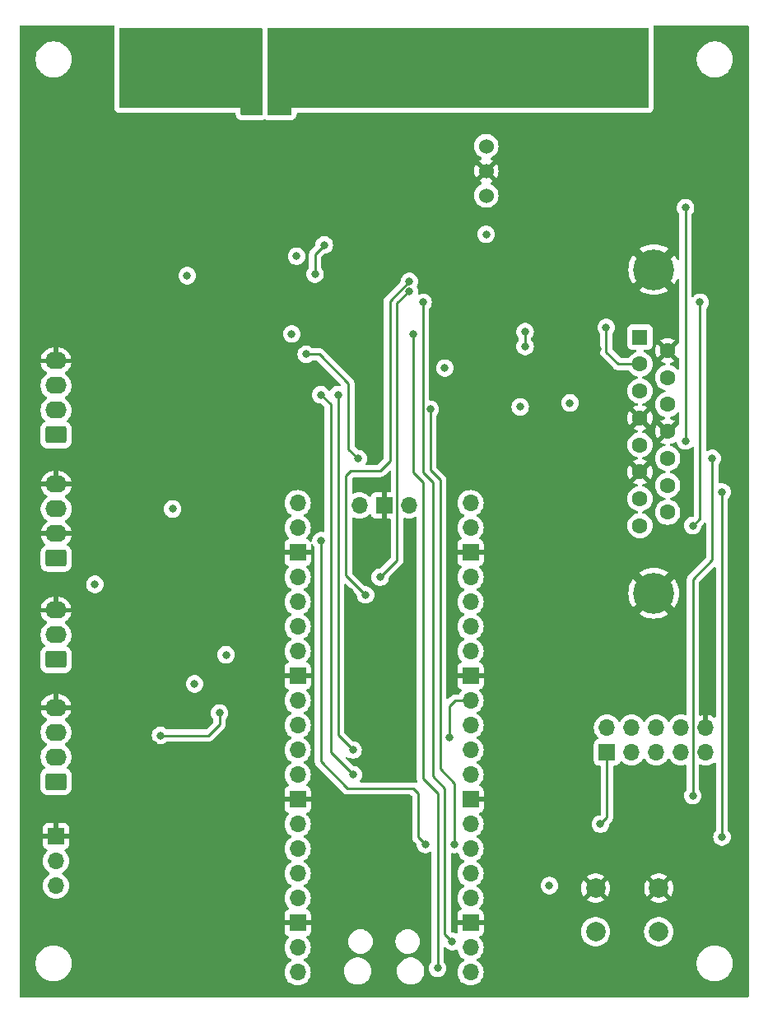
<source format=gbl>
%TF.GenerationSoftware,KiCad,Pcbnew,8.0.5*%
%TF.CreationDate,2024-11-07T10:16:37+00:00*%
%TF.ProjectId,test-rig-black-box,74657374-2d72-4696-972d-626c61636b2d,1.0*%
%TF.SameCoordinates,Original*%
%TF.FileFunction,Copper,L4,Bot*%
%TF.FilePolarity,Positive*%
%FSLAX46Y46*%
G04 Gerber Fmt 4.6, Leading zero omitted, Abs format (unit mm)*
G04 Created by KiCad (PCBNEW 8.0.5) date 2024-11-07 10:16:37*
%MOMM*%
%LPD*%
G01*
G04 APERTURE LIST*
G04 Aperture macros list*
%AMRoundRect*
0 Rectangle with rounded corners*
0 $1 Rounding radius*
0 $2 $3 $4 $5 $6 $7 $8 $9 X,Y pos of 4 corners*
0 Add a 4 corners polygon primitive as box body*
4,1,4,$2,$3,$4,$5,$6,$7,$8,$9,$2,$3,0*
0 Add four circle primitives for the rounded corners*
1,1,$1+$1,$2,$3*
1,1,$1+$1,$4,$5*
1,1,$1+$1,$6,$7*
1,1,$1+$1,$8,$9*
0 Add four rect primitives between the rounded corners*
20,1,$1+$1,$2,$3,$4,$5,0*
20,1,$1+$1,$4,$5,$6,$7,0*
20,1,$1+$1,$6,$7,$8,$9,0*
20,1,$1+$1,$8,$9,$2,$3,0*%
G04 Aperture macros list end*
%TA.AperFunction,ComponentPad*%
%ADD10C,4.200000*%
%TD*%
%TA.AperFunction,ComponentPad*%
%ADD11R,1.600000X1.600000*%
%TD*%
%TA.AperFunction,ComponentPad*%
%ADD12C,1.600000*%
%TD*%
%TA.AperFunction,ComponentPad*%
%ADD13C,1.524000*%
%TD*%
%TA.AperFunction,ComponentPad*%
%ADD14O,1.700000X1.700000*%
%TD*%
%TA.AperFunction,ComponentPad*%
%ADD15R,1.700000X1.700000*%
%TD*%
%TA.AperFunction,ComponentPad*%
%ADD16RoundRect,0.250000X0.845000X-0.620000X0.845000X0.620000X-0.845000X0.620000X-0.845000X-0.620000X0*%
%TD*%
%TA.AperFunction,ComponentPad*%
%ADD17O,2.190000X1.740000*%
%TD*%
%TA.AperFunction,ComponentPad*%
%ADD18RoundRect,1.500000X1.500000X-1.500000X1.500000X1.500000X-1.500000X1.500000X-1.500000X-1.500000X0*%
%TD*%
%TA.AperFunction,ComponentPad*%
%ADD19C,6.000000*%
%TD*%
%TA.AperFunction,ComponentPad*%
%ADD20C,2.000000*%
%TD*%
%TA.AperFunction,ViaPad*%
%ADD21C,0.800000*%
%TD*%
%TA.AperFunction,Conductor*%
%ADD22C,0.250000*%
%TD*%
G04 APERTURE END LIST*
D10*
%TO.P,J2,0*%
%TO.N,GND*%
X213899669Y-130580000D03*
X213899669Y-97280000D03*
D11*
%TO.P,J2,1,Pin_1*%
%TO.N,/I2C_SLAVE_SCL*%
X212479669Y-104235000D03*
D12*
%TO.P,J2,2,Pin_2*%
%TO.N,/I2C_SLAVE_SDA*%
X212479669Y-107005000D03*
%TO.P,J2,3,Pin_3*%
%TO.N,Net-(D2-A2)*%
X212479669Y-109775000D03*
%TO.P,J2,4,Pin_4*%
%TO.N,GND*%
X212479669Y-112545000D03*
%TO.P,J2,5,Pin_5*%
%TO.N,/V_SENSE*%
X212479669Y-115315000D03*
%TO.P,J2,6,Pin_6*%
%TO.N,GND*%
X212479669Y-118085000D03*
%TO.P,J2,7,Pin_7*%
%TO.N,/CURRENT_SENSE_EN*%
X212479669Y-120855000D03*
%TO.P,J2,8,Pin_8*%
%TO.N,/I_SENSE*%
X212479669Y-123625000D03*
%TO.P,J2,9,Pin_9*%
%TO.N,GND*%
X215319669Y-105620000D03*
%TO.P,J2,10,Pin_10*%
%TO.N,Net-(D3-A1)*%
X215319669Y-108390000D03*
%TO.P,J2,11,Pin_11*%
%TO.N,Net-(D3-A2)*%
X215319669Y-111160000D03*
%TO.P,J2,12,Pin_12*%
%TO.N,GND*%
X215319669Y-113930000D03*
%TO.P,J2,13,Pin_13*%
%TO.N,Net-(J2-Pin_13)*%
X215319669Y-116700000D03*
%TO.P,J2,14,Pin_14*%
%TO.N,Net-(J2-Pin_14)*%
X215319669Y-119470000D03*
%TO.P,J2,15,Pin_15*%
%TO.N,unconnected-(J2-Pin_15-Pad15)*%
X215319669Y-122240000D03*
%TD*%
D13*
%TO.P,U8,1,+Vin*%
%TO.N,Net-(J4-Pin_2)*%
X196660000Y-84580000D03*
%TO.P,U8,2,GND*%
%TO.N,GND*%
X196660000Y-87120000D03*
%TO.P,U8,3,+Vout*%
%TO.N,+5V*%
X196660000Y-89660000D03*
%TD*%
D14*
%TO.P,U1,1,GPIO0*%
%TO.N,/UART0_TX*%
X195050000Y-169570000D03*
%TO.P,U1,2,GPIO1*%
%TO.N,/UART0_RX*%
X195050000Y-167030000D03*
D15*
%TO.P,U1,3,GND*%
%TO.N,GND*%
X195050000Y-164490000D03*
D14*
%TO.P,U1,4,GPIO2*%
%TO.N,/ZERO_BTN*%
X195050000Y-161950000D03*
%TO.P,U1,5,GPIO3*%
%TO.N,/TACHO_IN*%
X195050000Y-159410000D03*
%TO.P,U1,6,GPIO4*%
%TO.N,/TACHO_VOLTAGE_PWM*%
X195050000Y-156870000D03*
%TO.P,U1,7,GPIO5*%
%TO.N,/GP5*%
X195050000Y-154330000D03*
D15*
%TO.P,U1,8,GND*%
%TO.N,GND*%
X195050000Y-151790000D03*
D14*
%TO.P,U1,9,GPIO6*%
%TO.N,/HX711_CLK*%
X195050000Y-149250000D03*
%TO.P,U1,10,GPIO7*%
%TO.N,/HX711_DATA*%
X195050000Y-146710000D03*
%TO.P,U1,11,GPIO8*%
%TO.N,/I2C0_SDA*%
X195050000Y-144170000D03*
%TO.P,U1,12,GPIO9*%
%TO.N,/I2C0_SCL*%
X195050000Y-141630000D03*
D15*
%TO.P,U1,13,GND*%
%TO.N,GND*%
X195050000Y-139090000D03*
D14*
%TO.P,U1,14,GPIO10*%
%TO.N,/GP10*%
X195050000Y-136550000D03*
%TO.P,U1,15,GPIO11*%
%TO.N,/GP11*%
X195050000Y-134010000D03*
%TO.P,U1,16,GPIO12*%
%TO.N,/GP12*%
X195050000Y-131470000D03*
%TO.P,U1,17,GPIO13*%
%TO.N,/GP13*%
X195050000Y-128930000D03*
D15*
%TO.P,U1,18,GND*%
%TO.N,GND*%
X195050000Y-126390000D03*
D14*
%TO.P,U1,19,GPIO14*%
%TO.N,/GP14*%
X195050000Y-123850000D03*
%TO.P,U1,20,GPIO15*%
%TO.N,/GP15*%
X195050000Y-121310000D03*
%TO.P,U1,21,GPIO16*%
%TO.N,Net-(D7-A)*%
X177270000Y-121310000D03*
%TO.P,U1,22,GPIO17*%
%TO.N,unconnected-(U1-GPIO17-Pad22)*%
X177270000Y-123850000D03*
D15*
%TO.P,U1,23,GND*%
%TO.N,GND*%
X177270000Y-126390000D03*
D14*
%TO.P,U1,24,GPIO18*%
%TO.N,/I2C_SLAVE_SDA*%
X177270000Y-128930000D03*
%TO.P,U1,25,GPIO19*%
%TO.N,/I2C_SLAVE_SCL*%
X177270000Y-131470000D03*
%TO.P,U1,26,GPIO20*%
%TO.N,unconnected-(U1-GPIO20-Pad26)_1*%
X177270000Y-134010000D03*
%TO.P,U1,27,GPIO21*%
%TO.N,unconnected-(U1-GPIO21-Pad27)_1*%
X177270000Y-136550000D03*
D15*
%TO.P,U1,28,GND*%
%TO.N,GND*%
X177270000Y-139090000D03*
D14*
%TO.P,U1,29,GPIO22*%
%TO.N,unconnected-(U1-GPIO22-Pad29)*%
X177270000Y-141630000D03*
%TO.P,U1,30,RUN*%
%TO.N,unconnected-(U1-RUN-Pad30)_1*%
X177270000Y-144170000D03*
%TO.P,U1,31,GPIO26_ADC0*%
%TO.N,unconnected-(U1-GPIO26_ADC0-Pad31)_1*%
X177270000Y-146710000D03*
%TO.P,U1,32,GPIO27_ADC1*%
%TO.N,unconnected-(U1-GPIO27_ADC1-Pad32)_1*%
X177270000Y-149250000D03*
D15*
%TO.P,U1,33,AGND*%
%TO.N,GND*%
X177270000Y-151790000D03*
D14*
%TO.P,U1,34,GPIO28_ADC2*%
%TO.N,unconnected-(U1-GPIO28_ADC2-Pad34)*%
X177270000Y-154330000D03*
%TO.P,U1,35,ADC_VREF*%
%TO.N,unconnected-(U1-ADC_VREF-Pad35)*%
X177270000Y-156870000D03*
%TO.P,U1,36,3V3*%
%TO.N,+3V3*%
X177270000Y-159410000D03*
%TO.P,U1,37,3V3_EN*%
%TO.N,unconnected-(U1-3V3_EN-Pad37)*%
X177270000Y-161950000D03*
D15*
%TO.P,U1,38,GND*%
%TO.N,GND*%
X177270000Y-164490000D03*
D14*
%TO.P,U1,39,VSYS*%
%TO.N,+5V*%
X177270000Y-167030000D03*
%TO.P,U1,40,VBUS*%
%TO.N,unconnected-(U1-VBUS-Pad40)*%
X177270000Y-169570000D03*
%TO.P,U1,41,SWCLK*%
%TO.N,unconnected-(U1-SWCLK-Pad41)_1*%
X188700000Y-121540000D03*
D15*
%TO.P,U1,42,GND*%
%TO.N,GND*%
X186160000Y-121540000D03*
D14*
%TO.P,U1,43,SWDIO*%
%TO.N,unconnected-(U1-SWDIO-Pad43)_1*%
X183620000Y-121540000D03*
%TD*%
D16*
%TO.P,J3,1,Pin_1*%
%TO.N,Net-(J3-Pin_1)*%
X152430000Y-126990000D03*
D17*
%TO.P,J3,2,Pin_2*%
%TO.N,GND*%
X152430000Y-124450000D03*
%TO.P,J3,3,Pin_3*%
%TO.N,/TACHO_IN*%
X152430000Y-121910000D03*
%TO.P,J3,4,Pin_4*%
%TO.N,GND*%
X152430000Y-119370000D03*
%TD*%
D16*
%TO.P,J1,1,Pin_1*%
%TO.N,Net-(J1-Pin_1)*%
X152410000Y-114295000D03*
D17*
%TO.P,J1,2,Pin_2*%
%TO.N,Net-(J1-Pin_2)*%
X152410000Y-111755000D03*
%TO.P,J1,3,Pin_3*%
%TO.N,Net-(J1-Pin_3)*%
X152410000Y-109215000D03*
%TO.P,J1,4,Pin_4*%
%TO.N,GND*%
X152410000Y-106675000D03*
%TD*%
D18*
%TO.P,J4,1,Pin_1*%
%TO.N,GND*%
X208910000Y-84260000D03*
D19*
%TO.P,J4,2,Pin_2*%
%TO.N,Net-(J4-Pin_2)*%
X208910000Y-77060000D03*
%TD*%
D18*
%TO.P,J5,1,Pin_1*%
%TO.N,GND*%
X163410000Y-84260000D03*
D19*
%TO.P,J5,2,Pin_2*%
%TO.N,Net-(J5-Pin_2)*%
X163410000Y-77060000D03*
%TD*%
D15*
%TO.P,J9,1,Pin_1*%
%TO.N,/GP5*%
X209085000Y-146950000D03*
D14*
%TO.P,J9,2,Pin_2*%
%TO.N,/GP10*%
X209085000Y-144410000D03*
%TO.P,J9,3,Pin_3*%
%TO.N,/GP11*%
X211625000Y-146950000D03*
%TO.P,J9,4,Pin_4*%
%TO.N,/GP12*%
X211625000Y-144410000D03*
%TO.P,J9,5,Pin_5*%
%TO.N,/GP13*%
X214165000Y-146950000D03*
%TO.P,J9,6,Pin_6*%
%TO.N,/GP14*%
X214165000Y-144410000D03*
%TO.P,J9,7,Pin_7*%
%TO.N,/GP15*%
X216705000Y-146950000D03*
%TO.P,J9,8,Pin_8*%
%TO.N,+5V*%
X216705000Y-144410000D03*
%TO.P,J9,9,Pin_9*%
%TO.N,+3V3*%
X219245000Y-146950000D03*
%TO.P,J9,10,Pin_10*%
%TO.N,GND*%
X219245000Y-144410000D03*
%TD*%
D16*
%TO.P,J8,1,Pin_1*%
%TO.N,+5V*%
X152410000Y-149950000D03*
D17*
%TO.P,J8,2,Pin_2*%
%TO.N,/I2C0_SCL*%
X152410000Y-147410000D03*
%TO.P,J8,3,Pin_3*%
%TO.N,/I2C0_SDA*%
X152410000Y-144870000D03*
%TO.P,J8,4,Pin_4*%
%TO.N,GND*%
X152410000Y-142330000D03*
%TD*%
D16*
%TO.P,J6,1,Pin_1*%
%TO.N,+5V*%
X152410000Y-137410000D03*
D17*
%TO.P,J6,2,Pin_2*%
%TO.N,Net-(D5-A2)*%
X152410000Y-134870000D03*
%TO.P,J6,3,Pin_3*%
%TO.N,GND*%
X152410000Y-132330000D03*
%TD*%
D20*
%TO.P,SW1,1,1*%
%TO.N,GND*%
X207910000Y-160910000D03*
X214410000Y-160910000D03*
%TO.P,SW1,2,2*%
%TO.N,Net-(R7-Pad1)*%
X207910000Y-165410000D03*
X214410000Y-165410000D03*
%TD*%
D15*
%TO.P,J7,1,Pin_1*%
%TO.N,GND*%
X152410000Y-155580000D03*
D14*
%TO.P,J7,2,Pin_2*%
%TO.N,Net-(J2-Pin_13)*%
X152410000Y-158120000D03*
%TO.P,J7,3,Pin_3*%
%TO.N,Net-(J2-Pin_14)*%
X152410000Y-160660000D03*
%TD*%
D21*
%TO.N,+5V*%
X156410000Y-129660000D03*
X165910000Y-97910000D03*
X177160000Y-95910000D03*
X196660000Y-93660000D03*
X169910000Y-136910000D03*
X200160000Y-111410000D03*
X205275000Y-111000000D03*
%TO.N,GND*%
X173660000Y-106410000D03*
X205250000Y-85250000D03*
X192160000Y-117160000D03*
X201910000Y-140410000D03*
X219410000Y-130410000D03*
X184750000Y-125000000D03*
X217160000Y-121160000D03*
X188160000Y-152160000D03*
X220660000Y-100410000D03*
X191910000Y-110410000D03*
X171910000Y-90410000D03*
X182750000Y-84750000D03*
X201910000Y-90910000D03*
X168410000Y-110410000D03*
X176370000Y-111160000D03*
X185500000Y-93500000D03*
X171910000Y-100410000D03*
X171160000Y-120410000D03*
X194250000Y-108750000D03*
X167000000Y-85250000D03*
X160660000Y-123910000D03*
X175930000Y-90410000D03*
X201910000Y-159160000D03*
X170910000Y-141410000D03*
X221910000Y-90410000D03*
X158910000Y-140410000D03*
X158910000Y-128660000D03*
X212500000Y-81750000D03*
X207250000Y-121250000D03*
X156160000Y-104660000D03*
X196160000Y-111410000D03*
X162503750Y-146160000D03*
X220410000Y-110410000D03*
X151500000Y-100410000D03*
X190410000Y-164660000D03*
X161910000Y-130410000D03*
X208250000Y-101750000D03*
X160910000Y-108910000D03*
X182750000Y-88500000D03*
X167000000Y-81750000D03*
X181910000Y-162160000D03*
X164035000Y-108035000D03*
X185500000Y-84750000D03*
X205250000Y-81750000D03*
X161910000Y-100410000D03*
X200000000Y-82500000D03*
X201910000Y-149910000D03*
X208160000Y-105410000D03*
X216660000Y-157160000D03*
X161910000Y-150410000D03*
X203000000Y-117250000D03*
X186500000Y-148000000D03*
X179500000Y-82500000D03*
X171160000Y-150410000D03*
X180410000Y-150410000D03*
X171160000Y-130410000D03*
X195160000Y-114910000D03*
X163660000Y-136410000D03*
X212910000Y-149910000D03*
X202750000Y-153000000D03*
X185500000Y-88500000D03*
X161910000Y-113660000D03*
X198660000Y-100910000D03*
X159750000Y-85250000D03*
X194250000Y-87000000D03*
X159750000Y-81750000D03*
X161910000Y-159410000D03*
X168910000Y-99660000D03*
X171160000Y-159410000D03*
X193160000Y-130410000D03*
X182660000Y-130410000D03*
X174660000Y-98660000D03*
X201910000Y-120410000D03*
X193160000Y-140410000D03*
X173390000Y-90160000D03*
X161910000Y-90410000D03*
X182750000Y-93500000D03*
X201750000Y-123625000D03*
X156410000Y-101705000D03*
X191910000Y-102160000D03*
X191910000Y-113460000D03*
X161910000Y-120410000D03*
X181250000Y-103750000D03*
X205910000Y-167410000D03*
X211910000Y-160410000D03*
X202660000Y-130410000D03*
X182660000Y-140410000D03*
X212500000Y-85500000D03*
X151910000Y-90410000D03*
X161910000Y-140410000D03*
X151910000Y-130410000D03*
X193250000Y-105500000D03*
X179500000Y-84750000D03*
X181910000Y-101160000D03*
X169910000Y-132910000D03*
X187250000Y-134000000D03*
%TO.N,+3V3*%
X176660000Y-103910000D03*
X203160000Y-160660000D03*
X166660000Y-139910000D03*
X164410000Y-121910000D03*
X192410000Y-107410000D03*
%TO.N,Net-(J4-Pin_2)*%
X189410000Y-73410000D03*
X205410000Y-79910000D03*
X203160000Y-73410000D03*
X181910000Y-79910000D03*
X189410000Y-79910000D03*
X203160000Y-79910000D03*
X199410000Y-79910000D03*
X192910000Y-79910000D03*
X208910000Y-73410000D03*
X178160000Y-79910000D03*
X181910000Y-73410000D03*
X199410000Y-73410000D03*
X175410000Y-73410000D03*
X192910000Y-73410000D03*
X196660000Y-79910000D03*
X185660000Y-79910000D03*
X196660000Y-73410000D03*
X212410000Y-73410000D03*
X212410000Y-79910000D03*
X185660000Y-73410000D03*
X205410000Y-73410000D03*
X178160000Y-73410000D03*
X175660000Y-78160000D03*
%TO.N,/TACHO_IN*%
X190410000Y-156410000D03*
X179660000Y-125160000D03*
%TO.N,Net-(D3-A2)*%
X200660000Y-103660000D03*
X200660000Y-105185000D03*
%TO.N,/I_SENSE*%
X217910000Y-123625000D03*
X218660000Y-100660000D03*
%TO.N,Net-(J2-Pin_13)*%
X219910000Y-116700000D03*
X217910000Y-151410000D03*
%TO.N,Net-(J2-Pin_14)*%
X220910000Y-155660000D03*
X220910000Y-120160000D03*
%TO.N,/V_SENSE*%
X217160000Y-114910000D03*
X217160000Y-90910000D03*
%TO.N,Net-(J5-Pin_2)*%
X159910000Y-73410000D03*
X170160000Y-73410000D03*
X163410000Y-73410000D03*
X166910000Y-73410000D03*
X172660000Y-78160000D03*
X170160000Y-79910000D03*
X172660000Y-73410000D03*
X166910000Y-79910000D03*
X159910000Y-79910000D03*
%TO.N,/GP5*%
X208410000Y-154330000D03*
%TO.N,/I2C0_SDA*%
X163160000Y-145210000D03*
X169235000Y-142910000D03*
%TO.N,/I2C0_SCL*%
X192910000Y-145410000D03*
%TO.N,/TACHO_VOLTAGE_PWM*%
X193410000Y-156410000D03*
X190910000Y-111660000D03*
%TO.N,/I2C_SLAVE_SCL*%
X188750000Y-98500000D03*
X184250000Y-130750000D03*
%TO.N,/UART0_TX*%
X189160000Y-103910000D03*
X191660000Y-169160000D03*
%TO.N,/HX711_CLK*%
X183000000Y-149250000D03*
X179660000Y-110160000D03*
%TO.N,/I2C_SLAVE_SDA*%
X185750000Y-128930000D03*
X188750000Y-99500000D03*
X209000000Y-103250000D03*
%TO.N,/HX711_DATA*%
X182960000Y-146710000D03*
X181410000Y-110160000D03*
%TO.N,/UART0_RX*%
X190160000Y-100660000D03*
X193160000Y-166410000D03*
%TO.N,/CURRENT_SENSE_EN*%
X178147500Y-106000000D03*
X183500000Y-116750000D03*
%TO.N,Net-(Q2-D)*%
X180000000Y-94750000D03*
X179060000Y-97750000D03*
%TD*%
D22*
%TO.N,/TACHO_IN*%
X189660000Y-155660000D02*
X189660000Y-151160000D01*
X189160000Y-150660000D02*
X182410000Y-150660000D01*
X190410000Y-156410000D02*
X189660000Y-155660000D01*
X189660000Y-151160000D02*
X189160000Y-150660000D01*
X179660000Y-147910000D02*
X179660000Y-125160000D01*
X182410000Y-150660000D02*
X179660000Y-147910000D01*
%TO.N,Net-(D3-A2)*%
X200660000Y-103660000D02*
X200660000Y-105185000D01*
%TO.N,/I_SENSE*%
X218660000Y-122875000D02*
X218660000Y-100660000D01*
X217910000Y-123625000D02*
X218660000Y-122875000D01*
%TO.N,Net-(J2-Pin_13)*%
X217910000Y-151410000D02*
X217910000Y-129160000D01*
X219910000Y-127160000D02*
X219910000Y-116700000D01*
X217910000Y-129160000D02*
X219910000Y-127160000D01*
%TO.N,Net-(J2-Pin_14)*%
X220910000Y-155660000D02*
X220910000Y-120160000D01*
%TO.N,/V_SENSE*%
X217160000Y-114910000D02*
X217160000Y-90910000D01*
%TO.N,/GP5*%
X208410000Y-154330000D02*
X209085000Y-153655000D01*
X209085000Y-153655000D02*
X209085000Y-146950000D01*
%TO.N,/I2C0_SDA*%
X169235000Y-142985000D02*
X169235000Y-144085000D01*
X168110000Y-145210000D02*
X163160000Y-145210000D01*
X169235000Y-144085000D02*
X168110000Y-145210000D01*
%TO.N,/I2C0_SCL*%
X193440000Y-141630000D02*
X195050000Y-141630000D01*
X192910000Y-145410000D02*
X192910000Y-142160000D01*
X192910000Y-142160000D02*
X193440000Y-141630000D01*
%TO.N,/TACHO_VOLTAGE_PWM*%
X191910000Y-118910000D02*
X190910000Y-117910000D01*
X191910000Y-145910000D02*
X191910000Y-118910000D01*
X193410000Y-156410000D02*
X193410000Y-150160000D01*
X191910000Y-148660000D02*
X191910000Y-145910000D01*
X193410000Y-150160000D02*
X191910000Y-148660000D01*
X190910000Y-117910000D02*
X190910000Y-111660000D01*
%TO.N,/I2C_SLAVE_SCL*%
X182750000Y-118000000D02*
X182250000Y-118500000D01*
X186750000Y-117000000D02*
X185750000Y-118000000D01*
X188750000Y-98500000D02*
X186750000Y-100500000D01*
X186750000Y-100500000D02*
X186750000Y-117000000D01*
X182250000Y-128750000D02*
X184250000Y-130750000D01*
X185750000Y-118000000D02*
X182750000Y-118000000D01*
X182250000Y-118500000D02*
X182250000Y-128750000D01*
%TO.N,/UART0_TX*%
X190660000Y-150160000D02*
X190160000Y-149660000D01*
X189160000Y-118160000D02*
X189160000Y-103910000D01*
X190160000Y-148660000D02*
X190160000Y-119160000D01*
X190160000Y-119160000D02*
X189160000Y-118160000D01*
X191660000Y-169160000D02*
X191660000Y-151160000D01*
X191660000Y-151160000D02*
X190660000Y-150160000D01*
X190160000Y-149660000D02*
X190160000Y-148660000D01*
%TO.N,/HX711_CLK*%
X183000000Y-149250000D02*
X180660000Y-146910000D01*
X180660000Y-111160000D02*
X179660000Y-110160000D01*
X180660000Y-146910000D02*
X180660000Y-111160000D01*
%TO.N,/I2C_SLAVE_SDA*%
X187500000Y-100750000D02*
X188750000Y-99500000D01*
X210755000Y-107005000D02*
X212479669Y-107005000D01*
X209000000Y-105750000D02*
X210250000Y-107000000D01*
X210750000Y-107000000D02*
X210755000Y-107005000D01*
X187500000Y-127180000D02*
X187500000Y-100750000D01*
X209000000Y-103250000D02*
X209000000Y-105750000D01*
X185750000Y-128930000D02*
X187500000Y-127180000D01*
X210250000Y-107000000D02*
X210750000Y-107000000D01*
%TO.N,/HX711_DATA*%
X181410000Y-110160000D02*
X181410000Y-145160000D01*
X181410000Y-145160000D02*
X182960000Y-146710000D01*
%TO.N,/UART0_RX*%
X192410000Y-165660000D02*
X192410000Y-154910000D01*
X191160000Y-119160000D02*
X190160000Y-118160000D01*
X191160000Y-149410000D02*
X191160000Y-119160000D01*
X192410000Y-150660000D02*
X191160000Y-149410000D01*
X193160000Y-166410000D02*
X192410000Y-165660000D01*
X190160000Y-118160000D02*
X190160000Y-100660000D01*
X192410000Y-154910000D02*
X192410000Y-150660000D01*
%TO.N,/CURRENT_SENSE_EN*%
X182500000Y-115750000D02*
X183500000Y-116750000D01*
X182500000Y-109000000D02*
X182500000Y-115750000D01*
X178147500Y-106000000D02*
X179500000Y-106000000D01*
X179500000Y-106000000D02*
X182500000Y-109000000D01*
%TO.N,Net-(Q2-D)*%
X180000000Y-94750000D02*
X179060000Y-95690000D01*
X179060000Y-95690000D02*
X179060000Y-97750000D01*
%TD*%
%TA.AperFunction,Conductor*%
%TO.N,GND*%
G36*
X193714979Y-157285916D02*
G01*
X193770713Y-157328053D01*
X193783475Y-157349485D01*
X193875965Y-157547830D01*
X193875967Y-157547834D01*
X194011501Y-157741395D01*
X194011506Y-157741402D01*
X194178597Y-157908493D01*
X194178603Y-157908498D01*
X194364158Y-158038425D01*
X194407783Y-158093002D01*
X194414977Y-158162500D01*
X194383454Y-158224855D01*
X194364158Y-158241575D01*
X194178597Y-158371505D01*
X194011505Y-158538597D01*
X193875965Y-158732169D01*
X193875964Y-158732171D01*
X193776098Y-158946335D01*
X193776094Y-158946344D01*
X193714938Y-159174586D01*
X193714936Y-159174596D01*
X193694341Y-159409999D01*
X193694341Y-159410000D01*
X193714936Y-159645403D01*
X193714938Y-159645413D01*
X193776094Y-159873655D01*
X193776096Y-159873659D01*
X193776097Y-159873663D01*
X193853716Y-160040116D01*
X193875965Y-160087830D01*
X193875967Y-160087834D01*
X194011501Y-160281395D01*
X194011506Y-160281402D01*
X194178597Y-160448493D01*
X194178603Y-160448498D01*
X194364158Y-160578425D01*
X194407783Y-160633002D01*
X194414977Y-160702500D01*
X194383454Y-160764855D01*
X194364158Y-160781575D01*
X194178597Y-160911505D01*
X194011505Y-161078597D01*
X193875965Y-161272169D01*
X193875964Y-161272171D01*
X193776098Y-161486335D01*
X193776094Y-161486344D01*
X193714938Y-161714586D01*
X193714936Y-161714596D01*
X193694341Y-161949999D01*
X193694341Y-161950000D01*
X193714936Y-162185403D01*
X193714938Y-162185413D01*
X193776094Y-162413655D01*
X193776096Y-162413659D01*
X193776097Y-162413663D01*
X193875965Y-162627830D01*
X193875967Y-162627834D01*
X193984281Y-162782521D01*
X194011501Y-162821396D01*
X194011506Y-162821402D01*
X194133818Y-162943714D01*
X194167303Y-163005037D01*
X194162319Y-163074729D01*
X194120447Y-163130662D01*
X194089471Y-163147577D01*
X193957912Y-163196646D01*
X193957906Y-163196649D01*
X193842812Y-163282809D01*
X193842809Y-163282812D01*
X193756649Y-163397906D01*
X193756645Y-163397913D01*
X193706403Y-163532620D01*
X193706401Y-163532627D01*
X193700000Y-163592155D01*
X193700000Y-164240000D01*
X194605440Y-164240000D01*
X194574755Y-164293147D01*
X194540000Y-164422857D01*
X194540000Y-164557143D01*
X194574755Y-164686853D01*
X194605440Y-164740000D01*
X193700000Y-164740000D01*
X193700000Y-165387844D01*
X193706402Y-165447383D01*
X193706985Y-165449849D01*
X193706879Y-165451816D01*
X193707231Y-165455087D01*
X193706700Y-165455144D01*
X193703236Y-165519618D01*
X193662362Y-165576285D01*
X193597340Y-165601857D01*
X193535870Y-165591628D01*
X193486575Y-165569680D01*
X193439802Y-165548855D01*
X193294001Y-165517865D01*
X193254646Y-165509500D01*
X193254645Y-165509500D01*
X193195452Y-165509500D01*
X193128413Y-165489815D01*
X193107771Y-165473181D01*
X193071819Y-165437229D01*
X193038334Y-165375906D01*
X193035500Y-165349548D01*
X193035500Y-157404142D01*
X193055185Y-157337103D01*
X193107989Y-157291348D01*
X193177147Y-157281404D01*
X193185270Y-157282850D01*
X193315354Y-157310500D01*
X193315355Y-157310500D01*
X193504644Y-157310500D01*
X193504646Y-157310500D01*
X193645314Y-157280600D01*
X193714979Y-157285916D01*
G37*
%TD.AperFunction*%
%TA.AperFunction,Conductor*%
G36*
X186410000Y-122890000D02*
G01*
X186750500Y-122890000D01*
X186817539Y-122909685D01*
X186863294Y-122962489D01*
X186874500Y-123014000D01*
X186874500Y-126869548D01*
X186854815Y-126936587D01*
X186838181Y-126957229D01*
X185802229Y-127993181D01*
X185740906Y-128026666D01*
X185714548Y-128029500D01*
X185655354Y-128029500D01*
X185622897Y-128036398D01*
X185470197Y-128068855D01*
X185470192Y-128068857D01*
X185297270Y-128145848D01*
X185297265Y-128145851D01*
X185144129Y-128257111D01*
X185017466Y-128397785D01*
X184922821Y-128561715D01*
X184922818Y-128561722D01*
X184879645Y-128694596D01*
X184864326Y-128741744D01*
X184844540Y-128930000D01*
X184864326Y-129118256D01*
X184864327Y-129118259D01*
X184922818Y-129298277D01*
X184922821Y-129298284D01*
X185017467Y-129462216D01*
X185138570Y-129596714D01*
X185144129Y-129602888D01*
X185297265Y-129714148D01*
X185297270Y-129714151D01*
X185470192Y-129791142D01*
X185470197Y-129791144D01*
X185655354Y-129830500D01*
X185655355Y-129830500D01*
X185844644Y-129830500D01*
X185844646Y-129830500D01*
X186029803Y-129791144D01*
X186202730Y-129714151D01*
X186355871Y-129602888D01*
X186482533Y-129462216D01*
X186577179Y-129298284D01*
X186635674Y-129118256D01*
X186653321Y-128950345D01*
X186679905Y-128885732D01*
X186688952Y-128875636D01*
X187898729Y-127665860D01*
X187898733Y-127665858D01*
X187985858Y-127578733D01*
X188054311Y-127476286D01*
X188054312Y-127476285D01*
X188054313Y-127476282D01*
X188054315Y-127476279D01*
X188064672Y-127451272D01*
X188101463Y-127362451D01*
X188125500Y-127241606D01*
X188125500Y-127118393D01*
X188125500Y-122945804D01*
X188145185Y-122878765D01*
X188197989Y-122833010D01*
X188267147Y-122823066D01*
X188281590Y-122826028D01*
X188464592Y-122875063D01*
X188635319Y-122890000D01*
X188699999Y-122895659D01*
X188700000Y-122895659D01*
X188700001Y-122895659D01*
X188764681Y-122890000D01*
X188935408Y-122875063D01*
X189163663Y-122813903D01*
X189358096Y-122723236D01*
X189427172Y-122712745D01*
X189490956Y-122741265D01*
X189529196Y-122799741D01*
X189534500Y-122835619D01*
X189534500Y-149721611D01*
X189558535Y-149842444D01*
X189558540Y-149842461D01*
X189596770Y-149934757D01*
X189604239Y-150004226D01*
X189572963Y-150066705D01*
X189512874Y-150102357D01*
X189443049Y-150099863D01*
X189434758Y-150096771D01*
X189375792Y-150072347D01*
X189342453Y-150058537D01*
X189332427Y-150056543D01*
X189282029Y-150046518D01*
X189221610Y-150034500D01*
X189221607Y-150034500D01*
X189221606Y-150034500D01*
X183783884Y-150034500D01*
X183716845Y-150014815D01*
X183671090Y-149962011D01*
X183661146Y-149892853D01*
X183690171Y-149829297D01*
X183691734Y-149827528D01*
X183696260Y-149822500D01*
X183732533Y-149782216D01*
X183827179Y-149618284D01*
X183885674Y-149438256D01*
X183905460Y-149250000D01*
X183885674Y-149061744D01*
X183827179Y-148881716D01*
X183732533Y-148717784D01*
X183605871Y-148577112D01*
X183605870Y-148577111D01*
X183452734Y-148465851D01*
X183452729Y-148465848D01*
X183279807Y-148388857D01*
X183279802Y-148388855D01*
X183118000Y-148354464D01*
X183094646Y-148349500D01*
X183094645Y-148349500D01*
X183035452Y-148349500D01*
X182968413Y-148329815D01*
X182947771Y-148313181D01*
X182237131Y-147602541D01*
X182203646Y-147541218D01*
X182208630Y-147471526D01*
X182250502Y-147415593D01*
X182315966Y-147391176D01*
X182384239Y-147406028D01*
X182397697Y-147414542D01*
X182507265Y-147494148D01*
X182507270Y-147494151D01*
X182680192Y-147571142D01*
X182680197Y-147571144D01*
X182865354Y-147610500D01*
X182865355Y-147610500D01*
X183054644Y-147610500D01*
X183054646Y-147610500D01*
X183239803Y-147571144D01*
X183412730Y-147494151D01*
X183565871Y-147382888D01*
X183692533Y-147242216D01*
X183787179Y-147078284D01*
X183845674Y-146898256D01*
X183865460Y-146710000D01*
X183845674Y-146521744D01*
X183787179Y-146341716D01*
X183692533Y-146177784D01*
X183565871Y-146037112D01*
X183564690Y-146036254D01*
X183412734Y-145925851D01*
X183412729Y-145925848D01*
X183239807Y-145848857D01*
X183239802Y-145848855D01*
X183063881Y-145811463D01*
X183054646Y-145809500D01*
X183054645Y-145809500D01*
X182995452Y-145809500D01*
X182928413Y-145789815D01*
X182907771Y-145773181D01*
X182071819Y-144937229D01*
X182038334Y-144875906D01*
X182035500Y-144849548D01*
X182035500Y-129719452D01*
X182055185Y-129652413D01*
X182107989Y-129606658D01*
X182177147Y-129596714D01*
X182240703Y-129625739D01*
X182247181Y-129631771D01*
X183311038Y-130695628D01*
X183344523Y-130756951D01*
X183346678Y-130770347D01*
X183348972Y-130792169D01*
X183364326Y-130938256D01*
X183364327Y-130938259D01*
X183422818Y-131118277D01*
X183422821Y-131118284D01*
X183517467Y-131282216D01*
X183640253Y-131418583D01*
X183644129Y-131422888D01*
X183797265Y-131534148D01*
X183797270Y-131534151D01*
X183970192Y-131611142D01*
X183970197Y-131611144D01*
X184155354Y-131650500D01*
X184155355Y-131650500D01*
X184344644Y-131650500D01*
X184344646Y-131650500D01*
X184529803Y-131611144D01*
X184702730Y-131534151D01*
X184855871Y-131422888D01*
X184982533Y-131282216D01*
X185077179Y-131118284D01*
X185135674Y-130938256D01*
X185155460Y-130750000D01*
X185135674Y-130561744D01*
X185077179Y-130381716D01*
X184982533Y-130217784D01*
X184855871Y-130077112D01*
X184855870Y-130077111D01*
X184702734Y-129965851D01*
X184702729Y-129965848D01*
X184529807Y-129888857D01*
X184529802Y-129888855D01*
X184384001Y-129857865D01*
X184344646Y-129849500D01*
X184344645Y-129849500D01*
X184285452Y-129849500D01*
X184218413Y-129829815D01*
X184197771Y-129813181D01*
X182911819Y-128527229D01*
X182878334Y-128465906D01*
X182875500Y-128439548D01*
X182875500Y-122877587D01*
X182895185Y-122810548D01*
X182947989Y-122764793D01*
X183017147Y-122754849D01*
X183051902Y-122765204D01*
X183156337Y-122813903D01*
X183384592Y-122875063D01*
X183555319Y-122890000D01*
X183619999Y-122895659D01*
X183620000Y-122895659D01*
X183620001Y-122895659D01*
X183684681Y-122890000D01*
X183855408Y-122875063D01*
X184083663Y-122813903D01*
X184297830Y-122714035D01*
X184491401Y-122578495D01*
X184613717Y-122456178D01*
X184675036Y-122422696D01*
X184744728Y-122427680D01*
X184800662Y-122469551D01*
X184817577Y-122500528D01*
X184866646Y-122632088D01*
X184866649Y-122632093D01*
X184952809Y-122747187D01*
X184952812Y-122747190D01*
X185067906Y-122833350D01*
X185067913Y-122833354D01*
X185202620Y-122883596D01*
X185202627Y-122883598D01*
X185262155Y-122889999D01*
X185262172Y-122890000D01*
X185910000Y-122890000D01*
X185910000Y-121984560D01*
X185963147Y-122015245D01*
X186092857Y-122050000D01*
X186227143Y-122050000D01*
X186356853Y-122015245D01*
X186410000Y-121984560D01*
X186410000Y-122890000D01*
G37*
%TD.AperFunction*%
%TA.AperFunction,Conductor*%
G36*
X186793834Y-117943269D02*
G01*
X186849767Y-117985141D01*
X186874184Y-118050605D01*
X186874500Y-118059451D01*
X186874500Y-120066000D01*
X186854815Y-120133039D01*
X186802011Y-120178794D01*
X186750500Y-120190000D01*
X186410000Y-120190000D01*
X186410000Y-121095439D01*
X186356853Y-121064755D01*
X186227143Y-121030000D01*
X186092857Y-121030000D01*
X185963147Y-121064755D01*
X185910000Y-121095439D01*
X185910000Y-120190000D01*
X185262155Y-120190000D01*
X185202627Y-120196401D01*
X185202620Y-120196403D01*
X185067913Y-120246645D01*
X185067906Y-120246649D01*
X184952812Y-120332809D01*
X184952809Y-120332812D01*
X184866649Y-120447906D01*
X184866645Y-120447913D01*
X184817578Y-120579470D01*
X184775707Y-120635404D01*
X184710242Y-120659821D01*
X184641969Y-120644969D01*
X184613715Y-120623819D01*
X184563142Y-120573246D01*
X184491401Y-120501505D01*
X184491397Y-120501502D01*
X184491396Y-120501501D01*
X184297834Y-120365967D01*
X184297830Y-120365965D01*
X184194499Y-120317781D01*
X184083663Y-120266097D01*
X184083659Y-120266096D01*
X184083655Y-120266094D01*
X183855413Y-120204938D01*
X183855403Y-120204936D01*
X183620001Y-120184341D01*
X183619999Y-120184341D01*
X183384596Y-120204936D01*
X183384586Y-120204938D01*
X183156344Y-120266094D01*
X183156335Y-120266097D01*
X183090565Y-120296767D01*
X183059145Y-120311419D01*
X183051905Y-120314795D01*
X182982828Y-120325287D01*
X182919044Y-120296767D01*
X182880804Y-120238291D01*
X182875500Y-120202413D01*
X182875500Y-118810452D01*
X182895185Y-118743413D01*
X182911819Y-118722771D01*
X182972771Y-118661819D01*
X183034094Y-118628334D01*
X183060452Y-118625500D01*
X185811607Y-118625500D01*
X185872029Y-118613481D01*
X185932452Y-118601463D01*
X185976137Y-118583368D01*
X186046286Y-118554312D01*
X186110412Y-118511463D01*
X186148733Y-118485858D01*
X186235858Y-118398733D01*
X186235858Y-118398731D01*
X186246066Y-118388524D01*
X186246067Y-118388521D01*
X186662820Y-117971769D01*
X186724142Y-117938285D01*
X186793834Y-117943269D01*
G37*
%TD.AperFunction*%
%TA.AperFunction,Conductor*%
G36*
X220203834Y-127853270D02*
G01*
X220259767Y-127895142D01*
X220284184Y-127960606D01*
X220284500Y-127969452D01*
X220284500Y-143251619D01*
X220264815Y-143318658D01*
X220212011Y-143364413D01*
X220142853Y-143374357D01*
X220089376Y-143353194D01*
X219922578Y-143236399D01*
X219708492Y-143136570D01*
X219708486Y-143136567D01*
X219495000Y-143079364D01*
X219495000Y-143976988D01*
X219437993Y-143944075D01*
X219310826Y-143910000D01*
X219179174Y-143910000D01*
X219052007Y-143944075D01*
X218995000Y-143976988D01*
X218995000Y-143079364D01*
X218994999Y-143079364D01*
X218781513Y-143136567D01*
X218781507Y-143136570D01*
X218711905Y-143169026D01*
X218642827Y-143179518D01*
X218579043Y-143150998D01*
X218540804Y-143092522D01*
X218535500Y-143056644D01*
X218535500Y-129470452D01*
X218555185Y-129403413D01*
X218571819Y-129382771D01*
X220072819Y-127881771D01*
X220134142Y-127848286D01*
X220203834Y-127853270D01*
G37*
%TD.AperFunction*%
%TA.AperFunction,Conductor*%
G36*
X216453834Y-111967536D02*
G01*
X216509767Y-112009408D01*
X216534184Y-112074872D01*
X216534500Y-112083718D01*
X216534500Y-113081086D01*
X216514815Y-113148125D01*
X216462011Y-113193880D01*
X216399695Y-113204614D01*
X216398694Y-113204526D01*
X215802631Y-113800589D01*
X215785594Y-113737007D01*
X215719768Y-113622993D01*
X215626676Y-113529901D01*
X215512662Y-113464075D01*
X215449079Y-113447037D01*
X216045141Y-112850974D01*
X215972147Y-112799863D01*
X215766000Y-112703735D01*
X215765988Y-112703731D01*
X215621566Y-112665033D01*
X215561906Y-112628668D01*
X215531377Y-112565821D01*
X215539672Y-112496445D01*
X215584157Y-112442567D01*
X215621563Y-112425484D01*
X215766165Y-112386739D01*
X215972403Y-112290568D01*
X216158808Y-112160047D01*
X216239780Y-112079075D01*
X216322819Y-111996037D01*
X216384142Y-111962552D01*
X216453834Y-111967536D01*
G37*
%TD.AperFunction*%
%TA.AperFunction,Conductor*%
G36*
X216398693Y-106345471D02*
G01*
X216399693Y-106345384D01*
X216468193Y-106359151D01*
X216518376Y-106407766D01*
X216534500Y-106468912D01*
X216534500Y-107466282D01*
X216514815Y-107533321D01*
X216462011Y-107579076D01*
X216392853Y-107589020D01*
X216329297Y-107559995D01*
X216322819Y-107553963D01*
X216158810Y-107389954D01*
X215972403Y-107259432D01*
X215972401Y-107259431D01*
X215766166Y-107163261D01*
X215766157Y-107163258D01*
X215621567Y-107124516D01*
X215561906Y-107088151D01*
X215531377Y-107025304D01*
X215539672Y-106955929D01*
X215584157Y-106902051D01*
X215621567Y-106884966D01*
X215765986Y-106846269D01*
X215766000Y-106846264D01*
X215972147Y-106750136D01*
X216045140Y-106699024D01*
X215449078Y-106102962D01*
X215512662Y-106085925D01*
X215626676Y-106020099D01*
X215719768Y-105927007D01*
X215785594Y-105812993D01*
X215802631Y-105749409D01*
X216398693Y-106345471D01*
G37*
%TD.AperFunction*%
%TA.AperFunction,Conductor*%
G36*
X158394478Y-72179685D02*
G01*
X158440233Y-72232489D01*
X158450177Y-72301647D01*
X158445450Y-72320158D01*
X158445910Y-72320293D01*
X158444663Y-72324537D01*
X158444662Y-72324541D01*
X158433196Y-72363587D01*
X158424976Y-72391582D01*
X158419949Y-72426549D01*
X158404500Y-72534000D01*
X158404500Y-80536000D01*
X158404501Y-80536009D01*
X158416052Y-80643450D01*
X158416054Y-80643462D01*
X158427260Y-80694972D01*
X158461383Y-80797497D01*
X158461386Y-80797503D01*
X158539171Y-80918537D01*
X158539179Y-80918548D01*
X158584923Y-80971340D01*
X158584926Y-80971343D01*
X158584930Y-80971347D01*
X158693664Y-81065567D01*
X158693667Y-81065568D01*
X158693668Y-81065569D01*
X158787925Y-81108616D01*
X158824541Y-81125338D01*
X158891580Y-81145023D01*
X158891584Y-81145024D01*
X159034000Y-81165500D01*
X170780510Y-81165500D01*
X170847549Y-81185185D01*
X170893304Y-81237989D01*
X170904332Y-81282861D01*
X170904500Y-81286005D01*
X170916052Y-81393450D01*
X170916054Y-81393462D01*
X170927260Y-81444972D01*
X170961383Y-81547497D01*
X170961386Y-81547503D01*
X171039171Y-81668537D01*
X171039179Y-81668548D01*
X171084923Y-81721340D01*
X171084926Y-81721343D01*
X171084930Y-81721347D01*
X171193664Y-81815567D01*
X171193667Y-81815568D01*
X171193668Y-81815569D01*
X171287925Y-81858616D01*
X171324541Y-81875338D01*
X171391580Y-81895023D01*
X171391584Y-81895024D01*
X171534000Y-81915500D01*
X171534003Y-81915500D01*
X173535990Y-81915500D01*
X173536000Y-81915500D01*
X173643456Y-81903947D01*
X173694967Y-81892741D01*
X173797504Y-81858613D01*
X173840413Y-81831035D01*
X173907452Y-81811350D01*
X173958966Y-81822555D01*
X174074541Y-81875338D01*
X174141580Y-81895023D01*
X174141584Y-81895024D01*
X174284000Y-81915500D01*
X174284003Y-81915500D01*
X176535990Y-81915500D01*
X176536000Y-81915500D01*
X176643456Y-81903947D01*
X176694967Y-81892741D01*
X176729197Y-81881347D01*
X176797497Y-81858616D01*
X176797501Y-81858613D01*
X176797504Y-81858613D01*
X176918543Y-81780825D01*
X176971347Y-81735070D01*
X177065567Y-81626336D01*
X177125338Y-81495459D01*
X177145023Y-81428420D01*
X177145024Y-81428416D01*
X177165500Y-81286000D01*
X177165500Y-81285984D01*
X177165816Y-81281580D01*
X177167784Y-81281720D01*
X177185185Y-81222461D01*
X177237989Y-81176706D01*
X177289500Y-81165500D01*
X213285990Y-81165500D01*
X213286000Y-81165500D01*
X213393456Y-81153947D01*
X213444967Y-81142741D01*
X213479197Y-81131347D01*
X213547497Y-81108616D01*
X213547501Y-81108613D01*
X213547504Y-81108613D01*
X213668543Y-81030825D01*
X213721347Y-80985070D01*
X213815567Y-80876336D01*
X213875338Y-80745459D01*
X213895023Y-80678420D01*
X213895024Y-80678416D01*
X213915500Y-80536000D01*
X213915500Y-75538711D01*
X218309500Y-75538711D01*
X218309500Y-75781288D01*
X218341161Y-76021785D01*
X218403947Y-76256104D01*
X218496773Y-76480205D01*
X218496776Y-76480212D01*
X218618064Y-76690289D01*
X218618066Y-76690292D01*
X218618067Y-76690293D01*
X218765733Y-76882736D01*
X218765739Y-76882743D01*
X218937256Y-77054260D01*
X218937262Y-77054265D01*
X219129711Y-77201936D01*
X219339788Y-77323224D01*
X219563900Y-77416054D01*
X219798211Y-77478838D01*
X219978586Y-77502584D01*
X220038711Y-77510500D01*
X220038712Y-77510500D01*
X220281289Y-77510500D01*
X220329388Y-77504167D01*
X220521789Y-77478838D01*
X220756100Y-77416054D01*
X220980212Y-77323224D01*
X221190289Y-77201936D01*
X221382738Y-77054265D01*
X221554265Y-76882738D01*
X221701936Y-76690289D01*
X221823224Y-76480212D01*
X221916054Y-76256100D01*
X221978838Y-76021789D01*
X222010500Y-75781288D01*
X222010500Y-75538712D01*
X221978838Y-75298211D01*
X221916054Y-75063900D01*
X221823224Y-74839788D01*
X221701936Y-74629711D01*
X221554265Y-74437262D01*
X221554260Y-74437256D01*
X221382743Y-74265739D01*
X221382736Y-74265733D01*
X221190293Y-74118067D01*
X221190292Y-74118066D01*
X221190289Y-74118064D01*
X220980212Y-73996776D01*
X220980205Y-73996773D01*
X220756104Y-73903947D01*
X220521785Y-73841161D01*
X220281289Y-73809500D01*
X220281288Y-73809500D01*
X220038712Y-73809500D01*
X220038711Y-73809500D01*
X219798214Y-73841161D01*
X219563895Y-73903947D01*
X219339794Y-73996773D01*
X219339785Y-73996777D01*
X219129706Y-74118067D01*
X218937263Y-74265733D01*
X218937256Y-74265739D01*
X218765739Y-74437256D01*
X218765733Y-74437263D01*
X218618067Y-74629706D01*
X218496777Y-74839785D01*
X218496773Y-74839794D01*
X218403947Y-75063895D01*
X218341161Y-75298214D01*
X218309500Y-75538711D01*
X213915500Y-75538711D01*
X213915500Y-72534000D01*
X213903947Y-72426544D01*
X213892741Y-72375033D01*
X213892611Y-72374644D01*
X213875476Y-72323160D01*
X213872982Y-72253334D01*
X213908634Y-72193245D01*
X213971113Y-72161970D01*
X213993130Y-72160000D01*
X223536000Y-72160000D01*
X223603039Y-72179685D01*
X223648794Y-72232489D01*
X223660000Y-72284000D01*
X223660000Y-172036000D01*
X223640315Y-172103039D01*
X223587511Y-172148794D01*
X223536000Y-172160000D01*
X148784000Y-172160000D01*
X148716961Y-172140315D01*
X148671206Y-172087511D01*
X148660000Y-172036000D01*
X148660000Y-168538711D01*
X150309500Y-168538711D01*
X150309500Y-168781288D01*
X150341161Y-169021785D01*
X150403947Y-169256104D01*
X150480122Y-169440006D01*
X150496776Y-169480212D01*
X150618064Y-169690289D01*
X150618066Y-169690292D01*
X150618067Y-169690293D01*
X150765733Y-169882736D01*
X150765739Y-169882743D01*
X150937256Y-170054260D01*
X150937263Y-170054266D01*
X151008396Y-170108848D01*
X151129711Y-170201936D01*
X151339788Y-170323224D01*
X151563900Y-170416054D01*
X151798211Y-170478838D01*
X151978586Y-170502584D01*
X152038711Y-170510500D01*
X152038712Y-170510500D01*
X152281289Y-170510500D01*
X152329388Y-170504167D01*
X152521789Y-170478838D01*
X152756100Y-170416054D01*
X152980212Y-170323224D01*
X153190289Y-170201936D01*
X153382738Y-170054265D01*
X153554265Y-169882738D01*
X153701936Y-169690289D01*
X153823224Y-169480212D01*
X153916054Y-169256100D01*
X153978838Y-169021789D01*
X154010500Y-168781288D01*
X154010500Y-168538712D01*
X153978838Y-168298211D01*
X153916054Y-168063900D01*
X153823224Y-167839788D01*
X153701936Y-167629711D01*
X153554265Y-167437262D01*
X153554260Y-167437256D01*
X153382743Y-167265739D01*
X153382736Y-167265733D01*
X153190293Y-167118067D01*
X153190292Y-167118066D01*
X153190289Y-167118064D01*
X152980212Y-166996776D01*
X152951391Y-166984838D01*
X152756104Y-166903947D01*
X152521785Y-166841161D01*
X152281289Y-166809500D01*
X152281288Y-166809500D01*
X152038712Y-166809500D01*
X152038711Y-166809500D01*
X151798214Y-166841161D01*
X151563895Y-166903947D01*
X151339794Y-166996773D01*
X151339785Y-166996777D01*
X151129706Y-167118067D01*
X150937263Y-167265733D01*
X150937256Y-167265739D01*
X150765739Y-167437256D01*
X150765733Y-167437263D01*
X150618067Y-167629706D01*
X150496777Y-167839785D01*
X150496773Y-167839794D01*
X150403947Y-168063895D01*
X150341161Y-168298214D01*
X150309500Y-168538711D01*
X148660000Y-168538711D01*
X148660000Y-158119999D01*
X151054341Y-158119999D01*
X151054341Y-158120000D01*
X151074936Y-158355403D01*
X151074938Y-158355413D01*
X151136094Y-158583655D01*
X151136096Y-158583659D01*
X151136097Y-158583663D01*
X151205347Y-158732169D01*
X151235965Y-158797830D01*
X151235967Y-158797834D01*
X151371501Y-158991395D01*
X151371506Y-158991402D01*
X151538597Y-159158493D01*
X151538603Y-159158498D01*
X151724158Y-159288425D01*
X151767783Y-159343002D01*
X151774977Y-159412500D01*
X151743454Y-159474855D01*
X151724158Y-159491575D01*
X151538597Y-159621505D01*
X151371505Y-159788597D01*
X151235965Y-159982169D01*
X151235964Y-159982171D01*
X151136098Y-160196335D01*
X151136094Y-160196344D01*
X151074938Y-160424586D01*
X151074936Y-160424596D01*
X151054341Y-160659999D01*
X151054341Y-160660000D01*
X151074936Y-160895403D01*
X151074938Y-160895413D01*
X151136094Y-161123655D01*
X151136096Y-161123659D01*
X151136097Y-161123663D01*
X151201329Y-161263553D01*
X151235965Y-161337830D01*
X151235967Y-161337834D01*
X151310412Y-161444151D01*
X151371505Y-161531401D01*
X151538599Y-161698495D01*
X151561588Y-161714592D01*
X151732165Y-161834032D01*
X151732167Y-161834033D01*
X151732170Y-161834035D01*
X151946337Y-161933903D01*
X152174592Y-161995063D01*
X152362918Y-162011539D01*
X152409999Y-162015659D01*
X152410000Y-162015659D01*
X152410001Y-162015659D01*
X152449234Y-162012226D01*
X152645408Y-161995063D01*
X152873663Y-161933903D01*
X153087830Y-161834035D01*
X153281401Y-161698495D01*
X153448495Y-161531401D01*
X153584035Y-161337830D01*
X153683903Y-161123663D01*
X153745063Y-160895408D01*
X153765659Y-160660000D01*
X153745063Y-160424592D01*
X153683903Y-160196337D01*
X153584035Y-159982171D01*
X153509590Y-159875851D01*
X153448494Y-159788597D01*
X153281402Y-159621506D01*
X153281396Y-159621501D01*
X153095842Y-159491575D01*
X153052217Y-159436998D01*
X153045023Y-159367500D01*
X153076546Y-159305145D01*
X153095842Y-159288425D01*
X153258412Y-159174592D01*
X153281401Y-159158495D01*
X153448495Y-158991401D01*
X153584035Y-158797830D01*
X153683903Y-158583663D01*
X153745063Y-158355408D01*
X153765659Y-158120000D01*
X153745063Y-157884592D01*
X153683903Y-157656337D01*
X153584035Y-157442171D01*
X153508057Y-157333663D01*
X153448496Y-157248600D01*
X153394044Y-157194148D01*
X153326179Y-157126283D01*
X153292696Y-157064963D01*
X153297680Y-156995271D01*
X153339551Y-156939337D01*
X153370529Y-156922422D01*
X153502086Y-156873354D01*
X153502093Y-156873350D01*
X153617187Y-156787190D01*
X153617190Y-156787187D01*
X153703350Y-156672093D01*
X153703354Y-156672086D01*
X153753596Y-156537379D01*
X153753598Y-156537372D01*
X153759999Y-156477844D01*
X153760000Y-156477827D01*
X153760000Y-155830000D01*
X152843012Y-155830000D01*
X152875925Y-155772993D01*
X152910000Y-155645826D01*
X152910000Y-155514174D01*
X152875925Y-155387007D01*
X152843012Y-155330000D01*
X153760000Y-155330000D01*
X153760000Y-154682172D01*
X153759999Y-154682155D01*
X153753598Y-154622627D01*
X153753596Y-154622620D01*
X153703354Y-154487913D01*
X153703350Y-154487906D01*
X153617190Y-154372812D01*
X153617187Y-154372809D01*
X153502093Y-154286649D01*
X153502086Y-154286645D01*
X153367379Y-154236403D01*
X153367372Y-154236401D01*
X153307844Y-154230000D01*
X152660000Y-154230000D01*
X152660000Y-155146988D01*
X152602993Y-155114075D01*
X152475826Y-155080000D01*
X152344174Y-155080000D01*
X152217007Y-155114075D01*
X152160000Y-155146988D01*
X152160000Y-154230000D01*
X151512155Y-154230000D01*
X151452627Y-154236401D01*
X151452620Y-154236403D01*
X151317913Y-154286645D01*
X151317906Y-154286649D01*
X151202812Y-154372809D01*
X151202809Y-154372812D01*
X151116649Y-154487906D01*
X151116645Y-154487913D01*
X151066403Y-154622620D01*
X151066401Y-154622627D01*
X151060000Y-154682155D01*
X151060000Y-155330000D01*
X151976988Y-155330000D01*
X151944075Y-155387007D01*
X151910000Y-155514174D01*
X151910000Y-155645826D01*
X151944075Y-155772993D01*
X151976988Y-155830000D01*
X151060000Y-155830000D01*
X151060000Y-156477844D01*
X151066401Y-156537372D01*
X151066403Y-156537379D01*
X151116645Y-156672086D01*
X151116649Y-156672093D01*
X151202809Y-156787187D01*
X151202812Y-156787190D01*
X151317906Y-156873350D01*
X151317913Y-156873354D01*
X151449470Y-156922421D01*
X151505403Y-156964292D01*
X151529821Y-157029756D01*
X151514970Y-157098029D01*
X151493819Y-157126284D01*
X151371503Y-157248600D01*
X151235965Y-157442169D01*
X151235964Y-157442171D01*
X151136098Y-157656335D01*
X151136094Y-157656344D01*
X151074938Y-157884586D01*
X151074936Y-157884596D01*
X151054341Y-158119999D01*
X148660000Y-158119999D01*
X148660000Y-144762133D01*
X150814500Y-144762133D01*
X150814500Y-144977866D01*
X150848245Y-145190922D01*
X150848246Y-145190926D01*
X150914908Y-145396089D01*
X151012843Y-145588299D01*
X151139641Y-145762821D01*
X151292179Y-145915359D01*
X151400627Y-145994151D01*
X151463294Y-146039682D01*
X151505959Y-146095012D01*
X151511938Y-146164626D01*
X151479332Y-146226421D01*
X151463294Y-146240318D01*
X151420869Y-146271142D01*
X151292179Y-146364641D01*
X151292177Y-146364643D01*
X151292176Y-146364643D01*
X151139643Y-146517176D01*
X151139643Y-146517177D01*
X151139641Y-146517179D01*
X151085186Y-146592129D01*
X151012843Y-146691700D01*
X150914909Y-146883908D01*
X150848245Y-147089077D01*
X150814500Y-147302133D01*
X150814500Y-147517866D01*
X150848245Y-147730922D01*
X150848246Y-147730926D01*
X150914908Y-147936089D01*
X151012843Y-148128299D01*
X151139641Y-148302821D01*
X151139643Y-148302823D01*
X151281624Y-148444804D01*
X151315109Y-148506127D01*
X151310125Y-148575819D01*
X151268253Y-148631752D01*
X151246360Y-148644861D01*
X151245677Y-148645179D01*
X151096342Y-148737289D01*
X150972289Y-148861342D01*
X150880187Y-149010663D01*
X150880185Y-149010668D01*
X150863262Y-149061740D01*
X150825001Y-149177203D01*
X150825001Y-149177204D01*
X150825000Y-149177204D01*
X150814500Y-149279983D01*
X150814500Y-150620001D01*
X150814501Y-150620018D01*
X150825000Y-150722796D01*
X150825001Y-150722799D01*
X150865976Y-150846451D01*
X150880186Y-150889334D01*
X150972288Y-151038656D01*
X151096344Y-151162712D01*
X151245666Y-151254814D01*
X151412203Y-151309999D01*
X151514991Y-151320500D01*
X153305008Y-151320499D01*
X153407797Y-151309999D01*
X153574334Y-151254814D01*
X153723656Y-151162712D01*
X153847712Y-151038656D01*
X153939814Y-150889334D01*
X153994999Y-150722797D01*
X154005500Y-150620009D01*
X154005499Y-149279992D01*
X153994999Y-149177203D01*
X153939814Y-149010666D01*
X153847712Y-148861344D01*
X153723656Y-148737288D01*
X153574334Y-148645186D01*
X153574326Y-148645181D01*
X153573645Y-148644864D01*
X153573256Y-148644521D01*
X153568187Y-148641395D01*
X153568721Y-148640528D01*
X153521208Y-148598688D01*
X153502060Y-148531494D01*
X153522280Y-148464614D01*
X153538366Y-148444813D01*
X153680359Y-148302821D01*
X153807157Y-148128299D01*
X153905092Y-147936089D01*
X153971754Y-147730926D01*
X153993336Y-147594664D01*
X154005500Y-147517866D01*
X154005500Y-147302133D01*
X153971754Y-147089077D01*
X153971754Y-147089074D01*
X153905092Y-146883911D01*
X153807157Y-146691701D01*
X153680359Y-146517179D01*
X153527821Y-146364641D01*
X153356704Y-146240317D01*
X153314040Y-146184988D01*
X153308061Y-146115374D01*
X153340667Y-146053580D01*
X153356702Y-146039684D01*
X153527821Y-145915359D01*
X153680359Y-145762821D01*
X153807157Y-145588299D01*
X153905092Y-145396089D01*
X153965556Y-145210000D01*
X162254540Y-145210000D01*
X162274326Y-145398256D01*
X162274327Y-145398259D01*
X162332818Y-145578277D01*
X162332821Y-145578284D01*
X162427467Y-145742216D01*
X162548401Y-145876526D01*
X162554129Y-145882888D01*
X162707265Y-145994148D01*
X162707270Y-145994151D01*
X162880192Y-146071142D01*
X162880197Y-146071144D01*
X163065354Y-146110500D01*
X163065355Y-146110500D01*
X163254644Y-146110500D01*
X163254646Y-146110500D01*
X163439803Y-146071144D01*
X163612730Y-145994151D01*
X163765871Y-145882888D01*
X163768788Y-145879647D01*
X163771600Y-145876526D01*
X163831087Y-145839879D01*
X163863748Y-145835500D01*
X168171608Y-145835500D01*
X168171608Y-145835499D01*
X168277148Y-145814507D01*
X168292452Y-145811463D01*
X168342496Y-145790734D01*
X168406286Y-145764312D01*
X168461306Y-145727548D01*
X168508733Y-145695858D01*
X168595858Y-145608733D01*
X168595859Y-145608731D01*
X168602925Y-145601665D01*
X168602928Y-145601661D01*
X169633729Y-144570860D01*
X169633733Y-144570858D01*
X169720858Y-144483733D01*
X169789311Y-144381286D01*
X169836463Y-144267452D01*
X169848481Y-144207029D01*
X169860500Y-144146607D01*
X169860500Y-144023394D01*
X169860500Y-143608687D01*
X169880185Y-143541648D01*
X169892350Y-143525715D01*
X169916069Y-143499372D01*
X169967533Y-143442216D01*
X170062179Y-143278284D01*
X170120674Y-143098256D01*
X170140460Y-142910000D01*
X170120674Y-142721744D01*
X170062179Y-142541716D01*
X169967533Y-142377784D01*
X169840871Y-142237112D01*
X169840870Y-142237111D01*
X169687734Y-142125851D01*
X169687729Y-142125848D01*
X169514807Y-142048857D01*
X169514802Y-142048855D01*
X169369001Y-142017865D01*
X169329646Y-142009500D01*
X169140354Y-142009500D01*
X169107897Y-142016398D01*
X168955197Y-142048855D01*
X168955192Y-142048857D01*
X168782270Y-142125848D01*
X168782265Y-142125851D01*
X168629129Y-142237111D01*
X168502466Y-142377785D01*
X168407821Y-142541715D01*
X168407818Y-142541722D01*
X168349327Y-142721740D01*
X168349326Y-142721744D01*
X168329540Y-142910000D01*
X168349326Y-143098256D01*
X168349327Y-143098259D01*
X168407818Y-143278277D01*
X168407821Y-143278284D01*
X168502467Y-143442216D01*
X168545772Y-143490310D01*
X168577650Y-143525715D01*
X168607880Y-143588706D01*
X168609500Y-143608687D01*
X168609500Y-143774548D01*
X168589815Y-143841587D01*
X168573181Y-143862229D01*
X167887229Y-144548181D01*
X167825906Y-144581666D01*
X167799548Y-144584500D01*
X163863748Y-144584500D01*
X163796709Y-144564815D01*
X163771600Y-144543474D01*
X163765873Y-144537114D01*
X163765869Y-144537110D01*
X163612734Y-144425851D01*
X163612729Y-144425848D01*
X163439807Y-144348857D01*
X163439802Y-144348855D01*
X163294001Y-144317865D01*
X163254646Y-144309500D01*
X163065354Y-144309500D01*
X163032897Y-144316398D01*
X162880197Y-144348855D01*
X162880192Y-144348857D01*
X162707270Y-144425848D01*
X162707265Y-144425851D01*
X162554129Y-144537111D01*
X162427466Y-144677785D01*
X162332821Y-144841715D01*
X162332818Y-144841722D01*
X162274327Y-145021740D01*
X162274326Y-145021744D01*
X162254540Y-145210000D01*
X153965556Y-145210000D01*
X153971754Y-145190926D01*
X153989870Y-145076546D01*
X154005500Y-144977866D01*
X154005500Y-144762133D01*
X153976323Y-144577923D01*
X153971754Y-144549074D01*
X153905092Y-144343911D01*
X153807157Y-144151701D01*
X153680359Y-143977179D01*
X153527821Y-143824641D01*
X153356279Y-143700008D01*
X153313614Y-143644678D01*
X153307635Y-143575064D01*
X153340241Y-143513269D01*
X153356280Y-143499372D01*
X153527491Y-143374979D01*
X153527497Y-143374974D01*
X153679974Y-143222497D01*
X153679974Y-143222496D01*
X153806728Y-143048036D01*
X153904627Y-142855901D01*
X153971266Y-142650809D01*
X153982481Y-142580000D01*
X152952709Y-142580000D01*
X152964452Y-142559661D01*
X153005000Y-142408333D01*
X153005000Y-142251667D01*
X152964452Y-142100339D01*
X152952709Y-142080000D01*
X153982481Y-142080000D01*
X153971266Y-142009190D01*
X153904627Y-141804098D01*
X153806728Y-141611963D01*
X153679974Y-141437503D01*
X153679974Y-141437502D01*
X153527497Y-141285025D01*
X153353036Y-141158271D01*
X153160901Y-141060372D01*
X152955809Y-140993734D01*
X152742820Y-140960000D01*
X152660000Y-140960000D01*
X152660000Y-141787290D01*
X152639661Y-141775548D01*
X152488333Y-141735000D01*
X152331667Y-141735000D01*
X152180339Y-141775548D01*
X152160000Y-141787290D01*
X152160000Y-140960000D01*
X152077180Y-140960000D01*
X151864190Y-140993734D01*
X151659098Y-141060372D01*
X151466963Y-141158271D01*
X151292503Y-141285025D01*
X151292502Y-141285025D01*
X151140025Y-141437502D01*
X151140025Y-141437503D01*
X151013271Y-141611963D01*
X150915372Y-141804098D01*
X150848733Y-142009190D01*
X150837519Y-142080000D01*
X151867291Y-142080000D01*
X151855548Y-142100339D01*
X151815000Y-142251667D01*
X151815000Y-142408333D01*
X151855548Y-142559661D01*
X151867291Y-142580000D01*
X150837519Y-142580000D01*
X150848733Y-142650809D01*
X150915372Y-142855901D01*
X151013271Y-143048036D01*
X151140025Y-143222496D01*
X151140025Y-143222497D01*
X151292502Y-143374974D01*
X151463720Y-143499372D01*
X151506385Y-143554702D01*
X151512364Y-143624316D01*
X151479758Y-143686110D01*
X151463720Y-143700008D01*
X151292177Y-143824642D01*
X151139643Y-143977176D01*
X151139643Y-143977177D01*
X151139641Y-143977179D01*
X151115867Y-144009901D01*
X151012843Y-144151700D01*
X150914909Y-144343908D01*
X150848245Y-144549077D01*
X150814500Y-144762133D01*
X148660000Y-144762133D01*
X148660000Y-139910000D01*
X165754540Y-139910000D01*
X165774326Y-140098256D01*
X165774327Y-140098259D01*
X165832818Y-140278277D01*
X165832821Y-140278284D01*
X165927467Y-140442216D01*
X166015293Y-140539756D01*
X166054129Y-140582888D01*
X166207265Y-140694148D01*
X166207270Y-140694151D01*
X166380192Y-140771142D01*
X166380197Y-140771144D01*
X166565354Y-140810500D01*
X166565355Y-140810500D01*
X166754644Y-140810500D01*
X166754646Y-140810500D01*
X166939803Y-140771144D01*
X167112730Y-140694151D01*
X167265871Y-140582888D01*
X167392533Y-140442216D01*
X167487179Y-140278284D01*
X167545674Y-140098256D01*
X167565460Y-139910000D01*
X167545674Y-139721744D01*
X167487179Y-139541716D01*
X167392533Y-139377784D01*
X167265871Y-139237112D01*
X167265870Y-139237111D01*
X167112734Y-139125851D01*
X167112729Y-139125848D01*
X166939807Y-139048857D01*
X166939802Y-139048855D01*
X166794001Y-139017865D01*
X166754646Y-139009500D01*
X166565354Y-139009500D01*
X166532897Y-139016398D01*
X166380197Y-139048855D01*
X166380192Y-139048857D01*
X166207270Y-139125848D01*
X166207265Y-139125851D01*
X166054129Y-139237111D01*
X165927466Y-139377785D01*
X165832821Y-139541715D01*
X165832818Y-139541722D01*
X165774327Y-139721740D01*
X165774326Y-139721744D01*
X165754540Y-139910000D01*
X148660000Y-139910000D01*
X148660000Y-134762133D01*
X150814500Y-134762133D01*
X150814500Y-134977866D01*
X150848245Y-135190922D01*
X150848246Y-135190926D01*
X150914908Y-135396089D01*
X151012843Y-135588299D01*
X151139641Y-135762821D01*
X151139643Y-135762823D01*
X151281624Y-135904804D01*
X151315109Y-135966127D01*
X151310125Y-136035819D01*
X151268253Y-136091752D01*
X151246360Y-136104861D01*
X151245677Y-136105179D01*
X151096342Y-136197289D01*
X150972289Y-136321342D01*
X150880187Y-136470663D01*
X150880186Y-136470666D01*
X150825001Y-136637203D01*
X150825001Y-136637204D01*
X150825000Y-136637204D01*
X150814500Y-136739983D01*
X150814500Y-138080001D01*
X150814501Y-138080018D01*
X150825000Y-138182796D01*
X150825001Y-138182799D01*
X150880185Y-138349331D01*
X150880186Y-138349334D01*
X150972288Y-138498656D01*
X151096344Y-138622712D01*
X151245666Y-138714814D01*
X151412203Y-138769999D01*
X151514991Y-138780500D01*
X153305008Y-138780499D01*
X153407797Y-138769999D01*
X153574334Y-138714814D01*
X153723656Y-138622712D01*
X153847712Y-138498656D01*
X153939814Y-138349334D01*
X153994999Y-138182797D01*
X154005500Y-138080009D01*
X154005499Y-136910000D01*
X169004540Y-136910000D01*
X169024326Y-137098256D01*
X169024327Y-137098259D01*
X169082818Y-137278277D01*
X169082821Y-137278284D01*
X169177467Y-137442216D01*
X169294297Y-137571968D01*
X169304129Y-137582888D01*
X169457265Y-137694148D01*
X169457270Y-137694151D01*
X169630192Y-137771142D01*
X169630197Y-137771144D01*
X169815354Y-137810500D01*
X169815355Y-137810500D01*
X170004644Y-137810500D01*
X170004646Y-137810500D01*
X170189803Y-137771144D01*
X170362730Y-137694151D01*
X170515871Y-137582888D01*
X170642533Y-137442216D01*
X170737179Y-137278284D01*
X170795674Y-137098256D01*
X170815460Y-136910000D01*
X170795674Y-136721744D01*
X170737179Y-136541716D01*
X170642533Y-136377784D01*
X170515871Y-136237112D01*
X170515870Y-136237111D01*
X170362734Y-136125851D01*
X170362729Y-136125848D01*
X170189807Y-136048857D01*
X170189802Y-136048855D01*
X170044001Y-136017865D01*
X170004646Y-136009500D01*
X169815354Y-136009500D01*
X169782897Y-136016398D01*
X169630197Y-136048855D01*
X169630192Y-136048857D01*
X169457270Y-136125848D01*
X169457265Y-136125851D01*
X169304129Y-136237111D01*
X169177466Y-136377785D01*
X169082821Y-136541715D01*
X169082818Y-136541722D01*
X169024327Y-136721740D01*
X169024326Y-136721744D01*
X169004540Y-136910000D01*
X154005499Y-136910000D01*
X154005499Y-136739992D01*
X153994999Y-136637203D01*
X153939814Y-136470666D01*
X153847712Y-136321344D01*
X153723656Y-136197288D01*
X153574334Y-136105186D01*
X153574326Y-136105181D01*
X153573645Y-136104864D01*
X153573256Y-136104521D01*
X153568187Y-136101395D01*
X153568721Y-136100528D01*
X153521208Y-136058688D01*
X153502060Y-135991494D01*
X153522280Y-135924614D01*
X153538366Y-135904813D01*
X153680359Y-135762821D01*
X153807157Y-135588299D01*
X153905092Y-135396089D01*
X153971754Y-135190926D01*
X153986752Y-135096230D01*
X154005500Y-134977866D01*
X154005500Y-134762133D01*
X153971754Y-134549077D01*
X153971754Y-134549074D01*
X153905092Y-134343911D01*
X153807157Y-134151701D01*
X153680359Y-133977179D01*
X153527821Y-133824641D01*
X153356279Y-133700008D01*
X153313614Y-133644678D01*
X153307635Y-133575064D01*
X153340241Y-133513269D01*
X153356280Y-133499372D01*
X153527491Y-133374979D01*
X153527497Y-133374974D01*
X153679974Y-133222497D01*
X153679974Y-133222496D01*
X153806728Y-133048036D01*
X153904627Y-132855901D01*
X153971266Y-132650809D01*
X153982481Y-132580000D01*
X152952709Y-132580000D01*
X152964452Y-132559661D01*
X153005000Y-132408333D01*
X153005000Y-132251667D01*
X152964452Y-132100339D01*
X152952709Y-132080000D01*
X153982481Y-132080000D01*
X153971266Y-132009190D01*
X153904627Y-131804098D01*
X153806728Y-131611963D01*
X153679974Y-131437503D01*
X153679974Y-131437502D01*
X153527497Y-131285025D01*
X153353036Y-131158271D01*
X153160901Y-131060372D01*
X152955809Y-130993734D01*
X152742820Y-130960000D01*
X152660000Y-130960000D01*
X152660000Y-131787290D01*
X152639661Y-131775548D01*
X152488333Y-131735000D01*
X152331667Y-131735000D01*
X152180339Y-131775548D01*
X152160000Y-131787290D01*
X152160000Y-130960000D01*
X152077180Y-130960000D01*
X151864190Y-130993734D01*
X151659098Y-131060372D01*
X151466963Y-131158271D01*
X151292503Y-131285025D01*
X151292502Y-131285025D01*
X151140025Y-131437502D01*
X151140025Y-131437503D01*
X151013271Y-131611963D01*
X150915372Y-131804098D01*
X150848733Y-132009190D01*
X150837519Y-132080000D01*
X151867291Y-132080000D01*
X151855548Y-132100339D01*
X151815000Y-132251667D01*
X151815000Y-132408333D01*
X151855548Y-132559661D01*
X151867291Y-132580000D01*
X150837519Y-132580000D01*
X150848733Y-132650809D01*
X150915372Y-132855901D01*
X151013271Y-133048036D01*
X151140025Y-133222496D01*
X151140025Y-133222497D01*
X151292502Y-133374974D01*
X151463720Y-133499372D01*
X151506385Y-133554702D01*
X151512364Y-133624316D01*
X151479758Y-133686110D01*
X151463720Y-133700008D01*
X151292177Y-133824642D01*
X151139643Y-133977176D01*
X151139643Y-133977177D01*
X151139641Y-133977179D01*
X151115796Y-134009999D01*
X151012843Y-134151700D01*
X150914909Y-134343908D01*
X150848245Y-134549077D01*
X150814500Y-134762133D01*
X148660000Y-134762133D01*
X148660000Y-129660000D01*
X155504540Y-129660000D01*
X155524326Y-129848256D01*
X155524327Y-129848259D01*
X155582818Y-130028277D01*
X155582821Y-130028284D01*
X155677467Y-130192216D01*
X155743935Y-130266036D01*
X155804129Y-130332888D01*
X155957265Y-130444148D01*
X155957270Y-130444151D01*
X156130192Y-130521142D01*
X156130197Y-130521144D01*
X156315354Y-130560500D01*
X156315355Y-130560500D01*
X156504644Y-130560500D01*
X156504646Y-130560500D01*
X156689803Y-130521144D01*
X156862730Y-130444151D01*
X157015871Y-130332888D01*
X157142533Y-130192216D01*
X157237179Y-130028284D01*
X157295674Y-129848256D01*
X157315460Y-129660000D01*
X157295674Y-129471744D01*
X157237179Y-129291716D01*
X157142533Y-129127784D01*
X157015871Y-128987112D01*
X157015870Y-128987111D01*
X156862734Y-128875851D01*
X156862729Y-128875848D01*
X156689807Y-128798857D01*
X156689802Y-128798855D01*
X156544001Y-128767865D01*
X156504646Y-128759500D01*
X156315354Y-128759500D01*
X156282897Y-128766398D01*
X156130197Y-128798855D01*
X156130192Y-128798857D01*
X155957270Y-128875848D01*
X155957265Y-128875851D01*
X155804129Y-128987111D01*
X155677466Y-129127785D01*
X155582821Y-129291715D01*
X155582818Y-129291722D01*
X155524327Y-129471740D01*
X155524326Y-129471744D01*
X155504540Y-129660000D01*
X148660000Y-129660000D01*
X148660000Y-121802133D01*
X150834500Y-121802133D01*
X150834500Y-122017866D01*
X150866426Y-122219437D01*
X150868246Y-122230926D01*
X150934908Y-122436089D01*
X151032843Y-122628299D01*
X151159641Y-122802821D01*
X151312179Y-122955359D01*
X151452698Y-123057452D01*
X151483720Y-123079991D01*
X151526385Y-123135321D01*
X151532364Y-123204935D01*
X151499758Y-123266730D01*
X151483720Y-123280627D01*
X151312503Y-123405024D01*
X151160025Y-123557502D01*
X151160025Y-123557503D01*
X151033271Y-123731963D01*
X150935372Y-123924098D01*
X150868733Y-124129190D01*
X150857519Y-124200000D01*
X151887291Y-124200000D01*
X151875548Y-124220339D01*
X151835000Y-124371667D01*
X151835000Y-124528333D01*
X151875548Y-124679661D01*
X151887291Y-124700000D01*
X150857519Y-124700000D01*
X150868733Y-124770809D01*
X150935372Y-124975901D01*
X151033271Y-125168036D01*
X151160025Y-125342496D01*
X151160025Y-125342497D01*
X151302107Y-125484579D01*
X151335592Y-125545902D01*
X151330608Y-125615594D01*
X151288736Y-125671527D01*
X151266840Y-125684638D01*
X151265672Y-125685182D01*
X151116342Y-125777289D01*
X150992289Y-125901342D01*
X150900187Y-126050663D01*
X150900186Y-126050666D01*
X150845001Y-126217203D01*
X150845001Y-126217204D01*
X150845000Y-126217204D01*
X150834500Y-126319983D01*
X150834500Y-127660001D01*
X150834501Y-127660018D01*
X150845000Y-127762796D01*
X150845001Y-127762799D01*
X150873329Y-127848286D01*
X150900186Y-127929334D01*
X150992288Y-128078656D01*
X151116344Y-128202712D01*
X151265666Y-128294814D01*
X151432203Y-128349999D01*
X151534991Y-128360500D01*
X153325008Y-128360499D01*
X153427797Y-128349999D01*
X153594334Y-128294814D01*
X153743656Y-128202712D01*
X153867712Y-128078656D01*
X153959814Y-127929334D01*
X154014999Y-127762797D01*
X154025500Y-127660009D01*
X154025499Y-126319992D01*
X154014999Y-126217203D01*
X153959814Y-126050666D01*
X153867712Y-125901344D01*
X153743656Y-125777288D01*
X153594334Y-125685186D01*
X153594332Y-125685185D01*
X153594325Y-125685181D01*
X153593165Y-125684640D01*
X153592503Y-125684057D01*
X153588187Y-125681395D01*
X153588642Y-125680657D01*
X153540727Y-125638466D01*
X153521577Y-125571272D01*
X153541795Y-125504392D01*
X153557892Y-125484578D01*
X153699977Y-125342493D01*
X153826728Y-125168036D01*
X153924627Y-124975901D01*
X153991266Y-124770809D01*
X154002481Y-124700000D01*
X152972709Y-124700000D01*
X152984452Y-124679661D01*
X153025000Y-124528333D01*
X153025000Y-124371667D01*
X152984452Y-124220339D01*
X152972709Y-124200000D01*
X154002481Y-124200000D01*
X153991266Y-124129190D01*
X153924627Y-123924098D01*
X153826728Y-123731963D01*
X153699974Y-123557503D01*
X153699974Y-123557502D01*
X153547497Y-123405025D01*
X153376279Y-123280627D01*
X153333614Y-123225297D01*
X153327635Y-123155683D01*
X153360241Y-123093888D01*
X153376280Y-123079991D01*
X153407302Y-123057452D01*
X153547821Y-122955359D01*
X153700359Y-122802821D01*
X153827157Y-122628299D01*
X153925092Y-122436089D01*
X153991754Y-122230926D01*
X154009287Y-122120225D01*
X154025500Y-122017866D01*
X154025500Y-121910000D01*
X163504540Y-121910000D01*
X163524326Y-122098256D01*
X163524327Y-122098259D01*
X163582818Y-122278277D01*
X163582821Y-122278284D01*
X163677467Y-122442216D01*
X163787616Y-122564548D01*
X163804129Y-122582888D01*
X163957265Y-122694148D01*
X163957270Y-122694151D01*
X164130192Y-122771142D01*
X164130197Y-122771144D01*
X164315354Y-122810500D01*
X164315355Y-122810500D01*
X164504644Y-122810500D01*
X164504646Y-122810500D01*
X164689803Y-122771144D01*
X164862730Y-122694151D01*
X165015871Y-122582888D01*
X165142533Y-122442216D01*
X165237179Y-122278284D01*
X165295674Y-122098256D01*
X165315460Y-121910000D01*
X165295674Y-121721744D01*
X165237179Y-121541716D01*
X165142533Y-121377784D01*
X165081499Y-121309999D01*
X175914341Y-121309999D01*
X175914341Y-121310000D01*
X175934936Y-121545403D01*
X175934938Y-121545413D01*
X175996094Y-121773655D01*
X175996096Y-121773659D01*
X175996097Y-121773663D01*
X176094910Y-121985567D01*
X176095965Y-121987830D01*
X176095967Y-121987834D01*
X176231501Y-122181395D01*
X176231506Y-122181402D01*
X176398597Y-122348493D01*
X176398603Y-122348498D01*
X176584158Y-122478425D01*
X176627783Y-122533002D01*
X176634977Y-122602500D01*
X176603454Y-122664855D01*
X176584158Y-122681575D01*
X176398597Y-122811505D01*
X176231505Y-122978597D01*
X176095965Y-123172169D01*
X176095964Y-123172171D01*
X175996098Y-123386335D01*
X175996094Y-123386344D01*
X175934938Y-123614586D01*
X175934936Y-123614596D01*
X175914341Y-123849999D01*
X175914341Y-123850000D01*
X175934936Y-124085403D01*
X175934938Y-124085413D01*
X175996094Y-124313655D01*
X175996096Y-124313659D01*
X175996097Y-124313663D01*
X176076977Y-124487111D01*
X176095965Y-124527830D01*
X176095967Y-124527834D01*
X176165954Y-124627785D01*
X176231501Y-124721396D01*
X176231506Y-124721402D01*
X176353818Y-124843714D01*
X176387303Y-124905037D01*
X176382319Y-124974729D01*
X176340447Y-125030662D01*
X176309471Y-125047577D01*
X176177912Y-125096646D01*
X176177906Y-125096649D01*
X176062812Y-125182809D01*
X176062809Y-125182812D01*
X175976649Y-125297906D01*
X175976645Y-125297913D01*
X175926403Y-125432620D01*
X175926401Y-125432627D01*
X175920000Y-125492155D01*
X175920000Y-126140000D01*
X176825440Y-126140000D01*
X176794755Y-126193147D01*
X176760000Y-126322857D01*
X176760000Y-126457143D01*
X176794755Y-126586853D01*
X176825440Y-126640000D01*
X175920000Y-126640000D01*
X175920000Y-127287844D01*
X175926401Y-127347372D01*
X175926403Y-127347379D01*
X175976645Y-127482086D01*
X175976649Y-127482093D01*
X176062809Y-127597187D01*
X176062812Y-127597190D01*
X176177906Y-127683350D01*
X176177913Y-127683354D01*
X176309470Y-127732421D01*
X176365403Y-127774292D01*
X176389821Y-127839756D01*
X176374970Y-127908029D01*
X176353819Y-127936284D01*
X176231503Y-128058600D01*
X176095965Y-128252169D01*
X176095964Y-128252171D01*
X175996098Y-128466335D01*
X175996094Y-128466344D01*
X175934938Y-128694586D01*
X175934936Y-128694596D01*
X175914341Y-128929999D01*
X175914341Y-128930000D01*
X175934936Y-129165403D01*
X175934938Y-129165413D01*
X175996094Y-129393655D01*
X175996096Y-129393659D01*
X175996097Y-129393663D01*
X176032505Y-129471740D01*
X176095965Y-129607830D01*
X176095967Y-129607834D01*
X176231501Y-129801395D01*
X176231506Y-129801402D01*
X176398596Y-129968492D01*
X176398603Y-129968498D01*
X176584158Y-130098425D01*
X176627783Y-130153002D01*
X176634977Y-130222500D01*
X176603454Y-130284855D01*
X176584158Y-130301575D01*
X176398597Y-130431505D01*
X176231505Y-130598597D01*
X176095965Y-130792169D01*
X176095964Y-130792171D01*
X175996098Y-131006335D01*
X175996094Y-131006344D01*
X175934938Y-131234586D01*
X175934936Y-131234596D01*
X175914341Y-131469999D01*
X175914341Y-131470000D01*
X175934936Y-131705403D01*
X175934938Y-131705413D01*
X175996094Y-131933655D01*
X175996096Y-131933659D01*
X175996097Y-131933663D01*
X176062072Y-132075146D01*
X176095965Y-132147830D01*
X176095967Y-132147834D01*
X176231501Y-132341395D01*
X176231506Y-132341402D01*
X176398597Y-132508493D01*
X176398603Y-132508498D01*
X176584158Y-132638425D01*
X176627783Y-132693002D01*
X176634977Y-132762500D01*
X176603454Y-132824855D01*
X176584158Y-132841575D01*
X176398597Y-132971505D01*
X176231505Y-133138597D01*
X176095965Y-133332169D01*
X176095964Y-133332171D01*
X175996098Y-133546335D01*
X175996094Y-133546344D01*
X175934938Y-133774586D01*
X175934936Y-133774596D01*
X175914341Y-134009999D01*
X175914341Y-134010000D01*
X175934936Y-134245403D01*
X175934938Y-134245413D01*
X175996094Y-134473655D01*
X175996096Y-134473659D01*
X175996097Y-134473663D01*
X176095965Y-134687830D01*
X176095967Y-134687834D01*
X176231501Y-134881395D01*
X176231506Y-134881402D01*
X176398597Y-135048493D01*
X176398603Y-135048498D01*
X176584158Y-135178425D01*
X176627783Y-135233002D01*
X176634977Y-135302500D01*
X176603454Y-135364855D01*
X176584158Y-135381575D01*
X176398597Y-135511505D01*
X176231505Y-135678597D01*
X176095965Y-135872169D01*
X176095964Y-135872171D01*
X175996098Y-136086335D01*
X175996094Y-136086344D01*
X175934938Y-136314586D01*
X175934936Y-136314596D01*
X175914341Y-136549999D01*
X175914341Y-136550000D01*
X175934936Y-136785403D01*
X175934938Y-136785413D01*
X175996094Y-137013655D01*
X175996096Y-137013659D01*
X175996097Y-137013663D01*
X176035545Y-137098259D01*
X176095965Y-137227830D01*
X176095967Y-137227834D01*
X176131288Y-137278277D01*
X176231501Y-137421396D01*
X176231506Y-137421402D01*
X176353818Y-137543714D01*
X176387303Y-137605037D01*
X176382319Y-137674729D01*
X176340447Y-137730662D01*
X176309471Y-137747577D01*
X176177912Y-137796646D01*
X176177906Y-137796649D01*
X176062812Y-137882809D01*
X176062809Y-137882812D01*
X175976649Y-137997906D01*
X175976645Y-137997913D01*
X175926403Y-138132620D01*
X175926401Y-138132627D01*
X175920000Y-138192155D01*
X175920000Y-138840000D01*
X176825440Y-138840000D01*
X176794755Y-138893147D01*
X176760000Y-139022857D01*
X176760000Y-139157143D01*
X176794755Y-139286853D01*
X176825440Y-139340000D01*
X175920000Y-139340000D01*
X175920000Y-139987844D01*
X175926401Y-140047372D01*
X175926403Y-140047379D01*
X175976645Y-140182086D01*
X175976649Y-140182093D01*
X176062809Y-140297187D01*
X176062812Y-140297190D01*
X176177906Y-140383350D01*
X176177913Y-140383354D01*
X176309470Y-140432421D01*
X176365403Y-140474292D01*
X176389821Y-140539756D01*
X176374970Y-140608029D01*
X176353819Y-140636284D01*
X176231503Y-140758600D01*
X176095965Y-140952169D01*
X176095964Y-140952171D01*
X175996098Y-141166335D01*
X175996094Y-141166344D01*
X175934938Y-141394586D01*
X175934936Y-141394596D01*
X175914341Y-141629999D01*
X175914341Y-141630000D01*
X175934936Y-141865403D01*
X175934938Y-141865413D01*
X175996094Y-142093655D01*
X175996096Y-142093659D01*
X175996097Y-142093663D01*
X176011106Y-142125849D01*
X176095965Y-142307830D01*
X176095967Y-142307834D01*
X176144947Y-142377784D01*
X176231501Y-142501396D01*
X176231506Y-142501402D01*
X176398597Y-142668493D01*
X176398603Y-142668498D01*
X176584158Y-142798425D01*
X176627783Y-142853002D01*
X176634977Y-142922500D01*
X176603454Y-142984855D01*
X176584158Y-143001575D01*
X176398597Y-143131505D01*
X176231505Y-143298597D01*
X176095965Y-143492169D01*
X176095964Y-143492171D01*
X175996098Y-143706335D01*
X175996094Y-143706344D01*
X175934938Y-143934586D01*
X175934936Y-143934596D01*
X175914341Y-144169999D01*
X175914341Y-144170000D01*
X175934936Y-144405403D01*
X175934938Y-144405413D01*
X175996094Y-144633655D01*
X175996096Y-144633659D01*
X175996097Y-144633663D01*
X176034961Y-144717007D01*
X176095965Y-144847830D01*
X176095967Y-144847834D01*
X176165203Y-144946712D01*
X176231501Y-145041396D01*
X176231506Y-145041402D01*
X176398597Y-145208493D01*
X176398603Y-145208498D01*
X176584158Y-145338425D01*
X176627783Y-145393002D01*
X176634977Y-145462500D01*
X176603454Y-145524855D01*
X176584158Y-145541575D01*
X176398597Y-145671505D01*
X176231505Y-145838597D01*
X176095965Y-146032169D01*
X176095964Y-146032171D01*
X175996098Y-146246335D01*
X175996094Y-146246344D01*
X175934938Y-146474586D01*
X175934936Y-146474596D01*
X175914341Y-146709999D01*
X175914341Y-146710000D01*
X175934936Y-146945403D01*
X175934938Y-146945413D01*
X175996094Y-147173655D01*
X175996096Y-147173659D01*
X175996097Y-147173663D01*
X176030652Y-147247766D01*
X176095965Y-147387830D01*
X176095967Y-147387834D01*
X176231501Y-147581395D01*
X176231506Y-147581402D01*
X176398597Y-147748493D01*
X176398603Y-147748498D01*
X176584158Y-147878425D01*
X176627783Y-147933002D01*
X176634977Y-148002500D01*
X176603454Y-148064855D01*
X176584158Y-148081575D01*
X176398597Y-148211505D01*
X176231505Y-148378597D01*
X176095965Y-148572169D01*
X176095964Y-148572171D01*
X175996098Y-148786335D01*
X175996094Y-148786344D01*
X175934938Y-149014586D01*
X175934936Y-149014596D01*
X175914341Y-149249999D01*
X175914341Y-149250000D01*
X175934936Y-149485403D01*
X175934938Y-149485413D01*
X175996094Y-149713655D01*
X175996096Y-149713659D01*
X175996097Y-149713663D01*
X176050018Y-149829297D01*
X176095965Y-149927830D01*
X176095967Y-149927834D01*
X176170412Y-150034151D01*
X176231501Y-150121396D01*
X176231506Y-150121402D01*
X176353818Y-150243714D01*
X176387303Y-150305037D01*
X176382319Y-150374729D01*
X176340447Y-150430662D01*
X176309471Y-150447577D01*
X176177912Y-150496646D01*
X176177906Y-150496649D01*
X176062812Y-150582809D01*
X176062809Y-150582812D01*
X175976649Y-150697906D01*
X175976645Y-150697913D01*
X175926403Y-150832620D01*
X175926401Y-150832627D01*
X175920000Y-150892155D01*
X175920000Y-151540000D01*
X176825440Y-151540000D01*
X176794755Y-151593147D01*
X176760000Y-151722857D01*
X176760000Y-151857143D01*
X176794755Y-151986853D01*
X176825440Y-152040000D01*
X175920000Y-152040000D01*
X175920000Y-152687844D01*
X175926401Y-152747372D01*
X175926403Y-152747379D01*
X175976645Y-152882086D01*
X175976649Y-152882093D01*
X176062809Y-152997187D01*
X176062812Y-152997190D01*
X176177906Y-153083350D01*
X176177913Y-153083354D01*
X176309470Y-153132421D01*
X176365403Y-153174292D01*
X176389821Y-153239756D01*
X176374970Y-153308029D01*
X176353819Y-153336284D01*
X176231503Y-153458600D01*
X176095965Y-153652169D01*
X176095964Y-153652171D01*
X175996098Y-153866335D01*
X175996094Y-153866344D01*
X175934938Y-154094586D01*
X175934936Y-154094596D01*
X175914341Y-154329999D01*
X175914341Y-154330000D01*
X175934936Y-154565403D01*
X175934938Y-154565413D01*
X175996094Y-154793655D01*
X175996096Y-154793659D01*
X175996097Y-154793663D01*
X176028063Y-154862214D01*
X176095965Y-155007830D01*
X176095967Y-155007834D01*
X176231501Y-155201395D01*
X176231506Y-155201402D01*
X176398597Y-155368493D01*
X176398603Y-155368498D01*
X176584158Y-155498425D01*
X176627783Y-155553002D01*
X176634977Y-155622500D01*
X176603454Y-155684855D01*
X176584158Y-155701575D01*
X176398597Y-155831505D01*
X176231505Y-155998597D01*
X176095965Y-156192169D01*
X176095964Y-156192171D01*
X175996098Y-156406335D01*
X175996094Y-156406344D01*
X175934938Y-156634586D01*
X175934936Y-156634596D01*
X175914341Y-156869999D01*
X175914341Y-156870000D01*
X175934936Y-157105403D01*
X175934938Y-157105413D01*
X175996094Y-157333655D01*
X175996096Y-157333659D01*
X175996097Y-157333663D01*
X176095965Y-157547830D01*
X176095967Y-157547834D01*
X176231501Y-157741395D01*
X176231506Y-157741402D01*
X176398597Y-157908493D01*
X176398603Y-157908498D01*
X176584158Y-158038425D01*
X176627783Y-158093002D01*
X176634977Y-158162500D01*
X176603454Y-158224855D01*
X176584158Y-158241575D01*
X176398597Y-158371505D01*
X176231505Y-158538597D01*
X176095965Y-158732169D01*
X176095964Y-158732171D01*
X175996098Y-158946335D01*
X175996094Y-158946344D01*
X175934938Y-159174586D01*
X175934936Y-159174596D01*
X175914341Y-159409999D01*
X175914341Y-159410000D01*
X175934936Y-159645403D01*
X175934938Y-159645413D01*
X175996094Y-159873655D01*
X175996096Y-159873659D01*
X175996097Y-159873663D01*
X176073716Y-160040116D01*
X176095965Y-160087830D01*
X176095967Y-160087834D01*
X176231501Y-160281395D01*
X176231506Y-160281402D01*
X176398597Y-160448493D01*
X176398603Y-160448498D01*
X176584158Y-160578425D01*
X176627783Y-160633002D01*
X176634977Y-160702500D01*
X176603454Y-160764855D01*
X176584158Y-160781575D01*
X176398597Y-160911505D01*
X176231505Y-161078597D01*
X176095965Y-161272169D01*
X176095964Y-161272171D01*
X175996098Y-161486335D01*
X175996094Y-161486344D01*
X175934938Y-161714586D01*
X175934936Y-161714596D01*
X175914341Y-161949999D01*
X175914341Y-161950000D01*
X175934936Y-162185403D01*
X175934938Y-162185413D01*
X175996094Y-162413655D01*
X175996096Y-162413659D01*
X175996097Y-162413663D01*
X176095965Y-162627830D01*
X176095967Y-162627834D01*
X176204281Y-162782521D01*
X176231501Y-162821396D01*
X176231506Y-162821402D01*
X176353818Y-162943714D01*
X176387303Y-163005037D01*
X176382319Y-163074729D01*
X176340447Y-163130662D01*
X176309471Y-163147577D01*
X176177912Y-163196646D01*
X176177906Y-163196649D01*
X176062812Y-163282809D01*
X176062809Y-163282812D01*
X175976649Y-163397906D01*
X175976645Y-163397913D01*
X175926403Y-163532620D01*
X175926401Y-163532627D01*
X175920000Y-163592155D01*
X175920000Y-164240000D01*
X176825440Y-164240000D01*
X176794755Y-164293147D01*
X176760000Y-164422857D01*
X176760000Y-164557143D01*
X176794755Y-164686853D01*
X176825440Y-164740000D01*
X175920000Y-164740000D01*
X175920000Y-165387844D01*
X175926401Y-165447372D01*
X175926403Y-165447379D01*
X175976645Y-165582086D01*
X175976649Y-165582093D01*
X176062809Y-165697187D01*
X176062812Y-165697190D01*
X176177906Y-165783350D01*
X176177913Y-165783354D01*
X176309470Y-165832421D01*
X176365403Y-165874292D01*
X176389821Y-165939756D01*
X176374970Y-166008029D01*
X176353819Y-166036284D01*
X176231503Y-166158600D01*
X176095965Y-166352169D01*
X176095964Y-166352171D01*
X175996098Y-166566335D01*
X175996094Y-166566344D01*
X175934938Y-166794586D01*
X175934936Y-166794596D01*
X175914341Y-167029999D01*
X175914341Y-167030000D01*
X175934936Y-167265403D01*
X175934938Y-167265413D01*
X175996094Y-167493655D01*
X175996096Y-167493659D01*
X175996097Y-167493663D01*
X176067229Y-167646206D01*
X176095965Y-167707830D01*
X176095967Y-167707834D01*
X176231501Y-167901395D01*
X176231506Y-167901402D01*
X176398597Y-168068493D01*
X176398603Y-168068498D01*
X176584158Y-168198425D01*
X176627783Y-168253002D01*
X176634977Y-168322500D01*
X176603454Y-168384855D01*
X176584158Y-168401575D01*
X176398597Y-168531505D01*
X176231505Y-168698597D01*
X176095965Y-168892169D01*
X176095964Y-168892171D01*
X175996098Y-169106335D01*
X175996094Y-169106344D01*
X175934938Y-169334586D01*
X175934936Y-169334596D01*
X175914341Y-169569999D01*
X175914341Y-169570000D01*
X175934936Y-169805403D01*
X175934938Y-169805413D01*
X175996094Y-170033655D01*
X175996096Y-170033659D01*
X175996097Y-170033663D01*
X176031157Y-170108849D01*
X176095965Y-170247830D01*
X176095967Y-170247834D01*
X176204281Y-170402521D01*
X176231505Y-170441401D01*
X176398599Y-170608495D01*
X176495384Y-170676265D01*
X176592165Y-170744032D01*
X176592167Y-170744033D01*
X176592170Y-170744035D01*
X176806337Y-170843903D01*
X177034592Y-170905063D01*
X177222918Y-170921539D01*
X177269999Y-170925659D01*
X177270000Y-170925659D01*
X177270001Y-170925659D01*
X177309234Y-170922226D01*
X177505408Y-170905063D01*
X177733663Y-170843903D01*
X177947830Y-170744035D01*
X178141401Y-170608495D01*
X178308495Y-170441401D01*
X178444035Y-170247830D01*
X178543903Y-170033663D01*
X178605063Y-169805408D01*
X178625659Y-169570000D01*
X178614285Y-169439993D01*
X182029700Y-169439993D01*
X182029700Y-169440006D01*
X182048864Y-169671297D01*
X182048866Y-169671308D01*
X182105842Y-169896300D01*
X182199075Y-170108848D01*
X182326016Y-170303147D01*
X182326019Y-170303151D01*
X182326021Y-170303153D01*
X182483216Y-170473913D01*
X182483219Y-170473915D01*
X182483222Y-170473918D01*
X182666365Y-170616464D01*
X182666371Y-170616468D01*
X182666374Y-170616470D01*
X182870497Y-170726936D01*
X182920302Y-170744034D01*
X183090015Y-170802297D01*
X183090017Y-170802297D01*
X183090019Y-170802298D01*
X183318951Y-170840500D01*
X183318952Y-170840500D01*
X183551048Y-170840500D01*
X183551049Y-170840500D01*
X183779981Y-170802298D01*
X183999503Y-170726936D01*
X184203626Y-170616470D01*
X184213869Y-170608498D01*
X184265129Y-170568600D01*
X184386784Y-170473913D01*
X184543979Y-170303153D01*
X184670924Y-170108849D01*
X184764157Y-169896300D01*
X184821134Y-169671305D01*
X184821135Y-169671297D01*
X184840300Y-169440006D01*
X184840300Y-169439993D01*
X187479700Y-169439993D01*
X187479700Y-169440006D01*
X187498864Y-169671297D01*
X187498866Y-169671308D01*
X187555842Y-169896300D01*
X187649075Y-170108848D01*
X187776016Y-170303147D01*
X187776019Y-170303151D01*
X187776021Y-170303153D01*
X187933216Y-170473913D01*
X187933219Y-170473915D01*
X187933222Y-170473918D01*
X188116365Y-170616464D01*
X188116371Y-170616468D01*
X188116374Y-170616470D01*
X188320497Y-170726936D01*
X188370302Y-170744034D01*
X188540015Y-170802297D01*
X188540017Y-170802297D01*
X188540019Y-170802298D01*
X188768951Y-170840500D01*
X188768952Y-170840500D01*
X189001048Y-170840500D01*
X189001049Y-170840500D01*
X189229981Y-170802298D01*
X189449503Y-170726936D01*
X189653626Y-170616470D01*
X189663869Y-170608498D01*
X189715129Y-170568600D01*
X189836784Y-170473913D01*
X189993979Y-170303153D01*
X190120924Y-170108849D01*
X190214157Y-169896300D01*
X190271134Y-169671305D01*
X190271135Y-169671297D01*
X190290300Y-169440006D01*
X190290300Y-169439993D01*
X190271135Y-169208702D01*
X190271133Y-169208691D01*
X190214157Y-168983699D01*
X190120924Y-168771151D01*
X189993983Y-168576852D01*
X189993980Y-168576849D01*
X189993979Y-168576847D01*
X189836784Y-168406087D01*
X189836779Y-168406083D01*
X189836777Y-168406081D01*
X189653634Y-168263535D01*
X189653628Y-168263531D01*
X189449504Y-168153064D01*
X189449495Y-168153061D01*
X189229984Y-168077702D01*
X189058282Y-168049050D01*
X189001049Y-168039500D01*
X188768951Y-168039500D01*
X188723164Y-168047140D01*
X188540015Y-168077702D01*
X188320504Y-168153061D01*
X188320495Y-168153064D01*
X188116371Y-168263531D01*
X188116365Y-168263535D01*
X187933222Y-168406081D01*
X187933219Y-168406084D01*
X187776016Y-168576852D01*
X187649075Y-168771151D01*
X187555842Y-168983699D01*
X187498866Y-169208691D01*
X187498864Y-169208702D01*
X187479700Y-169439993D01*
X184840300Y-169439993D01*
X184821135Y-169208702D01*
X184821133Y-169208691D01*
X184764157Y-168983699D01*
X184670924Y-168771151D01*
X184543983Y-168576852D01*
X184543980Y-168576849D01*
X184543979Y-168576847D01*
X184386784Y-168406087D01*
X184386779Y-168406083D01*
X184386777Y-168406081D01*
X184203634Y-168263535D01*
X184203628Y-168263531D01*
X183999504Y-168153064D01*
X183999495Y-168153061D01*
X183779984Y-168077702D01*
X183608282Y-168049050D01*
X183551049Y-168039500D01*
X183318951Y-168039500D01*
X183273164Y-168047140D01*
X183090015Y-168077702D01*
X182870504Y-168153061D01*
X182870495Y-168153064D01*
X182666371Y-168263531D01*
X182666365Y-168263535D01*
X182483222Y-168406081D01*
X182483219Y-168406084D01*
X182326016Y-168576852D01*
X182199075Y-168771151D01*
X182105842Y-168983699D01*
X182048866Y-169208691D01*
X182048864Y-169208702D01*
X182029700Y-169439993D01*
X178614285Y-169439993D01*
X178605063Y-169334592D01*
X178543903Y-169106337D01*
X178444035Y-168892171D01*
X178373701Y-168791722D01*
X178308494Y-168698597D01*
X178141402Y-168531506D01*
X178141396Y-168531501D01*
X177955842Y-168401575D01*
X177912217Y-168346998D01*
X177905023Y-168277500D01*
X177936546Y-168215145D01*
X177955842Y-168198425D01*
X178020628Y-168153061D01*
X178141401Y-168068495D01*
X178308495Y-167901401D01*
X178444035Y-167707830D01*
X178543903Y-167493663D01*
X178605063Y-167265408D01*
X178625659Y-167030000D01*
X178605063Y-166794592D01*
X178543903Y-166566337D01*
X178471000Y-166409997D01*
X182479723Y-166409997D01*
X182479723Y-166410002D01*
X182498793Y-166627975D01*
X182498793Y-166627979D01*
X182555422Y-166839322D01*
X182555424Y-166839326D01*
X182555425Y-166839330D01*
X182588612Y-166910500D01*
X182647897Y-167037638D01*
X182647898Y-167037639D01*
X182773402Y-167216877D01*
X182928123Y-167371598D01*
X183107361Y-167497102D01*
X183305670Y-167589575D01*
X183517023Y-167646207D01*
X183699926Y-167662208D01*
X183734998Y-167665277D01*
X183735000Y-167665277D01*
X183735002Y-167665277D01*
X183763254Y-167662805D01*
X183952977Y-167646207D01*
X184164330Y-167589575D01*
X184362639Y-167497102D01*
X184541877Y-167371598D01*
X184696598Y-167216877D01*
X184822102Y-167037639D01*
X184914575Y-166839330D01*
X184971207Y-166627977D01*
X184990277Y-166410000D01*
X184990277Y-166409997D01*
X187329723Y-166409997D01*
X187329723Y-166410002D01*
X187348793Y-166627975D01*
X187348793Y-166627979D01*
X187405422Y-166839322D01*
X187405424Y-166839326D01*
X187405425Y-166839330D01*
X187438612Y-166910500D01*
X187497897Y-167037638D01*
X187497898Y-167037639D01*
X187623402Y-167216877D01*
X187778123Y-167371598D01*
X187957361Y-167497102D01*
X188155670Y-167589575D01*
X188367023Y-167646207D01*
X188549926Y-167662208D01*
X188584998Y-167665277D01*
X188585000Y-167665277D01*
X188585002Y-167665277D01*
X188613254Y-167662805D01*
X188802977Y-167646207D01*
X189014330Y-167589575D01*
X189212639Y-167497102D01*
X189391877Y-167371598D01*
X189546598Y-167216877D01*
X189672102Y-167037639D01*
X189764575Y-166839330D01*
X189821207Y-166627977D01*
X189840277Y-166410000D01*
X189821207Y-166192023D01*
X189764575Y-165980670D01*
X189672102Y-165782362D01*
X189672100Y-165782359D01*
X189672099Y-165782357D01*
X189546599Y-165603124D01*
X189492330Y-165548855D01*
X189391877Y-165448402D01*
X189212639Y-165322898D01*
X189212640Y-165322898D01*
X189212638Y-165322897D01*
X189113484Y-165276661D01*
X189014330Y-165230425D01*
X189014326Y-165230424D01*
X189014322Y-165230422D01*
X188802977Y-165173793D01*
X188585002Y-165154723D01*
X188584998Y-165154723D01*
X188439682Y-165167436D01*
X188367023Y-165173793D01*
X188367020Y-165173793D01*
X188155677Y-165230422D01*
X188155668Y-165230426D01*
X187957361Y-165322898D01*
X187957357Y-165322900D01*
X187778121Y-165448402D01*
X187623402Y-165603121D01*
X187497900Y-165782357D01*
X187497898Y-165782361D01*
X187405426Y-165980668D01*
X187405422Y-165980677D01*
X187348793Y-166192020D01*
X187348793Y-166192024D01*
X187329723Y-166409997D01*
X184990277Y-166409997D01*
X184971207Y-166192023D01*
X184914575Y-165980670D01*
X184822102Y-165782362D01*
X184822100Y-165782359D01*
X184822099Y-165782357D01*
X184696599Y-165603124D01*
X184642330Y-165548855D01*
X184541877Y-165448402D01*
X184362639Y-165322898D01*
X184362640Y-165322898D01*
X184362638Y-165322897D01*
X184263484Y-165276661D01*
X184164330Y-165230425D01*
X184164326Y-165230424D01*
X184164322Y-165230422D01*
X183952977Y-165173793D01*
X183735002Y-165154723D01*
X183734998Y-165154723D01*
X183589682Y-165167436D01*
X183517023Y-165173793D01*
X183517020Y-165173793D01*
X183305677Y-165230422D01*
X183305668Y-165230426D01*
X183107361Y-165322898D01*
X183107357Y-165322900D01*
X182928121Y-165448402D01*
X182773402Y-165603121D01*
X182647900Y-165782357D01*
X182647898Y-165782361D01*
X182555426Y-165980668D01*
X182555422Y-165980677D01*
X182498793Y-166192020D01*
X182498793Y-166192024D01*
X182479723Y-166409997D01*
X178471000Y-166409997D01*
X178444035Y-166352171D01*
X178431861Y-166334785D01*
X178308496Y-166158600D01*
X178276502Y-166126606D01*
X178186179Y-166036283D01*
X178152696Y-165974963D01*
X178157680Y-165905271D01*
X178199551Y-165849337D01*
X178230529Y-165832422D01*
X178362086Y-165783354D01*
X178362093Y-165783350D01*
X178477187Y-165697190D01*
X178477190Y-165697187D01*
X178563350Y-165582093D01*
X178563354Y-165582086D01*
X178613596Y-165447379D01*
X178613598Y-165447372D01*
X178619999Y-165387844D01*
X178620000Y-165387827D01*
X178620000Y-164740000D01*
X177714560Y-164740000D01*
X177745245Y-164686853D01*
X177780000Y-164557143D01*
X177780000Y-164422857D01*
X177745245Y-164293147D01*
X177714560Y-164240000D01*
X178620000Y-164240000D01*
X178620000Y-163592172D01*
X178619999Y-163592155D01*
X178613598Y-163532627D01*
X178613596Y-163532620D01*
X178563354Y-163397913D01*
X178563350Y-163397906D01*
X178477190Y-163282812D01*
X178477187Y-163282809D01*
X178362093Y-163196649D01*
X178362088Y-163196646D01*
X178230528Y-163147577D01*
X178174595Y-163105705D01*
X178150178Y-163040241D01*
X178165030Y-162971968D01*
X178186175Y-162943720D01*
X178308495Y-162821401D01*
X178444035Y-162627830D01*
X178543903Y-162413663D01*
X178605063Y-162185408D01*
X178625659Y-161950000D01*
X178624250Y-161933901D01*
X178605063Y-161714596D01*
X178605063Y-161714592D01*
X178543903Y-161486337D01*
X178444035Y-161272171D01*
X178388051Y-161192216D01*
X178308494Y-161078597D01*
X178141402Y-160911506D01*
X178141396Y-160911501D01*
X177955842Y-160781575D01*
X177912217Y-160726998D01*
X177905023Y-160657500D01*
X177936546Y-160595145D01*
X177955842Y-160578425D01*
X177987230Y-160556447D01*
X178141401Y-160448495D01*
X178308495Y-160281401D01*
X178444035Y-160087830D01*
X178543903Y-159873663D01*
X178605063Y-159645408D01*
X178625659Y-159410000D01*
X178605063Y-159174592D01*
X178543903Y-158946337D01*
X178444035Y-158732171D01*
X178340044Y-158583655D01*
X178308494Y-158538597D01*
X178141402Y-158371506D01*
X178141396Y-158371501D01*
X177955842Y-158241575D01*
X177912217Y-158186998D01*
X177905023Y-158117500D01*
X177936546Y-158055145D01*
X177955842Y-158038425D01*
X177978026Y-158022891D01*
X178141401Y-157908495D01*
X178308495Y-157741401D01*
X178444035Y-157547830D01*
X178543903Y-157333663D01*
X178605063Y-157105408D01*
X178625659Y-156870000D01*
X178605063Y-156634592D01*
X178546747Y-156416951D01*
X178543905Y-156406344D01*
X178543904Y-156406343D01*
X178543903Y-156406337D01*
X178444035Y-156192171D01*
X178414646Y-156150198D01*
X178308494Y-155998597D01*
X178141402Y-155831506D01*
X178141396Y-155831501D01*
X177955842Y-155701575D01*
X177912217Y-155646998D01*
X177905023Y-155577500D01*
X177936546Y-155515145D01*
X177955842Y-155498425D01*
X177993952Y-155471740D01*
X178141401Y-155368495D01*
X178308495Y-155201401D01*
X178444035Y-155007830D01*
X178543903Y-154793663D01*
X178605063Y-154565408D01*
X178625659Y-154330000D01*
X178605063Y-154094592D01*
X178543903Y-153866337D01*
X178444035Y-153652171D01*
X178369589Y-153545851D01*
X178308496Y-153458600D01*
X178268190Y-153418294D01*
X178186179Y-153336283D01*
X178152696Y-153274963D01*
X178157680Y-153205271D01*
X178199551Y-153149337D01*
X178230529Y-153132422D01*
X178362086Y-153083354D01*
X178362093Y-153083350D01*
X178477187Y-152997190D01*
X178477190Y-152997187D01*
X178563350Y-152882093D01*
X178563354Y-152882086D01*
X178613596Y-152747379D01*
X178613598Y-152747372D01*
X178619999Y-152687844D01*
X178620000Y-152687827D01*
X178620000Y-152040000D01*
X177714560Y-152040000D01*
X177745245Y-151986853D01*
X177780000Y-151857143D01*
X177780000Y-151722857D01*
X177745245Y-151593147D01*
X177714560Y-151540000D01*
X178620000Y-151540000D01*
X178620000Y-150892172D01*
X178619999Y-150892155D01*
X178613598Y-150832627D01*
X178613596Y-150832620D01*
X178563354Y-150697913D01*
X178563350Y-150697906D01*
X178477190Y-150582812D01*
X178477187Y-150582809D01*
X178362093Y-150496649D01*
X178362088Y-150496646D01*
X178230528Y-150447577D01*
X178174595Y-150405705D01*
X178150178Y-150340241D01*
X178165030Y-150271968D01*
X178186175Y-150243720D01*
X178308495Y-150121401D01*
X178444035Y-149927830D01*
X178543903Y-149713663D01*
X178605063Y-149485408D01*
X178625659Y-149250000D01*
X178605063Y-149014592D01*
X178543903Y-148786337D01*
X178444035Y-148572171D01*
X178369590Y-148465851D01*
X178308494Y-148378597D01*
X178141402Y-148211506D01*
X178141396Y-148211501D01*
X177955842Y-148081575D01*
X177912217Y-148026998D01*
X177905023Y-147957500D01*
X177936546Y-147895145D01*
X177955842Y-147878425D01*
X178002982Y-147845417D01*
X178141401Y-147748495D01*
X178308495Y-147581401D01*
X178444035Y-147387830D01*
X178543903Y-147173663D01*
X178605063Y-146945408D01*
X178625659Y-146710000D01*
X178605063Y-146474592D01*
X178543903Y-146246337D01*
X178444035Y-146032171D01*
X178442823Y-146030439D01*
X178308494Y-145838597D01*
X178141402Y-145671506D01*
X178141396Y-145671501D01*
X177955842Y-145541575D01*
X177912217Y-145486998D01*
X177905023Y-145417500D01*
X177936546Y-145355145D01*
X177955842Y-145338425D01*
X178037279Y-145281402D01*
X178141401Y-145208495D01*
X178308495Y-145041401D01*
X178444035Y-144847830D01*
X178543903Y-144633663D01*
X178605063Y-144405408D01*
X178625659Y-144170000D01*
X178605063Y-143934592D01*
X178543903Y-143706337D01*
X178444035Y-143492171D01*
X178409057Y-143442216D01*
X178308494Y-143298597D01*
X178141402Y-143131506D01*
X178141396Y-143131501D01*
X177955842Y-143001575D01*
X177912217Y-142946998D01*
X177905023Y-142877500D01*
X177936546Y-142815145D01*
X177955842Y-142798425D01*
X177978026Y-142782891D01*
X178141401Y-142668495D01*
X178308495Y-142501401D01*
X178444035Y-142307830D01*
X178543903Y-142093663D01*
X178605063Y-141865408D01*
X178625659Y-141630000D01*
X178605063Y-141394592D01*
X178543903Y-141166337D01*
X178444035Y-140952171D01*
X178443651Y-140951623D01*
X178308496Y-140758600D01*
X178308495Y-140758599D01*
X178186179Y-140636283D01*
X178152696Y-140574963D01*
X178157680Y-140505271D01*
X178199551Y-140449337D01*
X178230529Y-140432422D01*
X178362086Y-140383354D01*
X178362093Y-140383350D01*
X178477187Y-140297190D01*
X178477190Y-140297187D01*
X178563350Y-140182093D01*
X178563354Y-140182086D01*
X178613596Y-140047379D01*
X178613598Y-140047372D01*
X178619999Y-139987844D01*
X178620000Y-139987827D01*
X178620000Y-139340000D01*
X177714560Y-139340000D01*
X177745245Y-139286853D01*
X177780000Y-139157143D01*
X177780000Y-139022857D01*
X177745245Y-138893147D01*
X177714560Y-138840000D01*
X178620000Y-138840000D01*
X178620000Y-138192172D01*
X178619999Y-138192155D01*
X178613598Y-138132627D01*
X178613596Y-138132620D01*
X178563354Y-137997913D01*
X178563350Y-137997906D01*
X178477190Y-137882812D01*
X178477187Y-137882809D01*
X178362093Y-137796649D01*
X178362088Y-137796646D01*
X178230528Y-137747577D01*
X178174595Y-137705705D01*
X178150178Y-137640241D01*
X178165030Y-137571968D01*
X178186175Y-137543720D01*
X178308495Y-137421401D01*
X178444035Y-137227830D01*
X178543903Y-137013663D01*
X178605063Y-136785408D01*
X178625659Y-136550000D01*
X178605063Y-136314592D01*
X178548867Y-136104864D01*
X178543905Y-136086344D01*
X178543904Y-136086343D01*
X178543903Y-136086337D01*
X178444035Y-135872171D01*
X178367469Y-135762822D01*
X178308494Y-135678597D01*
X178141402Y-135511506D01*
X178141396Y-135511501D01*
X177955842Y-135381575D01*
X177912217Y-135326998D01*
X177905023Y-135257500D01*
X177936546Y-135195145D01*
X177955842Y-135178425D01*
X177978026Y-135162891D01*
X178141401Y-135048495D01*
X178308495Y-134881401D01*
X178444035Y-134687830D01*
X178543903Y-134473663D01*
X178605063Y-134245408D01*
X178625659Y-134010000D01*
X178605063Y-133774592D01*
X178543903Y-133546337D01*
X178444035Y-133332171D01*
X178327514Y-133165760D01*
X178308494Y-133138597D01*
X178141402Y-132971506D01*
X178141396Y-132971501D01*
X177955842Y-132841575D01*
X177912217Y-132786998D01*
X177905023Y-132717500D01*
X177936546Y-132655145D01*
X177955842Y-132638425D01*
X178068328Y-132559661D01*
X178141401Y-132508495D01*
X178308495Y-132341401D01*
X178444035Y-132147830D01*
X178543903Y-131933663D01*
X178605063Y-131705408D01*
X178625659Y-131470000D01*
X178605063Y-131234592D01*
X178543903Y-131006337D01*
X178444035Y-130792171D01*
X178376436Y-130695628D01*
X178308494Y-130598597D01*
X178141402Y-130431506D01*
X178141396Y-130431501D01*
X177955842Y-130301575D01*
X177912217Y-130246998D01*
X177905023Y-130177500D01*
X177936546Y-130115145D01*
X177955842Y-130098425D01*
X177986281Y-130077111D01*
X178141401Y-129968495D01*
X178308495Y-129801401D01*
X178444035Y-129607830D01*
X178543903Y-129393663D01*
X178605063Y-129165408D01*
X178625659Y-128930000D01*
X178605063Y-128694592D01*
X178543903Y-128466337D01*
X178444035Y-128252171D01*
X178409402Y-128202710D01*
X178308496Y-128058600D01*
X178276562Y-128026666D01*
X178186179Y-127936283D01*
X178152696Y-127874963D01*
X178157680Y-127805271D01*
X178199551Y-127749337D01*
X178230529Y-127732422D01*
X178362086Y-127683354D01*
X178362093Y-127683350D01*
X178477187Y-127597190D01*
X178477190Y-127597187D01*
X178563350Y-127482093D01*
X178563354Y-127482086D01*
X178613596Y-127347379D01*
X178613598Y-127347372D01*
X178619999Y-127287844D01*
X178620000Y-127287827D01*
X178620000Y-126640000D01*
X177714560Y-126640000D01*
X177745245Y-126586853D01*
X177780000Y-126457143D01*
X177780000Y-126322857D01*
X177745245Y-126193147D01*
X177714560Y-126140000D01*
X178620000Y-126140000D01*
X178620000Y-125622441D01*
X178639685Y-125555402D01*
X178692489Y-125509647D01*
X178761647Y-125499703D01*
X178825203Y-125528728D01*
X178851386Y-125560440D01*
X178927467Y-125692216D01*
X178970772Y-125740310D01*
X179002650Y-125775715D01*
X179032880Y-125838706D01*
X179034500Y-125858687D01*
X179034500Y-147971611D01*
X179058535Y-148092444D01*
X179058540Y-148092461D01*
X179105684Y-148206278D01*
X179105687Y-148206285D01*
X179105688Y-148206286D01*
X179117460Y-148223903D01*
X179117461Y-148223905D01*
X179117462Y-148223906D01*
X179174141Y-148308732D01*
X179174144Y-148308736D01*
X179265586Y-148400178D01*
X179265608Y-148400198D01*
X181921016Y-151055606D01*
X181921045Y-151055637D01*
X182011263Y-151145855D01*
X182011267Y-151145858D01*
X182113707Y-151214307D01*
X182113713Y-151214310D01*
X182113714Y-151214311D01*
X182227548Y-151261463D01*
X182287971Y-151273481D01*
X182348393Y-151285500D01*
X182348394Y-151285500D01*
X188849548Y-151285500D01*
X188916587Y-151305185D01*
X188937229Y-151321819D01*
X188998181Y-151382771D01*
X189031666Y-151444094D01*
X189034500Y-151470452D01*
X189034500Y-155721611D01*
X189058535Y-155842444D01*
X189058540Y-155842461D01*
X189105685Y-155956281D01*
X189105687Y-155956284D01*
X189105688Y-155956286D01*
X189133962Y-155998599D01*
X189153792Y-156028277D01*
X189174143Y-156058735D01*
X189265586Y-156150178D01*
X189265608Y-156150198D01*
X189471038Y-156355628D01*
X189504523Y-156416951D01*
X189506678Y-156430347D01*
X189514139Y-156501338D01*
X189524326Y-156598256D01*
X189524327Y-156598259D01*
X189582818Y-156778277D01*
X189582821Y-156778284D01*
X189677467Y-156942216D01*
X189756289Y-157029756D01*
X189804129Y-157082888D01*
X189957265Y-157194148D01*
X189957270Y-157194151D01*
X190130192Y-157271142D01*
X190130197Y-157271144D01*
X190315354Y-157310500D01*
X190315355Y-157310500D01*
X190504644Y-157310500D01*
X190504646Y-157310500D01*
X190689803Y-157271144D01*
X190860067Y-157195336D01*
X190929313Y-157186051D01*
X190992590Y-157215679D01*
X191029804Y-157274814D01*
X191034500Y-157308616D01*
X191034500Y-168461312D01*
X191014815Y-168528351D01*
X191002650Y-168544284D01*
X190927466Y-168627784D01*
X190832821Y-168791715D01*
X190832818Y-168791722D01*
X190774327Y-168971740D01*
X190774326Y-168971744D01*
X190754540Y-169160000D01*
X190774326Y-169348256D01*
X190774327Y-169348259D01*
X190832818Y-169528277D01*
X190832821Y-169528284D01*
X190927467Y-169692216D01*
X191029381Y-169805403D01*
X191054129Y-169832888D01*
X191207265Y-169944148D01*
X191207270Y-169944151D01*
X191380192Y-170021142D01*
X191380197Y-170021144D01*
X191565354Y-170060500D01*
X191565355Y-170060500D01*
X191754644Y-170060500D01*
X191754646Y-170060500D01*
X191939803Y-170021144D01*
X192112730Y-169944151D01*
X192265871Y-169832888D01*
X192392533Y-169692216D01*
X192487179Y-169528284D01*
X192545674Y-169348256D01*
X192565460Y-169160000D01*
X192545674Y-168971744D01*
X192487179Y-168791716D01*
X192392533Y-168627784D01*
X192346674Y-168576852D01*
X192317350Y-168544284D01*
X192287120Y-168481292D01*
X192285500Y-168461312D01*
X192285500Y-167107576D01*
X192305185Y-167040537D01*
X192357989Y-166994782D01*
X192427147Y-166984838D01*
X192490703Y-167013863D01*
X192501647Y-167024601D01*
X192513386Y-167037638D01*
X192554129Y-167082888D01*
X192707265Y-167194148D01*
X192707270Y-167194151D01*
X192880192Y-167271142D01*
X192880197Y-167271144D01*
X193065354Y-167310500D01*
X193065355Y-167310500D01*
X193254644Y-167310500D01*
X193254646Y-167310500D01*
X193439803Y-167271144D01*
X193554352Y-167220142D01*
X193623600Y-167210857D01*
X193686877Y-167240485D01*
X193724091Y-167299620D01*
X193724562Y-167301329D01*
X193776094Y-167493655D01*
X193776096Y-167493659D01*
X193776097Y-167493663D01*
X193847229Y-167646206D01*
X193875965Y-167707830D01*
X193875967Y-167707834D01*
X194011501Y-167901395D01*
X194011506Y-167901402D01*
X194178597Y-168068493D01*
X194178603Y-168068498D01*
X194364158Y-168198425D01*
X194407783Y-168253002D01*
X194414977Y-168322500D01*
X194383454Y-168384855D01*
X194364158Y-168401575D01*
X194178597Y-168531505D01*
X194011505Y-168698597D01*
X193875965Y-168892169D01*
X193875964Y-168892171D01*
X193776098Y-169106335D01*
X193776094Y-169106344D01*
X193714938Y-169334586D01*
X193714936Y-169334596D01*
X193694341Y-169569999D01*
X193694341Y-169570000D01*
X193714936Y-169805403D01*
X193714938Y-169805413D01*
X193776094Y-170033655D01*
X193776096Y-170033659D01*
X193776097Y-170033663D01*
X193811157Y-170108849D01*
X193875965Y-170247830D01*
X193875967Y-170247834D01*
X193984281Y-170402521D01*
X194011505Y-170441401D01*
X194178599Y-170608495D01*
X194275384Y-170676265D01*
X194372165Y-170744032D01*
X194372167Y-170744033D01*
X194372170Y-170744035D01*
X194586337Y-170843903D01*
X194814592Y-170905063D01*
X195002918Y-170921539D01*
X195049999Y-170925659D01*
X195050000Y-170925659D01*
X195050001Y-170925659D01*
X195089234Y-170922226D01*
X195285408Y-170905063D01*
X195513663Y-170843903D01*
X195727830Y-170744035D01*
X195921401Y-170608495D01*
X196088495Y-170441401D01*
X196224035Y-170247830D01*
X196323903Y-170033663D01*
X196385063Y-169805408D01*
X196405659Y-169570000D01*
X196385063Y-169334592D01*
X196323903Y-169106337D01*
X196224035Y-168892171D01*
X196153701Y-168791722D01*
X196088494Y-168698597D01*
X195928607Y-168538711D01*
X218309500Y-168538711D01*
X218309500Y-168781288D01*
X218341161Y-169021785D01*
X218403947Y-169256104D01*
X218480122Y-169440006D01*
X218496776Y-169480212D01*
X218618064Y-169690289D01*
X218618066Y-169690292D01*
X218618067Y-169690293D01*
X218765733Y-169882736D01*
X218765739Y-169882743D01*
X218937256Y-170054260D01*
X218937263Y-170054266D01*
X219008396Y-170108848D01*
X219129711Y-170201936D01*
X219339788Y-170323224D01*
X219563900Y-170416054D01*
X219798211Y-170478838D01*
X219978586Y-170502584D01*
X220038711Y-170510500D01*
X220038712Y-170510500D01*
X220281289Y-170510500D01*
X220329388Y-170504167D01*
X220521789Y-170478838D01*
X220756100Y-170416054D01*
X220980212Y-170323224D01*
X221190289Y-170201936D01*
X221382738Y-170054265D01*
X221554265Y-169882738D01*
X221701936Y-169690289D01*
X221823224Y-169480212D01*
X221916054Y-169256100D01*
X221978838Y-169021789D01*
X222010500Y-168781288D01*
X222010500Y-168538712D01*
X221978838Y-168298211D01*
X221916054Y-168063900D01*
X221823224Y-167839788D01*
X221701936Y-167629711D01*
X221554265Y-167437262D01*
X221554260Y-167437256D01*
X221382743Y-167265739D01*
X221382736Y-167265733D01*
X221190293Y-167118067D01*
X221190292Y-167118066D01*
X221190289Y-167118064D01*
X220980212Y-166996776D01*
X220951391Y-166984838D01*
X220756104Y-166903947D01*
X220521785Y-166841161D01*
X220281289Y-166809500D01*
X220281288Y-166809500D01*
X220038712Y-166809500D01*
X220038711Y-166809500D01*
X219798214Y-166841161D01*
X219563895Y-166903947D01*
X219339794Y-166996773D01*
X219339785Y-166996777D01*
X219129706Y-167118067D01*
X218937263Y-167265733D01*
X218937256Y-167265739D01*
X218765739Y-167437256D01*
X218765733Y-167437263D01*
X218618067Y-167629706D01*
X218496777Y-167839785D01*
X218496773Y-167839794D01*
X218403947Y-168063895D01*
X218341161Y-168298214D01*
X218309500Y-168538711D01*
X195928607Y-168538711D01*
X195921402Y-168531506D01*
X195921396Y-168531501D01*
X195735842Y-168401575D01*
X195692217Y-168346998D01*
X195685023Y-168277500D01*
X195716546Y-168215145D01*
X195735842Y-168198425D01*
X195800628Y-168153061D01*
X195921401Y-168068495D01*
X196088495Y-167901401D01*
X196224035Y-167707830D01*
X196323903Y-167493663D01*
X196385063Y-167265408D01*
X196405659Y-167030000D01*
X196385063Y-166794592D01*
X196323903Y-166566337D01*
X196224035Y-166352171D01*
X196211861Y-166334785D01*
X196088496Y-166158600D01*
X196056502Y-166126606D01*
X195966179Y-166036283D01*
X195932696Y-165974963D01*
X195937680Y-165905271D01*
X195979551Y-165849337D01*
X196010529Y-165832422D01*
X196142086Y-165783354D01*
X196142093Y-165783350D01*
X196257187Y-165697190D01*
X196257190Y-165697187D01*
X196343350Y-165582093D01*
X196343354Y-165582086D01*
X196393596Y-165447379D01*
X196393598Y-165447372D01*
X196397617Y-165409994D01*
X206404357Y-165409994D01*
X206404357Y-165410005D01*
X206424890Y-165657812D01*
X206424892Y-165657824D01*
X206485936Y-165898881D01*
X206585826Y-166126606D01*
X206721833Y-166334782D01*
X206721836Y-166334785D01*
X206890256Y-166517738D01*
X207086491Y-166670474D01*
X207305190Y-166788828D01*
X207540386Y-166869571D01*
X207785665Y-166910500D01*
X208034335Y-166910500D01*
X208279614Y-166869571D01*
X208514810Y-166788828D01*
X208733509Y-166670474D01*
X208929744Y-166517738D01*
X209098164Y-166334785D01*
X209234173Y-166126607D01*
X209334063Y-165898881D01*
X209395108Y-165657821D01*
X209395109Y-165657812D01*
X209415643Y-165410005D01*
X209415643Y-165409994D01*
X212904357Y-165409994D01*
X212904357Y-165410005D01*
X212924890Y-165657812D01*
X212924892Y-165657824D01*
X212985936Y-165898881D01*
X213085826Y-166126606D01*
X213221833Y-166334782D01*
X213221836Y-166334785D01*
X213390256Y-166517738D01*
X213586491Y-166670474D01*
X213805190Y-166788828D01*
X214040386Y-166869571D01*
X214285665Y-166910500D01*
X214534335Y-166910500D01*
X214779614Y-166869571D01*
X215014810Y-166788828D01*
X215233509Y-166670474D01*
X215429744Y-166517738D01*
X215598164Y-166334785D01*
X215734173Y-166126607D01*
X215834063Y-165898881D01*
X215895108Y-165657821D01*
X215895109Y-165657812D01*
X215915643Y-165410005D01*
X215915643Y-165409994D01*
X215895109Y-165162187D01*
X215895107Y-165162175D01*
X215834063Y-164921118D01*
X215734173Y-164693393D01*
X215598166Y-164485217D01*
X215540759Y-164422857D01*
X215429744Y-164302262D01*
X215233509Y-164149526D01*
X215233507Y-164149525D01*
X215233506Y-164149524D01*
X215014811Y-164031172D01*
X215014802Y-164031169D01*
X214779616Y-163950429D01*
X214534335Y-163909500D01*
X214285665Y-163909500D01*
X214040383Y-163950429D01*
X213805197Y-164031169D01*
X213805188Y-164031172D01*
X213586493Y-164149524D01*
X213390257Y-164302261D01*
X213221833Y-164485217D01*
X213085826Y-164693393D01*
X212985936Y-164921118D01*
X212924892Y-165162175D01*
X212924890Y-165162187D01*
X212904357Y-165409994D01*
X209415643Y-165409994D01*
X209395109Y-165162187D01*
X209395107Y-165162175D01*
X209334063Y-164921118D01*
X209234173Y-164693393D01*
X209098166Y-164485217D01*
X209040759Y-164422857D01*
X208929744Y-164302262D01*
X208733509Y-164149526D01*
X208733507Y-164149525D01*
X208733506Y-164149524D01*
X208514811Y-164031172D01*
X208514802Y-164031169D01*
X208279616Y-163950429D01*
X208034335Y-163909500D01*
X207785665Y-163909500D01*
X207540383Y-163950429D01*
X207305197Y-164031169D01*
X207305188Y-164031172D01*
X207086493Y-164149524D01*
X206890257Y-164302261D01*
X206721833Y-164485217D01*
X206585826Y-164693393D01*
X206485936Y-164921118D01*
X206424892Y-165162175D01*
X206424890Y-165162187D01*
X206404357Y-165409994D01*
X196397617Y-165409994D01*
X196399999Y-165387844D01*
X196400000Y-165387827D01*
X196400000Y-164740000D01*
X195494560Y-164740000D01*
X195525245Y-164686853D01*
X195560000Y-164557143D01*
X195560000Y-164422857D01*
X195525245Y-164293147D01*
X195494560Y-164240000D01*
X196400000Y-164240000D01*
X196400000Y-163592172D01*
X196399999Y-163592155D01*
X196393598Y-163532627D01*
X196393596Y-163532620D01*
X196343354Y-163397913D01*
X196343350Y-163397906D01*
X196257190Y-163282812D01*
X196257187Y-163282809D01*
X196142093Y-163196649D01*
X196142088Y-163196646D01*
X196010528Y-163147577D01*
X195954595Y-163105705D01*
X195930178Y-163040241D01*
X195945030Y-162971968D01*
X195966175Y-162943720D01*
X196088495Y-162821401D01*
X196224035Y-162627830D01*
X196323903Y-162413663D01*
X196385063Y-162185408D01*
X196405659Y-161950000D01*
X196404250Y-161933901D01*
X196385063Y-161714596D01*
X196385063Y-161714592D01*
X196323903Y-161486337D01*
X196224035Y-161272171D01*
X196168051Y-161192216D01*
X196088494Y-161078597D01*
X195921402Y-160911506D01*
X195921396Y-160911501D01*
X195735842Y-160781575D01*
X195692217Y-160726998D01*
X195685282Y-160660000D01*
X202254540Y-160660000D01*
X202274326Y-160848256D01*
X202274327Y-160848259D01*
X202332818Y-161028277D01*
X202332821Y-161028284D01*
X202427467Y-161192216D01*
X202499459Y-161272171D01*
X202554129Y-161332888D01*
X202707265Y-161444148D01*
X202707270Y-161444151D01*
X202880192Y-161521142D01*
X202880197Y-161521144D01*
X203065354Y-161560500D01*
X203065355Y-161560500D01*
X203254644Y-161560500D01*
X203254646Y-161560500D01*
X203439803Y-161521144D01*
X203612730Y-161444151D01*
X203765871Y-161332888D01*
X203892533Y-161192216D01*
X203987179Y-161028284D01*
X204025614Y-160909994D01*
X206404859Y-160909994D01*
X206404859Y-160910005D01*
X206425385Y-161157729D01*
X206425387Y-161157738D01*
X206486412Y-161398717D01*
X206586266Y-161626364D01*
X206686564Y-161779882D01*
X207386212Y-161080234D01*
X207397482Y-161122292D01*
X207469890Y-161247708D01*
X207572292Y-161350110D01*
X207697708Y-161422518D01*
X207739765Y-161433787D01*
X207039942Y-162133609D01*
X207086768Y-162170055D01*
X207086770Y-162170056D01*
X207305385Y-162288364D01*
X207305396Y-162288369D01*
X207540506Y-162369083D01*
X207785707Y-162410000D01*
X208034293Y-162410000D01*
X208279493Y-162369083D01*
X208514603Y-162288369D01*
X208514614Y-162288364D01*
X208733228Y-162170057D01*
X208733231Y-162170055D01*
X208780056Y-162133609D01*
X208080234Y-161433787D01*
X208122292Y-161422518D01*
X208247708Y-161350110D01*
X208350110Y-161247708D01*
X208422518Y-161122292D01*
X208433787Y-161080234D01*
X209133434Y-161779882D01*
X209233731Y-161626369D01*
X209333587Y-161398717D01*
X209394612Y-161157738D01*
X209394614Y-161157729D01*
X209415141Y-160910005D01*
X209415141Y-160909994D01*
X212904859Y-160909994D01*
X212904859Y-160910005D01*
X212925385Y-161157729D01*
X212925387Y-161157738D01*
X212986412Y-161398717D01*
X213086266Y-161626364D01*
X213186564Y-161779882D01*
X213886212Y-161080234D01*
X213897482Y-161122292D01*
X213969890Y-161247708D01*
X214072292Y-161350110D01*
X214197708Y-161422518D01*
X214239765Y-161433787D01*
X213539942Y-162133609D01*
X213586768Y-162170055D01*
X213586770Y-162170056D01*
X213805385Y-162288364D01*
X213805396Y-162288369D01*
X214040506Y-162369083D01*
X214285707Y-162410000D01*
X214534293Y-162410000D01*
X214779493Y-162369083D01*
X215014603Y-162288369D01*
X215014614Y-162288364D01*
X215233228Y-162170057D01*
X215233231Y-162170055D01*
X215280056Y-162133609D01*
X214580234Y-161433787D01*
X214622292Y-161422518D01*
X214747708Y-161350110D01*
X214850110Y-161247708D01*
X214922518Y-161122292D01*
X214933787Y-161080235D01*
X215633434Y-161779882D01*
X215733731Y-161626369D01*
X215833587Y-161398717D01*
X215894612Y-161157738D01*
X215894614Y-161157729D01*
X215915141Y-160910005D01*
X215915141Y-160909994D01*
X215894614Y-160662270D01*
X215894612Y-160662261D01*
X215833587Y-160421282D01*
X215733731Y-160193630D01*
X215633434Y-160040116D01*
X214933787Y-160739764D01*
X214922518Y-160697708D01*
X214850110Y-160572292D01*
X214747708Y-160469890D01*
X214622292Y-160397482D01*
X214580235Y-160386212D01*
X215280057Y-159686390D01*
X215280056Y-159686389D01*
X215233229Y-159649943D01*
X215014614Y-159531635D01*
X215014603Y-159531630D01*
X214779493Y-159450916D01*
X214534293Y-159410000D01*
X214285707Y-159410000D01*
X214040506Y-159450916D01*
X213805396Y-159531630D01*
X213805390Y-159531632D01*
X213586761Y-159649949D01*
X213539942Y-159686388D01*
X213539942Y-159686390D01*
X214239765Y-160386212D01*
X214197708Y-160397482D01*
X214072292Y-160469890D01*
X213969890Y-160572292D01*
X213897482Y-160697708D01*
X213886212Y-160739764D01*
X213186564Y-160040116D01*
X213086267Y-160193632D01*
X212986412Y-160421282D01*
X212925387Y-160662261D01*
X212925385Y-160662270D01*
X212904859Y-160909994D01*
X209415141Y-160909994D01*
X209394614Y-160662270D01*
X209394612Y-160662261D01*
X209333587Y-160421282D01*
X209233731Y-160193630D01*
X209133434Y-160040116D01*
X208433787Y-160739764D01*
X208422518Y-160697708D01*
X208350110Y-160572292D01*
X208247708Y-160469890D01*
X208122292Y-160397482D01*
X208080235Y-160386212D01*
X208780057Y-159686390D01*
X208780056Y-159686389D01*
X208733229Y-159649943D01*
X208514614Y-159531635D01*
X208514603Y-159531630D01*
X208279493Y-159450916D01*
X208034293Y-159410000D01*
X207785707Y-159410000D01*
X207540506Y-159450916D01*
X207305396Y-159531630D01*
X207305390Y-159531632D01*
X207086761Y-159649949D01*
X207039942Y-159686388D01*
X207039942Y-159686390D01*
X207739765Y-160386212D01*
X207697708Y-160397482D01*
X207572292Y-160469890D01*
X207469890Y-160572292D01*
X207397482Y-160697708D01*
X207386212Y-160739764D01*
X206686564Y-160040116D01*
X206586267Y-160193632D01*
X206486412Y-160421282D01*
X206425387Y-160662261D01*
X206425385Y-160662270D01*
X206404859Y-160909994D01*
X204025614Y-160909994D01*
X204045674Y-160848256D01*
X204065460Y-160660000D01*
X204045674Y-160471744D01*
X203987179Y-160291716D01*
X203892533Y-160127784D01*
X203765871Y-159987112D01*
X203765870Y-159987111D01*
X203612734Y-159875851D01*
X203612729Y-159875848D01*
X203439807Y-159798857D01*
X203439802Y-159798855D01*
X203294001Y-159767865D01*
X203254646Y-159759500D01*
X203065354Y-159759500D01*
X203032897Y-159766398D01*
X202880197Y-159798855D01*
X202880192Y-159798857D01*
X202707270Y-159875848D01*
X202707265Y-159875851D01*
X202554129Y-159987111D01*
X202427466Y-160127785D01*
X202332821Y-160291715D01*
X202332818Y-160291722D01*
X202281880Y-160448495D01*
X202274326Y-160471744D01*
X202254540Y-160660000D01*
X195685282Y-160660000D01*
X195685023Y-160657500D01*
X195716546Y-160595145D01*
X195735842Y-160578425D01*
X195767230Y-160556447D01*
X195921401Y-160448495D01*
X196088495Y-160281401D01*
X196224035Y-160087830D01*
X196323903Y-159873663D01*
X196385063Y-159645408D01*
X196405659Y-159410000D01*
X196385063Y-159174592D01*
X196323903Y-158946337D01*
X196224035Y-158732171D01*
X196120044Y-158583655D01*
X196088494Y-158538597D01*
X195921402Y-158371506D01*
X195921396Y-158371501D01*
X195735842Y-158241575D01*
X195692217Y-158186998D01*
X195685023Y-158117500D01*
X195716546Y-158055145D01*
X195735842Y-158038425D01*
X195758026Y-158022891D01*
X195921401Y-157908495D01*
X196088495Y-157741401D01*
X196224035Y-157547830D01*
X196323903Y-157333663D01*
X196385063Y-157105408D01*
X196405659Y-156870000D01*
X196385063Y-156634592D01*
X196326747Y-156416951D01*
X196323905Y-156406344D01*
X196323904Y-156406343D01*
X196323903Y-156406337D01*
X196224035Y-156192171D01*
X196194646Y-156150198D01*
X196088494Y-155998597D01*
X195921402Y-155831506D01*
X195921396Y-155831501D01*
X195735842Y-155701575D01*
X195692217Y-155646998D01*
X195685023Y-155577500D01*
X195716546Y-155515145D01*
X195735842Y-155498425D01*
X195773952Y-155471740D01*
X195921401Y-155368495D01*
X196088495Y-155201401D01*
X196224035Y-155007830D01*
X196323903Y-154793663D01*
X196385063Y-154565408D01*
X196405659Y-154330000D01*
X207504540Y-154330000D01*
X207524326Y-154518256D01*
X207524327Y-154518259D01*
X207582818Y-154698277D01*
X207582821Y-154698284D01*
X207677467Y-154862216D01*
X207766694Y-154961312D01*
X207804129Y-155002888D01*
X207957265Y-155114148D01*
X207957270Y-155114151D01*
X208130192Y-155191142D01*
X208130197Y-155191144D01*
X208315354Y-155230500D01*
X208315355Y-155230500D01*
X208504644Y-155230500D01*
X208504646Y-155230500D01*
X208689803Y-155191144D01*
X208862730Y-155114151D01*
X209015871Y-155002888D01*
X209142533Y-154862216D01*
X209237179Y-154698284D01*
X209295674Y-154518256D01*
X209313321Y-154350345D01*
X209339905Y-154285732D01*
X209348952Y-154275636D01*
X209483729Y-154140860D01*
X209483733Y-154140858D01*
X209570858Y-154053733D01*
X209605378Y-154002070D01*
X209639312Y-153951286D01*
X209676265Y-153862071D01*
X209686463Y-153837452D01*
X209710500Y-153716606D01*
X209710500Y-148424499D01*
X209730185Y-148357460D01*
X209782989Y-148311705D01*
X209834500Y-148300499D01*
X209982871Y-148300499D01*
X209982872Y-148300499D01*
X210042483Y-148294091D01*
X210177331Y-148243796D01*
X210292546Y-148157546D01*
X210378796Y-148042331D01*
X210427810Y-147910916D01*
X210469681Y-147854984D01*
X210535145Y-147830566D01*
X210603418Y-147845417D01*
X210631673Y-147866569D01*
X210753599Y-147988495D01*
X210845790Y-148053048D01*
X210947165Y-148124032D01*
X210947167Y-148124033D01*
X210947170Y-148124035D01*
X211161337Y-148223903D01*
X211389592Y-148285063D01*
X211566034Y-148300500D01*
X211624999Y-148305659D01*
X211625000Y-148305659D01*
X211625001Y-148305659D01*
X211683966Y-148300500D01*
X211860408Y-148285063D01*
X212088663Y-148223903D01*
X212302830Y-148124035D01*
X212496401Y-147988495D01*
X212663495Y-147821401D01*
X212793425Y-147635842D01*
X212848002Y-147592217D01*
X212917500Y-147585023D01*
X212979855Y-147616546D01*
X212996575Y-147635842D01*
X213125499Y-147819965D01*
X213126505Y-147821401D01*
X213293599Y-147988495D01*
X213385790Y-148053048D01*
X213487165Y-148124032D01*
X213487167Y-148124033D01*
X213487170Y-148124035D01*
X213701337Y-148223903D01*
X213929592Y-148285063D01*
X214106034Y-148300500D01*
X214164999Y-148305659D01*
X214165000Y-148305659D01*
X214165001Y-148305659D01*
X214223966Y-148300500D01*
X214400408Y-148285063D01*
X214628663Y-148223903D01*
X214842830Y-148124035D01*
X215036401Y-147988495D01*
X215203495Y-147821401D01*
X215333425Y-147635842D01*
X215388002Y-147592217D01*
X215457500Y-147585023D01*
X215519855Y-147616546D01*
X215536575Y-147635842D01*
X215665499Y-147819965D01*
X215666505Y-147821401D01*
X215833599Y-147988495D01*
X215925790Y-148053048D01*
X216027165Y-148124032D01*
X216027167Y-148124033D01*
X216027170Y-148124035D01*
X216241337Y-148223903D01*
X216469592Y-148285063D01*
X216646034Y-148300500D01*
X216704999Y-148305659D01*
X216705000Y-148305659D01*
X216705001Y-148305659D01*
X216763966Y-148300500D01*
X216940408Y-148285063D01*
X217128408Y-148234689D01*
X217198256Y-148236352D01*
X217256119Y-148275515D01*
X217283623Y-148339743D01*
X217284500Y-148354464D01*
X217284500Y-150711312D01*
X217264815Y-150778351D01*
X217252650Y-150794284D01*
X217177466Y-150877784D01*
X217082821Y-151041715D01*
X217082818Y-151041722D01*
X217024327Y-151221740D01*
X217024326Y-151221744D01*
X217004540Y-151410000D01*
X217024326Y-151598256D01*
X217024327Y-151598259D01*
X217082818Y-151778277D01*
X217082821Y-151778284D01*
X217177467Y-151942216D01*
X217304129Y-152082888D01*
X217457265Y-152194148D01*
X217457270Y-152194151D01*
X217630192Y-152271142D01*
X217630197Y-152271144D01*
X217815354Y-152310500D01*
X217815355Y-152310500D01*
X218004644Y-152310500D01*
X218004646Y-152310500D01*
X218189803Y-152271144D01*
X218362730Y-152194151D01*
X218515871Y-152082888D01*
X218642533Y-151942216D01*
X218737179Y-151778284D01*
X218795674Y-151598256D01*
X218815460Y-151410000D01*
X218795674Y-151221744D01*
X218737179Y-151041716D01*
X218642533Y-150877784D01*
X218614321Y-150846451D01*
X218567350Y-150794284D01*
X218537120Y-150731292D01*
X218535500Y-150711312D01*
X218535500Y-148303908D01*
X218555185Y-148236869D01*
X218607989Y-148191114D01*
X218677147Y-148181170D01*
X218711903Y-148191525D01*
X218781337Y-148223903D01*
X219009592Y-148285063D01*
X219186034Y-148300500D01*
X219244999Y-148305659D01*
X219245000Y-148305659D01*
X219245001Y-148305659D01*
X219303966Y-148300500D01*
X219480408Y-148285063D01*
X219708663Y-148223903D01*
X219922830Y-148124035D01*
X220089379Y-148007415D01*
X220155582Y-147985090D01*
X220223350Y-148002100D01*
X220271163Y-148053048D01*
X220284500Y-148108992D01*
X220284500Y-154961312D01*
X220264815Y-155028351D01*
X220252650Y-155044284D01*
X220177466Y-155127784D01*
X220082821Y-155291715D01*
X220082818Y-155291722D01*
X220024327Y-155471740D01*
X220024326Y-155471744D01*
X220004540Y-155660000D01*
X220024326Y-155848256D01*
X220024327Y-155848259D01*
X220082818Y-156028277D01*
X220082821Y-156028284D01*
X220177467Y-156192216D01*
X220304129Y-156332888D01*
X220457265Y-156444148D01*
X220457270Y-156444151D01*
X220630192Y-156521142D01*
X220630197Y-156521144D01*
X220815354Y-156560500D01*
X220815355Y-156560500D01*
X221004644Y-156560500D01*
X221004646Y-156560500D01*
X221189803Y-156521144D01*
X221362730Y-156444151D01*
X221515871Y-156332888D01*
X221642533Y-156192216D01*
X221737179Y-156028284D01*
X221795674Y-155848256D01*
X221815460Y-155660000D01*
X221795674Y-155471744D01*
X221737179Y-155291716D01*
X221642533Y-155127784D01*
X221630189Y-155114075D01*
X221567350Y-155044284D01*
X221537120Y-154981292D01*
X221535500Y-154961312D01*
X221535500Y-120858687D01*
X221555185Y-120791648D01*
X221567350Y-120775715D01*
X221585891Y-120755122D01*
X221642533Y-120692216D01*
X221737179Y-120528284D01*
X221795674Y-120348256D01*
X221815460Y-120160000D01*
X221795674Y-119971744D01*
X221737179Y-119791716D01*
X221642533Y-119627784D01*
X221515871Y-119487112D01*
X221515870Y-119487111D01*
X221362734Y-119375851D01*
X221362729Y-119375848D01*
X221189807Y-119298857D01*
X221189802Y-119298855D01*
X221044001Y-119267865D01*
X221004646Y-119259500D01*
X220815354Y-119259500D01*
X220815352Y-119259500D01*
X220685280Y-119287147D01*
X220615613Y-119281831D01*
X220559880Y-119239693D01*
X220535775Y-119174113D01*
X220535500Y-119165857D01*
X220535500Y-117398687D01*
X220555185Y-117331648D01*
X220567350Y-117315715D01*
X220597512Y-117282216D01*
X220642533Y-117232216D01*
X220737179Y-117068284D01*
X220795674Y-116888256D01*
X220815460Y-116700000D01*
X220795674Y-116511744D01*
X220737179Y-116331716D01*
X220642533Y-116167784D01*
X220515871Y-116027112D01*
X220515870Y-116027111D01*
X220362734Y-115915851D01*
X220362729Y-115915848D01*
X220189807Y-115838857D01*
X220189802Y-115838855D01*
X220044001Y-115807865D01*
X220004646Y-115799500D01*
X219815354Y-115799500D01*
X219782897Y-115806398D01*
X219630197Y-115838855D01*
X219630192Y-115838857D01*
X219459936Y-115914662D01*
X219390686Y-115923947D01*
X219327410Y-115894319D01*
X219290196Y-115835185D01*
X219285500Y-115801383D01*
X219285500Y-101358687D01*
X219305185Y-101291648D01*
X219317350Y-101275715D01*
X219345202Y-101244782D01*
X219392533Y-101192216D01*
X219487179Y-101028284D01*
X219545674Y-100848256D01*
X219565460Y-100660000D01*
X219545674Y-100471744D01*
X219487179Y-100291716D01*
X219392533Y-100127784D01*
X219265871Y-99987112D01*
X219265870Y-99987111D01*
X219112734Y-99875851D01*
X219112729Y-99875848D01*
X218939807Y-99798857D01*
X218939802Y-99798855D01*
X218794001Y-99767865D01*
X218754646Y-99759500D01*
X218565354Y-99759500D01*
X218532897Y-99766398D01*
X218380197Y-99798855D01*
X218380192Y-99798857D01*
X218207270Y-99875848D01*
X218207265Y-99875851D01*
X218054129Y-99987111D01*
X218054128Y-99987112D01*
X218001649Y-100045396D01*
X217942162Y-100082044D01*
X217872305Y-100080713D01*
X217814257Y-100041826D01*
X217786448Y-99977729D01*
X217785500Y-99962423D01*
X217785500Y-91608687D01*
X217805185Y-91541648D01*
X217817350Y-91525715D01*
X217835891Y-91505122D01*
X217892533Y-91442216D01*
X217987179Y-91278284D01*
X218045674Y-91098256D01*
X218065460Y-90910000D01*
X218045674Y-90721744D01*
X217987179Y-90541716D01*
X217892533Y-90377784D01*
X217765871Y-90237112D01*
X217765870Y-90237111D01*
X217612734Y-90125851D01*
X217612729Y-90125848D01*
X217439807Y-90048857D01*
X217439802Y-90048855D01*
X217294001Y-90017865D01*
X217254646Y-90009500D01*
X217065354Y-90009500D01*
X217032897Y-90016398D01*
X216880197Y-90048855D01*
X216880192Y-90048857D01*
X216707270Y-90125848D01*
X216707265Y-90125851D01*
X216554129Y-90237111D01*
X216427466Y-90377785D01*
X216332821Y-90541715D01*
X216332818Y-90541722D01*
X216303867Y-90630826D01*
X216274326Y-90721744D01*
X216254540Y-90910000D01*
X216274326Y-91098256D01*
X216274327Y-91098259D01*
X216332818Y-91278277D01*
X216332821Y-91278284D01*
X216427467Y-91442216D01*
X216470772Y-91490310D01*
X216502650Y-91525715D01*
X216532880Y-91588706D01*
X216534500Y-91608687D01*
X216534500Y-96221619D01*
X216514815Y-96288658D01*
X216462011Y-96334413D01*
X216392853Y-96344357D01*
X216329297Y-96315332D01*
X216297424Y-96272510D01*
X216206063Y-96069515D01*
X216206062Y-96069513D01*
X216043338Y-95800333D01*
X216043331Y-95800323D01*
X216031211Y-95784853D01*
X216031210Y-95784853D01*
X215304071Y-96511991D01*
X215268112Y-96441417D01*
X215120081Y-96237670D01*
X214941999Y-96059588D01*
X214738252Y-95911557D01*
X214667676Y-95875596D01*
X215394815Y-95148457D01*
X215379334Y-95136329D01*
X215110155Y-94973606D01*
X215110153Y-94973605D01*
X214823319Y-94844512D01*
X214823308Y-94844508D01*
X214523026Y-94750936D01*
X214213632Y-94694239D01*
X213899669Y-94675248D01*
X213585705Y-94694239D01*
X213276311Y-94750936D01*
X212976029Y-94844508D01*
X212976018Y-94844512D01*
X212689184Y-94973605D01*
X212689182Y-94973606D01*
X212419999Y-95136332D01*
X212404522Y-95148456D01*
X212404522Y-95148457D01*
X213131661Y-95875596D01*
X213061086Y-95911557D01*
X212857339Y-96059588D01*
X212679257Y-96237670D01*
X212531226Y-96441417D01*
X212495265Y-96511992D01*
X211768126Y-95784853D01*
X211768125Y-95784853D01*
X211756001Y-95800330D01*
X211593275Y-96069513D01*
X211593274Y-96069515D01*
X211464181Y-96356349D01*
X211464177Y-96356360D01*
X211370605Y-96656642D01*
X211313908Y-96966036D01*
X211294917Y-97280000D01*
X211313908Y-97593963D01*
X211370605Y-97903357D01*
X211464177Y-98203639D01*
X211464181Y-98203650D01*
X211593274Y-98490484D01*
X211593275Y-98490486D01*
X211755998Y-98759665D01*
X211768126Y-98775145D01*
X211768126Y-98775146D01*
X212495265Y-98048006D01*
X212531226Y-98118583D01*
X212679257Y-98322330D01*
X212857339Y-98500412D01*
X213061086Y-98648443D01*
X213131661Y-98684402D01*
X212404522Y-99411541D01*
X212404522Y-99411542D01*
X212419992Y-99423662D01*
X212420002Y-99423669D01*
X212689182Y-99586393D01*
X212689184Y-99586394D01*
X212976018Y-99715487D01*
X212976029Y-99715491D01*
X213276311Y-99809063D01*
X213585705Y-99865760D01*
X213899669Y-99884751D01*
X214213632Y-99865760D01*
X214523026Y-99809063D01*
X214823308Y-99715491D01*
X214823319Y-99715487D01*
X215110153Y-99586394D01*
X215110155Y-99586393D01*
X215379342Y-99423665D01*
X215394814Y-99411542D01*
X215394814Y-99411541D01*
X214667676Y-98684403D01*
X214738252Y-98648443D01*
X214941999Y-98500412D01*
X215120081Y-98322330D01*
X215268112Y-98118583D01*
X215304071Y-98048007D01*
X216031210Y-98775146D01*
X216031211Y-98775145D01*
X216043334Y-98759673D01*
X216206062Y-98490486D01*
X216206063Y-98490484D01*
X216297424Y-98287489D01*
X216342888Y-98234435D01*
X216409819Y-98214382D01*
X216476965Y-98233698D01*
X216523010Y-98286249D01*
X216534500Y-98338380D01*
X216534500Y-104771086D01*
X216514815Y-104838125D01*
X216462011Y-104883880D01*
X216399695Y-104894614D01*
X216398694Y-104894526D01*
X215802631Y-105490589D01*
X215785594Y-105427007D01*
X215719768Y-105312993D01*
X215626676Y-105219901D01*
X215512662Y-105154075D01*
X215449079Y-105137037D01*
X216045141Y-104540974D01*
X215972147Y-104489863D01*
X215766000Y-104393735D01*
X215765986Y-104393730D01*
X215546279Y-104334860D01*
X215546268Y-104334858D01*
X215319671Y-104315034D01*
X215319667Y-104315034D01*
X215093069Y-104334858D01*
X215093058Y-104334860D01*
X214873351Y-104393730D01*
X214873342Y-104393734D01*
X214667185Y-104489866D01*
X214667181Y-104489868D01*
X214594195Y-104540973D01*
X214594195Y-104540974D01*
X215190259Y-105137037D01*
X215126676Y-105154075D01*
X215012662Y-105219901D01*
X214919570Y-105312993D01*
X214853744Y-105427007D01*
X214836706Y-105490589D01*
X214240643Y-104894526D01*
X214240642Y-104894526D01*
X214189537Y-104967512D01*
X214189535Y-104967516D01*
X214093403Y-105173673D01*
X214093399Y-105173682D01*
X214034529Y-105393389D01*
X214034527Y-105393400D01*
X214014703Y-105619997D01*
X214014703Y-105620002D01*
X214034527Y-105846599D01*
X214034529Y-105846610D01*
X214093399Y-106066317D01*
X214093404Y-106066331D01*
X214189532Y-106272478D01*
X214240643Y-106345472D01*
X214836706Y-105749409D01*
X214853744Y-105812993D01*
X214919570Y-105927007D01*
X215012662Y-106020099D01*
X215126676Y-106085925D01*
X215190259Y-106102962D01*
X214594195Y-106699025D01*
X214667182Y-106750132D01*
X214667190Y-106750136D01*
X214873337Y-106846264D01*
X214873351Y-106846269D01*
X215017770Y-106884966D01*
X215077431Y-106921331D01*
X215107960Y-106984178D01*
X215099665Y-107053553D01*
X215055180Y-107107431D01*
X215017771Y-107124516D01*
X214873177Y-107163259D01*
X214873171Y-107163261D01*
X214666936Y-107259431D01*
X214666934Y-107259432D01*
X214480527Y-107389954D01*
X214319623Y-107550858D01*
X214189101Y-107737265D01*
X214189100Y-107737267D01*
X214092930Y-107943502D01*
X214092927Y-107943511D01*
X214034035Y-108163302D01*
X214034033Y-108163313D01*
X214014201Y-108389998D01*
X214014201Y-108390001D01*
X214034033Y-108616686D01*
X214034035Y-108616697D01*
X214092927Y-108836488D01*
X214092930Y-108836497D01*
X214189100Y-109042732D01*
X214189101Y-109042734D01*
X214319623Y-109229141D01*
X214480527Y-109390045D01*
X214480530Y-109390047D01*
X214666935Y-109520568D01*
X214873173Y-109616739D01*
X214873178Y-109616740D01*
X214873180Y-109616741D01*
X215016805Y-109655225D01*
X215076466Y-109691590D01*
X215106995Y-109754437D01*
X215098700Y-109823812D01*
X215054215Y-109877690D01*
X215016805Y-109894775D01*
X214873180Y-109933258D01*
X214873171Y-109933261D01*
X214666936Y-110029431D01*
X214666934Y-110029432D01*
X214480527Y-110159954D01*
X214319623Y-110320858D01*
X214189101Y-110507265D01*
X214189100Y-110507267D01*
X214092930Y-110713502D01*
X214092927Y-110713511D01*
X214034035Y-110933302D01*
X214034033Y-110933313D01*
X214014201Y-111159998D01*
X214014201Y-111160001D01*
X214034033Y-111386686D01*
X214034035Y-111386697D01*
X214092927Y-111606488D01*
X214092930Y-111606497D01*
X214189100Y-111812732D01*
X214189101Y-111812734D01*
X214319623Y-111999141D01*
X214480527Y-112160045D01*
X214480530Y-112160047D01*
X214666935Y-112290568D01*
X214873173Y-112386739D01*
X215017771Y-112425483D01*
X215077430Y-112461848D01*
X215107960Y-112524694D01*
X215099666Y-112594070D01*
X215055181Y-112647948D01*
X215017771Y-112665033D01*
X214873349Y-112703731D01*
X214873342Y-112703734D01*
X214667185Y-112799866D01*
X214667181Y-112799868D01*
X214594195Y-112850973D01*
X214594195Y-112850974D01*
X215190259Y-113447037D01*
X215126676Y-113464075D01*
X215012662Y-113529901D01*
X214919570Y-113622993D01*
X214853744Y-113737007D01*
X214836706Y-113800589D01*
X214240643Y-113204526D01*
X214240642Y-113204526D01*
X214189537Y-113277512D01*
X214189535Y-113277516D01*
X214093403Y-113483673D01*
X214093399Y-113483682D01*
X214034529Y-113703389D01*
X214034527Y-113703400D01*
X214014703Y-113929997D01*
X214014703Y-113930002D01*
X214034527Y-114156599D01*
X214034529Y-114156610D01*
X214093399Y-114376317D01*
X214093404Y-114376331D01*
X214189532Y-114582478D01*
X214240643Y-114655472D01*
X214836706Y-114059409D01*
X214853744Y-114122993D01*
X214919570Y-114237007D01*
X215012662Y-114330099D01*
X215126676Y-114395925D01*
X215190259Y-114412962D01*
X214594195Y-115009025D01*
X214667182Y-115060132D01*
X214667190Y-115060136D01*
X214873337Y-115156264D01*
X214873351Y-115156269D01*
X215017770Y-115194966D01*
X215077431Y-115231331D01*
X215107960Y-115294178D01*
X215099665Y-115363553D01*
X215055180Y-115417431D01*
X215017771Y-115434516D01*
X214873177Y-115473259D01*
X214873171Y-115473261D01*
X214666936Y-115569431D01*
X214666934Y-115569432D01*
X214480527Y-115699954D01*
X214319623Y-115860858D01*
X214189101Y-116047265D01*
X214189100Y-116047267D01*
X214092930Y-116253502D01*
X214092927Y-116253511D01*
X214034035Y-116473302D01*
X214034033Y-116473313D01*
X214014201Y-116699998D01*
X214014201Y-116700001D01*
X214034033Y-116926686D01*
X214034035Y-116926697D01*
X214092927Y-117146488D01*
X214092930Y-117146497D01*
X214189100Y-117352732D01*
X214189101Y-117352734D01*
X214319623Y-117539141D01*
X214480527Y-117700045D01*
X214480530Y-117700047D01*
X214666935Y-117830568D01*
X214873173Y-117926739D01*
X214873178Y-117926740D01*
X214873180Y-117926741D01*
X215016805Y-117965225D01*
X215076466Y-118001590D01*
X215106995Y-118064437D01*
X215098700Y-118133812D01*
X215054215Y-118187690D01*
X215016805Y-118204775D01*
X214873180Y-118243258D01*
X214873171Y-118243261D01*
X214666936Y-118339431D01*
X214666934Y-118339432D01*
X214480527Y-118469954D01*
X214319623Y-118630858D01*
X214189101Y-118817265D01*
X214189100Y-118817267D01*
X214092930Y-119023502D01*
X214092927Y-119023511D01*
X214034035Y-119243302D01*
X214034033Y-119243313D01*
X214014201Y-119469998D01*
X214014201Y-119470001D01*
X214034033Y-119696686D01*
X214034035Y-119696697D01*
X214092927Y-119916488D01*
X214092930Y-119916497D01*
X214189100Y-120122732D01*
X214189101Y-120122734D01*
X214319623Y-120309141D01*
X214480527Y-120470045D01*
X214480530Y-120470047D01*
X214666935Y-120600568D01*
X214873173Y-120696739D01*
X214873178Y-120696740D01*
X214873180Y-120696741D01*
X215016805Y-120735225D01*
X215076466Y-120771590D01*
X215106995Y-120834437D01*
X215098700Y-120903812D01*
X215054215Y-120957690D01*
X215016805Y-120974775D01*
X214873180Y-121013258D01*
X214873171Y-121013261D01*
X214666936Y-121109431D01*
X214666934Y-121109432D01*
X214480527Y-121239954D01*
X214319623Y-121400858D01*
X214189101Y-121587265D01*
X214189100Y-121587267D01*
X214092930Y-121793502D01*
X214092927Y-121793511D01*
X214034035Y-122013302D01*
X214034033Y-122013313D01*
X214014201Y-122239998D01*
X214014201Y-122240001D01*
X214034033Y-122466686D01*
X214034035Y-122466697D01*
X214092927Y-122686488D01*
X214092930Y-122686497D01*
X214189100Y-122892732D01*
X214189101Y-122892734D01*
X214319623Y-123079141D01*
X214480527Y-123240045D01*
X214480530Y-123240047D01*
X214666935Y-123370568D01*
X214873173Y-123466739D01*
X215092977Y-123525635D01*
X215254899Y-123539801D01*
X215319667Y-123545468D01*
X215319669Y-123545468D01*
X215319671Y-123545468D01*
X215376342Y-123540509D01*
X215546361Y-123525635D01*
X215766165Y-123466739D01*
X215972403Y-123370568D01*
X216158808Y-123240047D01*
X216319716Y-123079139D01*
X216450237Y-122892734D01*
X216546408Y-122686496D01*
X216605304Y-122466692D01*
X216625137Y-122240000D01*
X216620866Y-122191188D01*
X216608514Y-122050000D01*
X216605304Y-122013308D01*
X216546408Y-121793504D01*
X216450237Y-121587266D01*
X216319716Y-121400861D01*
X216319714Y-121400858D01*
X216158810Y-121239954D01*
X215972403Y-121109432D01*
X215972401Y-121109431D01*
X215766166Y-121013261D01*
X215766157Y-121013258D01*
X215643635Y-120980429D01*
X215622531Y-120974774D01*
X215562871Y-120938410D01*
X215532342Y-120875563D01*
X215540637Y-120806188D01*
X215585122Y-120752310D01*
X215622531Y-120735225D01*
X215766165Y-120696739D01*
X215972403Y-120600568D01*
X216158808Y-120470047D01*
X216319716Y-120309139D01*
X216450237Y-120122734D01*
X216546408Y-119916496D01*
X216605304Y-119696692D01*
X216623640Y-119487111D01*
X216625137Y-119470001D01*
X216625137Y-119469998D01*
X216614635Y-119349966D01*
X216605304Y-119243308D01*
X216546408Y-119023504D01*
X216450237Y-118817266D01*
X216319716Y-118630861D01*
X216319714Y-118630858D01*
X216158810Y-118469954D01*
X215972403Y-118339432D01*
X215972401Y-118339431D01*
X215766166Y-118243261D01*
X215766157Y-118243258D01*
X215643635Y-118210429D01*
X215622531Y-118204774D01*
X215562871Y-118168410D01*
X215532342Y-118105563D01*
X215540637Y-118036188D01*
X215585122Y-117982310D01*
X215622531Y-117965225D01*
X215766165Y-117926739D01*
X215972403Y-117830568D01*
X216158808Y-117700047D01*
X216319716Y-117539139D01*
X216450237Y-117352734D01*
X216546408Y-117146496D01*
X216605304Y-116926692D01*
X216625137Y-116700000D01*
X216624222Y-116689547D01*
X216616175Y-116597567D01*
X216605304Y-116473308D01*
X216546408Y-116253504D01*
X216450237Y-116047266D01*
X216319716Y-115860861D01*
X216319714Y-115860858D01*
X216158810Y-115699954D01*
X215972403Y-115569432D01*
X215972401Y-115569431D01*
X215766166Y-115473261D01*
X215766157Y-115473258D01*
X215621567Y-115434516D01*
X215561906Y-115398151D01*
X215531377Y-115335304D01*
X215539672Y-115265929D01*
X215584157Y-115212051D01*
X215621567Y-115194966D01*
X215765986Y-115156269D01*
X215765995Y-115156265D01*
X215972152Y-115060133D01*
X216077438Y-114986410D01*
X216143644Y-114964082D01*
X216211412Y-114981091D01*
X216259225Y-115032039D01*
X216271883Y-115075019D01*
X216274325Y-115098254D01*
X216274326Y-115098257D01*
X216332818Y-115278277D01*
X216332821Y-115278284D01*
X216427467Y-115442216D01*
X216542012Y-115569431D01*
X216554129Y-115582888D01*
X216707265Y-115694148D01*
X216707270Y-115694151D01*
X216880192Y-115771142D01*
X216880197Y-115771144D01*
X217065354Y-115810500D01*
X217065355Y-115810500D01*
X217254644Y-115810500D01*
X217254646Y-115810500D01*
X217439803Y-115771144D01*
X217612730Y-115694151D01*
X217765871Y-115582888D01*
X217818350Y-115524603D01*
X217877837Y-115487955D01*
X217947694Y-115489286D01*
X218005742Y-115528172D01*
X218033552Y-115592269D01*
X218034500Y-115607576D01*
X218034500Y-122564548D01*
X218014815Y-122631587D01*
X217998181Y-122652229D01*
X217962229Y-122688181D01*
X217900906Y-122721666D01*
X217874548Y-122724500D01*
X217815354Y-122724500D01*
X217782897Y-122731398D01*
X217630197Y-122763855D01*
X217630192Y-122763857D01*
X217457270Y-122840848D01*
X217457265Y-122840851D01*
X217304129Y-122952111D01*
X217177466Y-123092785D01*
X217082821Y-123256715D01*
X217082818Y-123256722D01*
X217025070Y-123434453D01*
X217024326Y-123436744D01*
X217004540Y-123625000D01*
X217024326Y-123813256D01*
X217024327Y-123813259D01*
X217082818Y-123993277D01*
X217082821Y-123993284D01*
X217177467Y-124157216D01*
X217285982Y-124277734D01*
X217304129Y-124297888D01*
X217457265Y-124409148D01*
X217457270Y-124409151D01*
X217630192Y-124486142D01*
X217630197Y-124486144D01*
X217815354Y-124525500D01*
X217815355Y-124525500D01*
X218004644Y-124525500D01*
X218004646Y-124525500D01*
X218189803Y-124486144D01*
X218362730Y-124409151D01*
X218515871Y-124297888D01*
X218642533Y-124157216D01*
X218737179Y-123993284D01*
X218795674Y-123813256D01*
X218813321Y-123645345D01*
X218839905Y-123580732D01*
X218848952Y-123570636D01*
X219051664Y-123367925D01*
X219051671Y-123367919D01*
X219058731Y-123360858D01*
X219058733Y-123360858D01*
X219072819Y-123346772D01*
X219134142Y-123313287D01*
X219203834Y-123318271D01*
X219259767Y-123360143D01*
X219284184Y-123425607D01*
X219284500Y-123434453D01*
X219284500Y-126849547D01*
X219264815Y-126916586D01*
X219248181Y-126937228D01*
X218380138Y-127805271D01*
X217511270Y-128674139D01*
X217511267Y-128674142D01*
X217467703Y-128717705D01*
X217424140Y-128761268D01*
X217399028Y-128798853D01*
X217399026Y-128798856D01*
X217370066Y-128842195D01*
X217355687Y-128863715D01*
X217355685Y-128863718D01*
X217322347Y-128944207D01*
X217319804Y-128950347D01*
X217308537Y-128977545D01*
X217308535Y-128977553D01*
X217284500Y-129098389D01*
X217284500Y-143005535D01*
X217264815Y-143072574D01*
X217212011Y-143118329D01*
X217142853Y-143128273D01*
X217128407Y-143125310D01*
X216940413Y-143074938D01*
X216940403Y-143074936D01*
X216705001Y-143054341D01*
X216704999Y-143054341D01*
X216469596Y-143074936D01*
X216469586Y-143074938D01*
X216241344Y-143136094D01*
X216241335Y-143136098D01*
X216027171Y-143235964D01*
X216027169Y-143235965D01*
X215833597Y-143371505D01*
X215666505Y-143538597D01*
X215536575Y-143724158D01*
X215481998Y-143767783D01*
X215412500Y-143774977D01*
X215350145Y-143743454D01*
X215333425Y-143724158D01*
X215203494Y-143538597D01*
X215036402Y-143371506D01*
X215036395Y-143371501D01*
X215026272Y-143364413D01*
X214903258Y-143278277D01*
X214842834Y-143235967D01*
X214842830Y-143235965D01*
X214721779Y-143179518D01*
X214628663Y-143136097D01*
X214628659Y-143136096D01*
X214628655Y-143136094D01*
X214400413Y-143074938D01*
X214400403Y-143074936D01*
X214165001Y-143054341D01*
X214164999Y-143054341D01*
X213929596Y-143074936D01*
X213929586Y-143074938D01*
X213701344Y-143136094D01*
X213701335Y-143136098D01*
X213487171Y-143235964D01*
X213487169Y-143235965D01*
X213293597Y-143371505D01*
X213126505Y-143538597D01*
X212996575Y-143724158D01*
X212941998Y-143767783D01*
X212872500Y-143774977D01*
X212810145Y-143743454D01*
X212793425Y-143724158D01*
X212663494Y-143538597D01*
X212496402Y-143371506D01*
X212496395Y-143371501D01*
X212486272Y-143364413D01*
X212363258Y-143278277D01*
X212302834Y-143235967D01*
X212302830Y-143235965D01*
X212181779Y-143179518D01*
X212088663Y-143136097D01*
X212088659Y-143136096D01*
X212088655Y-143136094D01*
X211860413Y-143074938D01*
X211860403Y-143074936D01*
X211625001Y-143054341D01*
X211624999Y-143054341D01*
X211389596Y-143074936D01*
X211389586Y-143074938D01*
X211161344Y-143136094D01*
X211161335Y-143136098D01*
X210947171Y-143235964D01*
X210947169Y-143235965D01*
X210753597Y-143371505D01*
X210586505Y-143538597D01*
X210456575Y-143724158D01*
X210401998Y-143767783D01*
X210332500Y-143774977D01*
X210270145Y-143743454D01*
X210253425Y-143724158D01*
X210123494Y-143538597D01*
X209956402Y-143371506D01*
X209956395Y-143371501D01*
X209946272Y-143364413D01*
X209823258Y-143278277D01*
X209762834Y-143235967D01*
X209762830Y-143235965D01*
X209641779Y-143179518D01*
X209548663Y-143136097D01*
X209548659Y-143136096D01*
X209548655Y-143136094D01*
X209320413Y-143074938D01*
X209320403Y-143074936D01*
X209085001Y-143054341D01*
X209084999Y-143054341D01*
X208849596Y-143074936D01*
X208849586Y-143074938D01*
X208621344Y-143136094D01*
X208621335Y-143136098D01*
X208407171Y-143235964D01*
X208407169Y-143235965D01*
X208213597Y-143371505D01*
X208046505Y-143538597D01*
X207910965Y-143732169D01*
X207910964Y-143732171D01*
X207811098Y-143946335D01*
X207811094Y-143946344D01*
X207749938Y-144174586D01*
X207749936Y-144174596D01*
X207729341Y-144409999D01*
X207729341Y-144410000D01*
X207749936Y-144645403D01*
X207749938Y-144645413D01*
X207811094Y-144873655D01*
X207811096Y-144873659D01*
X207811097Y-144873663D01*
X207889315Y-145041401D01*
X207910965Y-145087830D01*
X207910967Y-145087834D01*
X207995458Y-145208498D01*
X208046501Y-145281396D01*
X208046506Y-145281402D01*
X208168430Y-145403326D01*
X208201915Y-145464649D01*
X208196931Y-145534341D01*
X208155059Y-145590274D01*
X208124083Y-145607189D01*
X207992669Y-145656203D01*
X207992664Y-145656206D01*
X207877455Y-145742452D01*
X207877452Y-145742455D01*
X207791206Y-145857664D01*
X207791202Y-145857671D01*
X207740908Y-145992517D01*
X207734501Y-146052116D01*
X207734500Y-146052135D01*
X207734500Y-147847870D01*
X207734501Y-147847876D01*
X207740908Y-147907483D01*
X207791202Y-148042328D01*
X207791206Y-148042335D01*
X207877452Y-148157544D01*
X207877455Y-148157547D01*
X207992664Y-148243793D01*
X207992671Y-148243797D01*
X208037618Y-148260561D01*
X208127517Y-148294091D01*
X208187127Y-148300500D01*
X208335500Y-148300499D01*
X208402539Y-148320183D01*
X208448294Y-148372987D01*
X208459500Y-148424499D01*
X208459500Y-153305500D01*
X208439815Y-153372539D01*
X208387011Y-153418294D01*
X208335500Y-153429500D01*
X208315354Y-153429500D01*
X208282897Y-153436398D01*
X208130197Y-153468855D01*
X208130192Y-153468857D01*
X207957270Y-153545848D01*
X207957265Y-153545851D01*
X207804129Y-153657111D01*
X207677466Y-153797785D01*
X207582821Y-153961715D01*
X207582818Y-153961722D01*
X207539645Y-154094596D01*
X207524326Y-154141744D01*
X207504540Y-154330000D01*
X196405659Y-154330000D01*
X196385063Y-154094592D01*
X196323903Y-153866337D01*
X196224035Y-153652171D01*
X196149589Y-153545851D01*
X196088496Y-153458600D01*
X196048190Y-153418294D01*
X195966179Y-153336283D01*
X195932696Y-153274963D01*
X195937680Y-153205271D01*
X195979551Y-153149337D01*
X196010529Y-153132422D01*
X196142086Y-153083354D01*
X196142093Y-153083350D01*
X196257187Y-152997190D01*
X196257190Y-152997187D01*
X196343350Y-152882093D01*
X196343354Y-152882086D01*
X196393596Y-152747379D01*
X196393598Y-152747372D01*
X196399999Y-152687844D01*
X196400000Y-152687827D01*
X196400000Y-152040000D01*
X195494560Y-152040000D01*
X195525245Y-151986853D01*
X195560000Y-151857143D01*
X195560000Y-151722857D01*
X195525245Y-151593147D01*
X195494560Y-151540000D01*
X196400000Y-151540000D01*
X196400000Y-150892172D01*
X196399999Y-150892155D01*
X196393598Y-150832627D01*
X196393596Y-150832620D01*
X196343354Y-150697913D01*
X196343350Y-150697906D01*
X196257190Y-150582812D01*
X196257187Y-150582809D01*
X196142093Y-150496649D01*
X196142088Y-150496646D01*
X196010528Y-150447577D01*
X195954595Y-150405705D01*
X195930178Y-150340241D01*
X195945030Y-150271968D01*
X195966175Y-150243720D01*
X196088495Y-150121401D01*
X196224035Y-149927830D01*
X196323903Y-149713663D01*
X196385063Y-149485408D01*
X196405659Y-149250000D01*
X196385063Y-149014592D01*
X196323903Y-148786337D01*
X196224035Y-148572171D01*
X196149590Y-148465851D01*
X196088494Y-148378597D01*
X195921402Y-148211506D01*
X195921396Y-148211501D01*
X195735842Y-148081575D01*
X195692217Y-148026998D01*
X195685023Y-147957500D01*
X195716546Y-147895145D01*
X195735842Y-147878425D01*
X195782982Y-147845417D01*
X195921401Y-147748495D01*
X196088495Y-147581401D01*
X196224035Y-147387830D01*
X196323903Y-147173663D01*
X196385063Y-146945408D01*
X196405659Y-146710000D01*
X196385063Y-146474592D01*
X196323903Y-146246337D01*
X196224035Y-146032171D01*
X196222823Y-146030439D01*
X196088494Y-145838597D01*
X195921402Y-145671506D01*
X195921396Y-145671501D01*
X195735842Y-145541575D01*
X195692217Y-145486998D01*
X195685023Y-145417500D01*
X195716546Y-145355145D01*
X195735842Y-145338425D01*
X195817279Y-145281402D01*
X195921401Y-145208495D01*
X196088495Y-145041401D01*
X196224035Y-144847830D01*
X196323903Y-144633663D01*
X196385063Y-144405408D01*
X196405659Y-144170000D01*
X196385063Y-143934592D01*
X196323903Y-143706337D01*
X196224035Y-143492171D01*
X196189057Y-143442216D01*
X196088494Y-143298597D01*
X195921402Y-143131506D01*
X195921396Y-143131501D01*
X195735842Y-143001575D01*
X195692217Y-142946998D01*
X195685023Y-142877500D01*
X195716546Y-142815145D01*
X195735842Y-142798425D01*
X195758026Y-142782891D01*
X195921401Y-142668495D01*
X196088495Y-142501401D01*
X196224035Y-142307830D01*
X196323903Y-142093663D01*
X196385063Y-141865408D01*
X196405659Y-141630000D01*
X196385063Y-141394592D01*
X196323903Y-141166337D01*
X196224035Y-140952171D01*
X196223651Y-140951623D01*
X196088496Y-140758600D01*
X196088495Y-140758599D01*
X195966179Y-140636283D01*
X195932696Y-140574963D01*
X195937680Y-140505271D01*
X195979551Y-140449337D01*
X196010529Y-140432422D01*
X196142086Y-140383354D01*
X196142093Y-140383350D01*
X196257187Y-140297190D01*
X196257190Y-140297187D01*
X196343350Y-140182093D01*
X196343354Y-140182086D01*
X196393596Y-140047379D01*
X196393598Y-140047372D01*
X196399999Y-139987844D01*
X196400000Y-139987827D01*
X196400000Y-139340000D01*
X195494560Y-139340000D01*
X195525245Y-139286853D01*
X195560000Y-139157143D01*
X195560000Y-139022857D01*
X195525245Y-138893147D01*
X195494560Y-138840000D01*
X196400000Y-138840000D01*
X196400000Y-138192172D01*
X196399999Y-138192155D01*
X196393598Y-138132627D01*
X196393596Y-138132620D01*
X196343354Y-137997913D01*
X196343350Y-137997906D01*
X196257190Y-137882812D01*
X196257187Y-137882809D01*
X196142093Y-137796649D01*
X196142088Y-137796646D01*
X196010528Y-137747577D01*
X195954595Y-137705705D01*
X195930178Y-137640241D01*
X195945030Y-137571968D01*
X195966175Y-137543720D01*
X196088495Y-137421401D01*
X196224035Y-137227830D01*
X196323903Y-137013663D01*
X196385063Y-136785408D01*
X196405659Y-136550000D01*
X196385063Y-136314592D01*
X196328867Y-136104864D01*
X196323905Y-136086344D01*
X196323904Y-136086343D01*
X196323903Y-136086337D01*
X196224035Y-135872171D01*
X196147469Y-135762822D01*
X196088494Y-135678597D01*
X195921402Y-135511506D01*
X195921396Y-135511501D01*
X195735842Y-135381575D01*
X195692217Y-135326998D01*
X195685023Y-135257500D01*
X195716546Y-135195145D01*
X195735842Y-135178425D01*
X195758026Y-135162891D01*
X195921401Y-135048495D01*
X196088495Y-134881401D01*
X196224035Y-134687830D01*
X196323903Y-134473663D01*
X196385063Y-134245408D01*
X196405659Y-134010000D01*
X196385063Y-133774592D01*
X196323903Y-133546337D01*
X196224035Y-133332171D01*
X196107514Y-133165760D01*
X196088494Y-133138597D01*
X195921402Y-132971506D01*
X195921396Y-132971501D01*
X195735842Y-132841575D01*
X195692217Y-132786998D01*
X195685023Y-132717500D01*
X195716546Y-132655145D01*
X195735842Y-132638425D01*
X195848328Y-132559661D01*
X195921401Y-132508495D01*
X196088495Y-132341401D01*
X196224035Y-132147830D01*
X196323903Y-131933663D01*
X196385063Y-131705408D01*
X196405659Y-131470000D01*
X196385063Y-131234592D01*
X196323903Y-131006337D01*
X196224035Y-130792171D01*
X196156436Y-130695628D01*
X196088494Y-130598597D01*
X196069897Y-130580000D01*
X211294917Y-130580000D01*
X211313908Y-130893963D01*
X211370605Y-131203357D01*
X211464177Y-131503639D01*
X211464181Y-131503650D01*
X211593274Y-131790484D01*
X211593275Y-131790486D01*
X211755998Y-132059665D01*
X211768126Y-132075145D01*
X211768126Y-132075146D01*
X212495265Y-131348006D01*
X212531226Y-131418583D01*
X212679257Y-131622330D01*
X212857339Y-131800412D01*
X213061086Y-131948443D01*
X213131661Y-131984402D01*
X212404522Y-132711541D01*
X212404522Y-132711542D01*
X212419992Y-132723662D01*
X212420002Y-132723669D01*
X212689182Y-132886393D01*
X212689184Y-132886394D01*
X212976018Y-133015487D01*
X212976029Y-133015491D01*
X213276311Y-133109063D01*
X213585705Y-133165760D01*
X213899669Y-133184751D01*
X214213632Y-133165760D01*
X214523026Y-133109063D01*
X214823308Y-133015491D01*
X214823319Y-133015487D01*
X215110153Y-132886394D01*
X215110155Y-132886393D01*
X215379342Y-132723665D01*
X215394814Y-132711542D01*
X215394814Y-132711541D01*
X214667676Y-131984403D01*
X214738252Y-131948443D01*
X214941999Y-131800412D01*
X215120081Y-131622330D01*
X215268112Y-131418583D01*
X215304071Y-131348007D01*
X216031210Y-132075146D01*
X216031211Y-132075145D01*
X216043334Y-132059673D01*
X216206062Y-131790486D01*
X216206063Y-131790484D01*
X216335156Y-131503650D01*
X216335160Y-131503639D01*
X216428732Y-131203357D01*
X216485429Y-130893963D01*
X216504420Y-130580000D01*
X216485429Y-130266036D01*
X216428732Y-129956642D01*
X216335160Y-129656360D01*
X216335156Y-129656349D01*
X216206063Y-129369515D01*
X216206062Y-129369513D01*
X216043338Y-129100333D01*
X216043331Y-129100323D01*
X216031211Y-129084853D01*
X216031210Y-129084853D01*
X215304071Y-129811991D01*
X215268112Y-129741417D01*
X215120081Y-129537670D01*
X214941999Y-129359588D01*
X214738252Y-129211557D01*
X214667676Y-129175596D01*
X215394815Y-128448457D01*
X215379334Y-128436329D01*
X215110155Y-128273606D01*
X215110153Y-128273605D01*
X214823319Y-128144512D01*
X214823308Y-128144508D01*
X214523026Y-128050936D01*
X214213632Y-127994239D01*
X213899669Y-127975248D01*
X213585705Y-127994239D01*
X213276311Y-128050936D01*
X212976029Y-128144508D01*
X212976018Y-128144512D01*
X212689184Y-128273605D01*
X212689182Y-128273606D01*
X212419999Y-128436332D01*
X212404522Y-128448456D01*
X212404522Y-128448457D01*
X213131661Y-129175596D01*
X213061086Y-129211557D01*
X212857339Y-129359588D01*
X212679257Y-129537670D01*
X212531226Y-129741417D01*
X212495265Y-129811992D01*
X211768126Y-129084853D01*
X211768125Y-129084853D01*
X211756001Y-129100330D01*
X211593275Y-129369513D01*
X211593274Y-129369515D01*
X211464181Y-129656349D01*
X211464177Y-129656360D01*
X211370605Y-129956642D01*
X211313908Y-130266036D01*
X211294917Y-130580000D01*
X196069897Y-130580000D01*
X195921402Y-130431506D01*
X195921396Y-130431501D01*
X195735842Y-130301575D01*
X195692217Y-130246998D01*
X195685023Y-130177500D01*
X195716546Y-130115145D01*
X195735842Y-130098425D01*
X195766281Y-130077111D01*
X195921401Y-129968495D01*
X196088495Y-129801401D01*
X196224035Y-129607830D01*
X196323903Y-129393663D01*
X196385063Y-129165408D01*
X196405659Y-128930000D01*
X196385063Y-128694592D01*
X196323903Y-128466337D01*
X196224035Y-128252171D01*
X196189402Y-128202710D01*
X196088496Y-128058600D01*
X196056562Y-128026666D01*
X195966179Y-127936283D01*
X195932696Y-127874963D01*
X195937680Y-127805271D01*
X195979551Y-127749337D01*
X196010529Y-127732422D01*
X196142086Y-127683354D01*
X196142093Y-127683350D01*
X196257187Y-127597190D01*
X196257190Y-127597187D01*
X196343350Y-127482093D01*
X196343354Y-127482086D01*
X196393596Y-127347379D01*
X196393598Y-127347372D01*
X196399999Y-127287844D01*
X196400000Y-127287827D01*
X196400000Y-126640000D01*
X195494560Y-126640000D01*
X195525245Y-126586853D01*
X195560000Y-126457143D01*
X195560000Y-126322857D01*
X195525245Y-126193147D01*
X195494560Y-126140000D01*
X196400000Y-126140000D01*
X196400000Y-125492172D01*
X196399999Y-125492155D01*
X196393598Y-125432627D01*
X196393596Y-125432620D01*
X196343354Y-125297913D01*
X196343350Y-125297906D01*
X196257190Y-125182812D01*
X196257187Y-125182809D01*
X196142093Y-125096649D01*
X196142088Y-125096646D01*
X196010528Y-125047577D01*
X195954595Y-125005705D01*
X195930178Y-124940241D01*
X195945030Y-124871968D01*
X195966175Y-124843720D01*
X196088495Y-124721401D01*
X196224035Y-124527830D01*
X196323903Y-124313663D01*
X196385063Y-124085408D01*
X196405659Y-123850000D01*
X196385063Y-123614592D01*
X196337408Y-123436740D01*
X196323905Y-123386344D01*
X196323904Y-123386343D01*
X196323903Y-123386337D01*
X196224035Y-123172171D01*
X196223416Y-123171286D01*
X196088494Y-122978597D01*
X195921402Y-122811506D01*
X195921396Y-122811501D01*
X195735842Y-122681575D01*
X195692217Y-122626998D01*
X195685023Y-122557500D01*
X195716546Y-122495145D01*
X195735842Y-122478425D01*
X195787554Y-122442216D01*
X195921401Y-122348495D01*
X196088495Y-122181401D01*
X196224035Y-121987830D01*
X196323903Y-121773663D01*
X196385063Y-121545408D01*
X196405659Y-121310000D01*
X196385063Y-121074592D01*
X196328808Y-120864642D01*
X196323905Y-120846344D01*
X196323904Y-120846343D01*
X196323903Y-120846337D01*
X196224035Y-120632171D01*
X196221331Y-120628308D01*
X196088494Y-120438597D01*
X195921402Y-120271506D01*
X195921395Y-120271501D01*
X195913677Y-120266097D01*
X195826334Y-120204938D01*
X195727834Y-120135967D01*
X195727830Y-120135965D01*
X195625046Y-120088036D01*
X195513663Y-120036097D01*
X195513659Y-120036096D01*
X195513655Y-120036094D01*
X195285413Y-119974938D01*
X195285403Y-119974936D01*
X195050001Y-119954341D01*
X195049999Y-119954341D01*
X194814596Y-119974936D01*
X194814586Y-119974938D01*
X194586344Y-120036094D01*
X194586335Y-120036098D01*
X194372171Y-120135964D01*
X194372169Y-120135965D01*
X194178597Y-120271505D01*
X194011505Y-120438597D01*
X193875965Y-120632169D01*
X193875964Y-120632171D01*
X193776098Y-120846335D01*
X193776094Y-120846344D01*
X193714938Y-121074586D01*
X193714936Y-121074596D01*
X193694341Y-121309999D01*
X193694341Y-121310000D01*
X193714936Y-121545403D01*
X193714938Y-121545413D01*
X193776094Y-121773655D01*
X193776096Y-121773659D01*
X193776097Y-121773663D01*
X193874910Y-121985567D01*
X193875965Y-121987830D01*
X193875967Y-121987834D01*
X194011501Y-122181395D01*
X194011506Y-122181402D01*
X194178597Y-122348493D01*
X194178603Y-122348498D01*
X194364158Y-122478425D01*
X194407783Y-122533002D01*
X194414977Y-122602500D01*
X194383454Y-122664855D01*
X194364158Y-122681575D01*
X194178597Y-122811505D01*
X194011505Y-122978597D01*
X193875965Y-123172169D01*
X193875964Y-123172171D01*
X193776098Y-123386335D01*
X193776094Y-123386344D01*
X193714938Y-123614586D01*
X193714936Y-123614596D01*
X193694341Y-123849999D01*
X193694341Y-123850000D01*
X193714936Y-124085403D01*
X193714938Y-124085413D01*
X193776094Y-124313655D01*
X193776096Y-124313659D01*
X193776097Y-124313663D01*
X193856977Y-124487111D01*
X193875965Y-124527830D01*
X193875967Y-124527834D01*
X193945954Y-124627785D01*
X194011501Y-124721396D01*
X194011506Y-124721402D01*
X194133818Y-124843714D01*
X194167303Y-124905037D01*
X194162319Y-124974729D01*
X194120447Y-125030662D01*
X194089471Y-125047577D01*
X193957912Y-125096646D01*
X193957906Y-125096649D01*
X193842812Y-125182809D01*
X193842809Y-125182812D01*
X193756649Y-125297906D01*
X193756645Y-125297913D01*
X193706403Y-125432620D01*
X193706401Y-125432627D01*
X193700000Y-125492155D01*
X193700000Y-126140000D01*
X194605440Y-126140000D01*
X194574755Y-126193147D01*
X194540000Y-126322857D01*
X194540000Y-126457143D01*
X194574755Y-126586853D01*
X194605440Y-126640000D01*
X193700000Y-126640000D01*
X193700000Y-127287844D01*
X193706401Y-127347372D01*
X193706403Y-127347379D01*
X193756645Y-127482086D01*
X193756649Y-127482093D01*
X193842809Y-127597187D01*
X193842812Y-127597190D01*
X193957906Y-127683350D01*
X193957913Y-127683354D01*
X194089470Y-127732421D01*
X194145403Y-127774292D01*
X194169821Y-127839756D01*
X194154970Y-127908029D01*
X194133819Y-127936284D01*
X194011503Y-128058600D01*
X193875965Y-128252169D01*
X193875964Y-128252171D01*
X193776098Y-128466335D01*
X193776094Y-128466344D01*
X193714938Y-128694586D01*
X193714936Y-128694596D01*
X193694341Y-128929999D01*
X193694341Y-128930000D01*
X193714936Y-129165403D01*
X193714938Y-129165413D01*
X193776094Y-129393655D01*
X193776096Y-129393659D01*
X193776097Y-129393663D01*
X193812505Y-129471740D01*
X193875965Y-129607830D01*
X193875967Y-129607834D01*
X194011501Y-129801395D01*
X194011506Y-129801402D01*
X194178596Y-129968492D01*
X194178603Y-129968498D01*
X194364158Y-130098425D01*
X194407783Y-130153002D01*
X194414977Y-130222500D01*
X194383454Y-130284855D01*
X194364158Y-130301575D01*
X194178597Y-130431505D01*
X194011505Y-130598597D01*
X193875965Y-130792169D01*
X193875964Y-130792171D01*
X193776098Y-131006335D01*
X193776094Y-131006344D01*
X193714938Y-131234586D01*
X193714936Y-131234596D01*
X193694341Y-131469999D01*
X193694341Y-131470000D01*
X193714936Y-131705403D01*
X193714938Y-131705413D01*
X193776094Y-131933655D01*
X193776096Y-131933659D01*
X193776097Y-131933663D01*
X193842072Y-132075146D01*
X193875965Y-132147830D01*
X193875967Y-132147834D01*
X194011501Y-132341395D01*
X194011506Y-132341402D01*
X194178597Y-132508493D01*
X194178603Y-132508498D01*
X194364158Y-132638425D01*
X194407783Y-132693002D01*
X194414977Y-132762500D01*
X194383454Y-132824855D01*
X194364158Y-132841575D01*
X194178597Y-132971505D01*
X194011505Y-133138597D01*
X193875965Y-133332169D01*
X193875964Y-133332171D01*
X193776098Y-133546335D01*
X193776094Y-133546344D01*
X193714938Y-133774586D01*
X193714936Y-133774596D01*
X193694341Y-134009999D01*
X193694341Y-134010000D01*
X193714936Y-134245403D01*
X193714938Y-134245413D01*
X193776094Y-134473655D01*
X193776096Y-134473659D01*
X193776097Y-134473663D01*
X193875965Y-134687830D01*
X193875967Y-134687834D01*
X194011501Y-134881395D01*
X194011506Y-134881402D01*
X194178597Y-135048493D01*
X194178603Y-135048498D01*
X194364158Y-135178425D01*
X194407783Y-135233002D01*
X194414977Y-135302500D01*
X194383454Y-135364855D01*
X194364158Y-135381575D01*
X194178597Y-135511505D01*
X194011505Y-135678597D01*
X193875965Y-135872169D01*
X193875964Y-135872171D01*
X193776098Y-136086335D01*
X193776094Y-136086344D01*
X193714938Y-136314586D01*
X193714936Y-136314596D01*
X193694341Y-136549999D01*
X193694341Y-136550000D01*
X193714936Y-136785403D01*
X193714938Y-136785413D01*
X193776094Y-137013655D01*
X193776096Y-137013659D01*
X193776097Y-137013663D01*
X193815545Y-137098259D01*
X193875965Y-137227830D01*
X193875967Y-137227834D01*
X193911288Y-137278277D01*
X194011501Y-137421396D01*
X194011506Y-137421402D01*
X194133818Y-137543714D01*
X194167303Y-137605037D01*
X194162319Y-137674729D01*
X194120447Y-137730662D01*
X194089471Y-137747577D01*
X193957912Y-137796646D01*
X193957906Y-137796649D01*
X193842812Y-137882809D01*
X193842809Y-137882812D01*
X193756649Y-137997906D01*
X193756645Y-137997913D01*
X193706403Y-138132620D01*
X193706401Y-138132627D01*
X193700000Y-138192155D01*
X193700000Y-138840000D01*
X194605440Y-138840000D01*
X194574755Y-138893147D01*
X194540000Y-139022857D01*
X194540000Y-139157143D01*
X194574755Y-139286853D01*
X194605440Y-139340000D01*
X193700000Y-139340000D01*
X193700000Y-139987844D01*
X193706401Y-140047372D01*
X193706403Y-140047379D01*
X193756645Y-140182086D01*
X193756649Y-140182093D01*
X193842809Y-140297187D01*
X193842812Y-140297190D01*
X193957906Y-140383350D01*
X193957913Y-140383354D01*
X194089470Y-140432421D01*
X194145403Y-140474292D01*
X194169821Y-140539756D01*
X194154970Y-140608029D01*
X194133819Y-140636284D01*
X194011503Y-140758600D01*
X193876348Y-140951623D01*
X193821771Y-140995248D01*
X193774773Y-141004500D01*
X193378389Y-141004500D01*
X193317971Y-141016518D01*
X193274743Y-141025116D01*
X193257546Y-141028537D01*
X193143716Y-141075687D01*
X193143707Y-141075692D01*
X193041268Y-141144140D01*
X193019074Y-141166335D01*
X192954142Y-141231267D01*
X192747181Y-141438228D01*
X192685858Y-141471713D01*
X192616166Y-141466729D01*
X192560233Y-141424857D01*
X192535816Y-141359393D01*
X192535500Y-141350547D01*
X192535500Y-118977741D01*
X192535501Y-118977720D01*
X192535501Y-118848391D01*
X192511464Y-118727555D01*
X192511463Y-118727549D01*
X192464312Y-118613715D01*
X192395858Y-118511267D01*
X192395855Y-118511263D01*
X191571819Y-117687227D01*
X191538334Y-117625904D01*
X191535500Y-117599546D01*
X191535500Y-112358687D01*
X191555185Y-112291648D01*
X191567350Y-112275715D01*
X191585891Y-112255122D01*
X191642533Y-112192216D01*
X191737179Y-112028284D01*
X191795674Y-111848256D01*
X191815460Y-111660000D01*
X191795674Y-111471744D01*
X191775612Y-111410000D01*
X199254540Y-111410000D01*
X199274326Y-111598256D01*
X199274327Y-111598259D01*
X199332818Y-111778277D01*
X199332821Y-111778284D01*
X199427467Y-111942216D01*
X199546911Y-112074872D01*
X199554129Y-112082888D01*
X199707265Y-112194148D01*
X199707270Y-112194151D01*
X199880192Y-112271142D01*
X199880197Y-112271144D01*
X200065354Y-112310500D01*
X200065355Y-112310500D01*
X200254644Y-112310500D01*
X200254646Y-112310500D01*
X200439803Y-112271144D01*
X200612730Y-112194151D01*
X200765871Y-112082888D01*
X200892533Y-111942216D01*
X200987179Y-111778284D01*
X201045674Y-111598256D01*
X201065460Y-111410000D01*
X201045674Y-111221744D01*
X200987179Y-111041716D01*
X200963094Y-111000000D01*
X204369540Y-111000000D01*
X204389326Y-111188256D01*
X204389327Y-111188259D01*
X204447818Y-111368277D01*
X204447821Y-111368284D01*
X204542467Y-111532216D01*
X204657525Y-111660000D01*
X204669129Y-111672888D01*
X204822265Y-111784148D01*
X204822270Y-111784151D01*
X204995192Y-111861142D01*
X204995197Y-111861144D01*
X205180354Y-111900500D01*
X205180355Y-111900500D01*
X205369644Y-111900500D01*
X205369646Y-111900500D01*
X205554803Y-111861144D01*
X205727730Y-111784151D01*
X205880871Y-111672888D01*
X206007533Y-111532216D01*
X206102179Y-111368284D01*
X206160674Y-111188256D01*
X206180460Y-111000000D01*
X206160674Y-110811744D01*
X206102179Y-110631716D01*
X206007533Y-110467784D01*
X205880871Y-110327112D01*
X205876537Y-110323963D01*
X205727734Y-110215851D01*
X205727729Y-110215848D01*
X205554807Y-110138857D01*
X205554802Y-110138855D01*
X205408794Y-110107821D01*
X205369646Y-110099500D01*
X205180354Y-110099500D01*
X205147897Y-110106398D01*
X204995197Y-110138855D01*
X204995192Y-110138857D01*
X204822270Y-110215848D01*
X204822265Y-110215851D01*
X204669129Y-110327111D01*
X204542466Y-110467785D01*
X204447821Y-110631715D01*
X204447818Y-110631722D01*
X204393513Y-110798857D01*
X204389326Y-110811744D01*
X204369540Y-111000000D01*
X200963094Y-111000000D01*
X200892533Y-110877784D01*
X200765871Y-110737112D01*
X200733387Y-110713511D01*
X200612734Y-110625851D01*
X200612729Y-110625848D01*
X200439807Y-110548857D01*
X200439802Y-110548855D01*
X200294001Y-110517865D01*
X200254646Y-110509500D01*
X200065354Y-110509500D01*
X200032897Y-110516398D01*
X199880197Y-110548855D01*
X199880192Y-110548857D01*
X199707270Y-110625848D01*
X199707265Y-110625851D01*
X199554129Y-110737111D01*
X199427466Y-110877785D01*
X199332821Y-111041715D01*
X199332818Y-111041722D01*
X199285207Y-111188256D01*
X199274326Y-111221744D01*
X199254540Y-111410000D01*
X191775612Y-111410000D01*
X191737179Y-111291716D01*
X191642533Y-111127784D01*
X191515871Y-110987112D01*
X191515870Y-110987111D01*
X191362734Y-110875851D01*
X191362729Y-110875848D01*
X191189807Y-110798857D01*
X191189802Y-110798855D01*
X191034497Y-110765845D01*
X191004646Y-110759500D01*
X190909500Y-110759500D01*
X190842461Y-110739815D01*
X190796706Y-110687011D01*
X190785500Y-110635500D01*
X190785500Y-107410000D01*
X191504540Y-107410000D01*
X191524326Y-107598256D01*
X191524327Y-107598259D01*
X191582818Y-107778277D01*
X191582821Y-107778284D01*
X191677467Y-107942216D01*
X191757508Y-108031110D01*
X191804129Y-108082888D01*
X191957265Y-108194148D01*
X191957270Y-108194151D01*
X192130192Y-108271142D01*
X192130197Y-108271144D01*
X192315354Y-108310500D01*
X192315355Y-108310500D01*
X192504644Y-108310500D01*
X192504646Y-108310500D01*
X192689803Y-108271144D01*
X192862730Y-108194151D01*
X193015871Y-108082888D01*
X193142533Y-107942216D01*
X193237179Y-107778284D01*
X193295674Y-107598256D01*
X193315460Y-107410000D01*
X193295674Y-107221744D01*
X193237179Y-107041716D01*
X193142533Y-106877784D01*
X193015871Y-106737112D01*
X192963449Y-106699025D01*
X192862734Y-106625851D01*
X192862729Y-106625848D01*
X192689807Y-106548857D01*
X192689802Y-106548855D01*
X192544001Y-106517865D01*
X192504646Y-106509500D01*
X192315354Y-106509500D01*
X192282897Y-106516398D01*
X192130197Y-106548855D01*
X192130192Y-106548857D01*
X191957270Y-106625848D01*
X191957265Y-106625851D01*
X191804129Y-106737111D01*
X191677466Y-106877785D01*
X191582821Y-107041715D01*
X191582818Y-107041722D01*
X191543329Y-107163258D01*
X191524326Y-107221744D01*
X191504540Y-107410000D01*
X190785500Y-107410000D01*
X190785500Y-103660000D01*
X199754540Y-103660000D01*
X199774326Y-103848256D01*
X199774327Y-103848259D01*
X199832818Y-104028277D01*
X199832821Y-104028284D01*
X199927467Y-104192216D01*
X199970772Y-104240310D01*
X200002650Y-104275715D01*
X200032880Y-104338706D01*
X200034500Y-104358687D01*
X200034500Y-104486312D01*
X200014815Y-104553351D01*
X200002650Y-104569284D01*
X199927466Y-104652784D01*
X199832821Y-104816715D01*
X199832818Y-104816722D01*
X199774327Y-104996740D01*
X199774326Y-104996744D01*
X199754540Y-105185000D01*
X199774326Y-105373256D01*
X199774327Y-105373259D01*
X199832818Y-105553277D01*
X199832821Y-105553284D01*
X199927467Y-105717216D01*
X200043964Y-105846599D01*
X200054129Y-105857888D01*
X200207265Y-105969148D01*
X200207270Y-105969151D01*
X200380192Y-106046142D01*
X200380197Y-106046144D01*
X200565354Y-106085500D01*
X200565355Y-106085500D01*
X200754644Y-106085500D01*
X200754646Y-106085500D01*
X200939803Y-106046144D01*
X201112730Y-105969151D01*
X201265871Y-105857888D01*
X201392533Y-105717216D01*
X201487179Y-105553284D01*
X201545674Y-105373256D01*
X201565460Y-105185000D01*
X201545674Y-104996744D01*
X201487179Y-104816716D01*
X201392533Y-104652784D01*
X201334837Y-104588706D01*
X201317350Y-104569284D01*
X201287120Y-104506292D01*
X201285500Y-104486312D01*
X201285500Y-104358687D01*
X201305185Y-104291648D01*
X201317350Y-104275715D01*
X201335891Y-104255122D01*
X201392533Y-104192216D01*
X201487179Y-104028284D01*
X201545674Y-103848256D01*
X201565460Y-103660000D01*
X201545674Y-103471744D01*
X201487179Y-103291716D01*
X201463094Y-103250000D01*
X208094540Y-103250000D01*
X208114326Y-103438256D01*
X208114327Y-103438259D01*
X208172818Y-103618277D01*
X208172821Y-103618284D01*
X208267467Y-103782216D01*
X208310772Y-103830310D01*
X208342650Y-103865715D01*
X208372880Y-103928706D01*
X208374500Y-103948687D01*
X208374500Y-105811610D01*
X208398535Y-105932444D01*
X208398538Y-105932454D01*
X208412347Y-105965792D01*
X208412347Y-105965793D01*
X208445685Y-106046281D01*
X208445690Y-106046290D01*
X208471891Y-106085501D01*
X208471892Y-106085502D01*
X208514141Y-106148732D01*
X208514144Y-106148736D01*
X208605586Y-106240178D01*
X208605608Y-106240198D01*
X209761016Y-107395606D01*
X209761045Y-107395637D01*
X209851264Y-107485856D01*
X209851267Y-107485858D01*
X209928190Y-107537256D01*
X209953710Y-107554309D01*
X209953713Y-107554311D01*
X209953715Y-107554312D01*
X210013007Y-107578871D01*
X210013008Y-107578872D01*
X210013009Y-107578872D01*
X210067548Y-107601463D01*
X210124851Y-107612861D01*
X210188391Y-107625499D01*
X210188392Y-107625500D01*
X210188393Y-107625500D01*
X210188394Y-107625500D01*
X210656044Y-107625500D01*
X210680236Y-107627883D01*
X210693391Y-107630499D01*
X210693392Y-107630500D01*
X210693393Y-107630500D01*
X210693394Y-107630500D01*
X211265481Y-107630500D01*
X211332520Y-107650185D01*
X211367056Y-107683377D01*
X211479623Y-107844141D01*
X211640527Y-108005045D01*
X211640530Y-108005047D01*
X211826935Y-108135568D01*
X212033173Y-108231739D01*
X212033178Y-108231740D01*
X212033180Y-108231741D01*
X212176805Y-108270225D01*
X212236466Y-108306590D01*
X212266995Y-108369437D01*
X212258700Y-108438812D01*
X212214215Y-108492690D01*
X212176805Y-108509775D01*
X212033180Y-108548258D01*
X212033171Y-108548261D01*
X211826936Y-108644431D01*
X211826934Y-108644432D01*
X211640527Y-108774954D01*
X211479623Y-108935858D01*
X211349101Y-109122265D01*
X211349100Y-109122267D01*
X211252930Y-109328502D01*
X211252927Y-109328511D01*
X211194035Y-109548302D01*
X211194033Y-109548313D01*
X211174201Y-109774998D01*
X211174201Y-109775001D01*
X211194033Y-110001686D01*
X211194035Y-110001697D01*
X211252927Y-110221488D01*
X211252930Y-110221497D01*
X211349100Y-110427732D01*
X211349101Y-110427734D01*
X211479623Y-110614141D01*
X211640527Y-110775045D01*
X211687362Y-110807839D01*
X211826935Y-110905568D01*
X212033173Y-111001739D01*
X212177771Y-111040483D01*
X212237430Y-111076848D01*
X212267960Y-111139694D01*
X212259666Y-111209070D01*
X212215181Y-111262948D01*
X212177771Y-111280033D01*
X212033349Y-111318731D01*
X212033342Y-111318734D01*
X211827185Y-111414866D01*
X211827181Y-111414868D01*
X211754195Y-111465973D01*
X211754195Y-111465974D01*
X212350259Y-112062037D01*
X212286676Y-112079075D01*
X212172662Y-112144901D01*
X212079570Y-112237993D01*
X212013744Y-112352007D01*
X211996706Y-112415589D01*
X211400643Y-111819526D01*
X211400642Y-111819526D01*
X211349537Y-111892512D01*
X211349535Y-111892516D01*
X211253403Y-112098673D01*
X211253399Y-112098682D01*
X211194529Y-112318389D01*
X211194527Y-112318400D01*
X211174703Y-112544997D01*
X211174703Y-112545002D01*
X211194527Y-112771599D01*
X211194529Y-112771610D01*
X211253399Y-112991317D01*
X211253404Y-112991331D01*
X211349532Y-113197478D01*
X211400643Y-113270472D01*
X211996706Y-112674409D01*
X212013744Y-112737993D01*
X212079570Y-112852007D01*
X212172662Y-112945099D01*
X212286676Y-113010925D01*
X212350259Y-113027962D01*
X211754195Y-113624025D01*
X211827182Y-113675132D01*
X211827190Y-113675136D01*
X212033337Y-113771264D01*
X212033351Y-113771269D01*
X212177770Y-113809966D01*
X212237431Y-113846331D01*
X212267960Y-113909178D01*
X212259665Y-113978553D01*
X212215180Y-114032431D01*
X212177771Y-114049516D01*
X212033177Y-114088259D01*
X212033171Y-114088261D01*
X211826936Y-114184431D01*
X211826934Y-114184432D01*
X211640527Y-114314954D01*
X211479623Y-114475858D01*
X211349101Y-114662265D01*
X211349100Y-114662267D01*
X211252930Y-114868502D01*
X211252927Y-114868511D01*
X211194035Y-115088302D01*
X211194033Y-115088313D01*
X211174201Y-115314998D01*
X211174201Y-115315001D01*
X211194033Y-115541686D01*
X211194035Y-115541697D01*
X211252927Y-115761488D01*
X211252930Y-115761497D01*
X211349100Y-115967732D01*
X211349101Y-115967734D01*
X211479623Y-116154141D01*
X211640527Y-116315045D01*
X211640530Y-116315047D01*
X211826935Y-116445568D01*
X212033173Y-116541739D01*
X212177771Y-116580483D01*
X212237430Y-116616848D01*
X212267960Y-116679694D01*
X212259666Y-116749070D01*
X212215181Y-116802948D01*
X212177771Y-116820033D01*
X212033349Y-116858731D01*
X212033342Y-116858734D01*
X211827185Y-116954866D01*
X211827181Y-116954868D01*
X211754195Y-117005973D01*
X211754195Y-117005974D01*
X212350259Y-117602037D01*
X212286676Y-117619075D01*
X212172662Y-117684901D01*
X212079570Y-117777993D01*
X212013744Y-117892007D01*
X211996706Y-117955589D01*
X211400643Y-117359526D01*
X211400642Y-117359526D01*
X211349537Y-117432512D01*
X211349535Y-117432516D01*
X211253403Y-117638673D01*
X211253399Y-117638682D01*
X211194529Y-117858389D01*
X211194527Y-117858400D01*
X211174703Y-118084997D01*
X211174703Y-118085002D01*
X211194527Y-118311599D01*
X211194529Y-118311610D01*
X211253399Y-118531317D01*
X211253404Y-118531331D01*
X211349532Y-118737478D01*
X211400643Y-118810472D01*
X211996706Y-118214409D01*
X212013744Y-118277993D01*
X212079570Y-118392007D01*
X212172662Y-118485099D01*
X212286676Y-118550925D01*
X212350259Y-118567962D01*
X211754195Y-119164025D01*
X211827182Y-119215132D01*
X211827190Y-119215136D01*
X212033337Y-119311264D01*
X212033351Y-119311269D01*
X212177770Y-119349966D01*
X212237431Y-119386331D01*
X212267960Y-119449178D01*
X212259665Y-119518553D01*
X212215180Y-119572431D01*
X212177771Y-119589516D01*
X212033177Y-119628259D01*
X212033171Y-119628261D01*
X211826936Y-119724431D01*
X211826934Y-119724432D01*
X211640527Y-119854954D01*
X211479623Y-120015858D01*
X211349101Y-120202265D01*
X211349100Y-120202267D01*
X211252930Y-120408502D01*
X211252927Y-120408511D01*
X211194035Y-120628302D01*
X211194033Y-120628313D01*
X211174201Y-120854998D01*
X211174201Y-120855001D01*
X211194033Y-121081686D01*
X211194035Y-121081697D01*
X211252927Y-121301488D01*
X211252930Y-121301497D01*
X211349100Y-121507732D01*
X211349101Y-121507734D01*
X211479623Y-121694141D01*
X211640527Y-121855045D01*
X211640530Y-121855047D01*
X211826935Y-121985568D01*
X212033173Y-122081739D01*
X212033178Y-122081740D01*
X212033180Y-122081741D01*
X212176805Y-122120225D01*
X212236466Y-122156590D01*
X212266995Y-122219437D01*
X212258700Y-122288812D01*
X212214215Y-122342690D01*
X212176805Y-122359775D01*
X212033180Y-122398258D01*
X212033171Y-122398261D01*
X211826936Y-122494431D01*
X211826934Y-122494432D01*
X211640527Y-122624954D01*
X211479623Y-122785858D01*
X211349101Y-122972265D01*
X211349100Y-122972267D01*
X211252930Y-123178502D01*
X211252927Y-123178511D01*
X211194035Y-123398302D01*
X211194033Y-123398313D01*
X211174201Y-123624998D01*
X211174201Y-123625001D01*
X211194033Y-123851686D01*
X211194035Y-123851697D01*
X211252927Y-124071488D01*
X211252930Y-124071497D01*
X211349100Y-124277732D01*
X211349101Y-124277734D01*
X211479623Y-124464141D01*
X211640527Y-124625045D01*
X211640530Y-124625047D01*
X211826935Y-124755568D01*
X212033173Y-124851739D01*
X212252977Y-124910635D01*
X212414899Y-124924801D01*
X212479667Y-124930468D01*
X212479669Y-124930468D01*
X212479671Y-124930468D01*
X212536342Y-124925509D01*
X212706361Y-124910635D01*
X212926165Y-124851739D01*
X213132403Y-124755568D01*
X213318808Y-124625047D01*
X213479716Y-124464139D01*
X213610237Y-124277734D01*
X213706408Y-124071496D01*
X213765304Y-123851692D01*
X213785137Y-123625000D01*
X213784226Y-123614592D01*
X213776444Y-123525635D01*
X213765304Y-123398308D01*
X213706408Y-123178504D01*
X213610237Y-122972266D01*
X213479716Y-122785861D01*
X213479714Y-122785858D01*
X213318810Y-122624954D01*
X213132403Y-122494432D01*
X213132401Y-122494431D01*
X212926166Y-122398261D01*
X212926157Y-122398258D01*
X212803635Y-122365429D01*
X212782531Y-122359774D01*
X212722871Y-122323410D01*
X212692342Y-122260563D01*
X212700637Y-122191188D01*
X212745122Y-122137310D01*
X212782531Y-122120225D01*
X212926165Y-122081739D01*
X213132403Y-121985568D01*
X213318808Y-121855047D01*
X213479716Y-121694139D01*
X213610237Y-121507734D01*
X213706408Y-121301496D01*
X213765304Y-121081692D01*
X213784510Y-120862171D01*
X213785137Y-120855001D01*
X213785137Y-120854998D01*
X213774658Y-120735225D01*
X213765304Y-120628308D01*
X213706408Y-120408504D01*
X213610237Y-120202266D01*
X213479716Y-120015861D01*
X213479714Y-120015858D01*
X213318810Y-119854954D01*
X213132403Y-119724432D01*
X213132401Y-119724431D01*
X212926166Y-119628261D01*
X212926157Y-119628258D01*
X212781567Y-119589516D01*
X212721906Y-119553151D01*
X212691377Y-119490304D01*
X212699672Y-119420929D01*
X212744157Y-119367051D01*
X212781567Y-119349966D01*
X212925986Y-119311269D01*
X212926000Y-119311264D01*
X213132147Y-119215136D01*
X213205140Y-119164024D01*
X212609078Y-118567962D01*
X212672662Y-118550925D01*
X212786676Y-118485099D01*
X212879768Y-118392007D01*
X212945594Y-118277993D01*
X212962631Y-118214409D01*
X213558693Y-118810471D01*
X213609805Y-118737478D01*
X213705933Y-118531331D01*
X213705938Y-118531317D01*
X213764808Y-118311610D01*
X213764810Y-118311599D01*
X213784635Y-118085002D01*
X213784635Y-118084997D01*
X213764810Y-117858400D01*
X213764808Y-117858389D01*
X213705938Y-117638682D01*
X213705933Y-117638668D01*
X213609805Y-117432521D01*
X213609801Y-117432513D01*
X213558694Y-117359526D01*
X212962631Y-117955589D01*
X212945594Y-117892007D01*
X212879768Y-117777993D01*
X212786676Y-117684901D01*
X212672662Y-117619075D01*
X212609079Y-117602037D01*
X213205141Y-117005974D01*
X213132147Y-116954863D01*
X212926000Y-116858735D01*
X212925988Y-116858731D01*
X212781566Y-116820033D01*
X212721906Y-116783668D01*
X212691377Y-116720821D01*
X212699672Y-116651445D01*
X212744157Y-116597567D01*
X212781563Y-116580484D01*
X212926165Y-116541739D01*
X213132403Y-116445568D01*
X213318808Y-116315047D01*
X213479716Y-116154139D01*
X213610237Y-115967734D01*
X213706408Y-115761496D01*
X213765304Y-115541692D01*
X213785137Y-115315000D01*
X213765304Y-115088308D01*
X213706408Y-114868504D01*
X213610237Y-114662266D01*
X213479716Y-114475861D01*
X213479714Y-114475858D01*
X213318810Y-114314954D01*
X213132403Y-114184432D01*
X213132401Y-114184431D01*
X212926166Y-114088261D01*
X212926157Y-114088258D01*
X212781567Y-114049516D01*
X212721906Y-114013151D01*
X212691377Y-113950304D01*
X212699672Y-113880929D01*
X212744157Y-113827051D01*
X212781567Y-113809966D01*
X212925986Y-113771269D01*
X212926000Y-113771264D01*
X213132147Y-113675136D01*
X213205140Y-113624024D01*
X212609078Y-113027962D01*
X212672662Y-113010925D01*
X212786676Y-112945099D01*
X212879768Y-112852007D01*
X212945594Y-112737993D01*
X212962631Y-112674409D01*
X213558693Y-113270471D01*
X213609805Y-113197478D01*
X213705933Y-112991331D01*
X213705938Y-112991317D01*
X213764808Y-112771610D01*
X213764810Y-112771599D01*
X213784635Y-112545002D01*
X213784635Y-112544997D01*
X213764810Y-112318400D01*
X213764808Y-112318389D01*
X213705938Y-112098682D01*
X213705933Y-112098668D01*
X213609805Y-111892521D01*
X213609801Y-111892513D01*
X213558694Y-111819526D01*
X212962631Y-112415589D01*
X212945594Y-112352007D01*
X212879768Y-112237993D01*
X212786676Y-112144901D01*
X212672662Y-112079075D01*
X212609079Y-112062037D01*
X213205141Y-111465974D01*
X213132147Y-111414863D01*
X212926000Y-111318735D01*
X212925988Y-111318731D01*
X212781566Y-111280033D01*
X212721906Y-111243668D01*
X212691377Y-111180821D01*
X212699672Y-111111445D01*
X212744157Y-111057567D01*
X212781563Y-111040484D01*
X212926165Y-111001739D01*
X213132403Y-110905568D01*
X213318808Y-110775047D01*
X213479716Y-110614139D01*
X213610237Y-110427734D01*
X213706408Y-110221496D01*
X213765304Y-110001692D01*
X213785137Y-109775000D01*
X213781791Y-109736760D01*
X213765304Y-109548313D01*
X213765304Y-109548308D01*
X213706408Y-109328504D01*
X213610237Y-109122266D01*
X213479716Y-108935861D01*
X213479714Y-108935858D01*
X213318810Y-108774954D01*
X213132403Y-108644432D01*
X213132401Y-108644431D01*
X212926166Y-108548261D01*
X212926157Y-108548258D01*
X212803635Y-108515429D01*
X212782531Y-108509774D01*
X212722871Y-108473410D01*
X212692342Y-108410563D01*
X212700637Y-108341188D01*
X212745122Y-108287310D01*
X212782531Y-108270225D01*
X212926165Y-108231739D01*
X213132403Y-108135568D01*
X213318808Y-108005047D01*
X213479716Y-107844139D01*
X213610237Y-107657734D01*
X213706408Y-107451496D01*
X213765304Y-107231692D01*
X213785137Y-107005000D01*
X213765304Y-106778308D01*
X213706408Y-106558504D01*
X213610237Y-106352266D01*
X213479716Y-106165861D01*
X213479714Y-106165858D01*
X213318810Y-106004954D01*
X213132403Y-105874432D01*
X213132401Y-105874431D01*
X212926166Y-105778261D01*
X212921071Y-105776407D01*
X212921828Y-105774325D01*
X212870286Y-105742908D01*
X212839757Y-105680061D01*
X212848052Y-105610686D01*
X212892538Y-105556808D01*
X212959090Y-105535534D01*
X212962021Y-105535499D01*
X213327541Y-105535499D01*
X213387152Y-105529091D01*
X213522000Y-105478796D01*
X213637215Y-105392546D01*
X213723465Y-105277331D01*
X213773760Y-105142483D01*
X213780169Y-105082873D01*
X213780168Y-103387128D01*
X213773760Y-103327517D01*
X213760409Y-103291722D01*
X213723466Y-103192671D01*
X213723462Y-103192664D01*
X213637216Y-103077455D01*
X213637213Y-103077452D01*
X213522004Y-102991206D01*
X213521997Y-102991202D01*
X213387151Y-102940908D01*
X213387152Y-102940908D01*
X213327552Y-102934501D01*
X213327550Y-102934500D01*
X213327542Y-102934500D01*
X213327533Y-102934500D01*
X211631798Y-102934500D01*
X211631792Y-102934501D01*
X211572185Y-102940908D01*
X211437340Y-102991202D01*
X211437333Y-102991206D01*
X211322124Y-103077452D01*
X211322121Y-103077455D01*
X211235875Y-103192664D01*
X211235871Y-103192671D01*
X211185577Y-103327517D01*
X211180173Y-103377785D01*
X211179170Y-103387123D01*
X211179169Y-103387135D01*
X211179169Y-105082870D01*
X211179170Y-105082876D01*
X211185577Y-105142483D01*
X211235871Y-105277328D01*
X211235875Y-105277335D01*
X211322121Y-105392544D01*
X211322124Y-105392547D01*
X211437333Y-105478793D01*
X211437340Y-105478797D01*
X211572186Y-105529091D01*
X211572185Y-105529091D01*
X211579113Y-105529835D01*
X211631796Y-105535500D01*
X211997297Y-105535499D01*
X212064334Y-105555183D01*
X212110089Y-105607987D01*
X212120033Y-105677146D01*
X212091008Y-105740701D01*
X212037732Y-105774939D01*
X212038267Y-105776407D01*
X212033171Y-105778261D01*
X211826936Y-105874431D01*
X211826934Y-105874432D01*
X211640527Y-106004954D01*
X211479623Y-106165858D01*
X211367056Y-106326623D01*
X211312480Y-106370248D01*
X211265481Y-106379500D01*
X210848956Y-106379500D01*
X210824764Y-106377117D01*
X210811608Y-106374500D01*
X210811607Y-106374500D01*
X210811606Y-106374500D01*
X210560452Y-106374500D01*
X210493413Y-106354815D01*
X210472771Y-106338181D01*
X209661819Y-105527229D01*
X209628334Y-105465906D01*
X209625500Y-105439548D01*
X209625500Y-103948687D01*
X209645185Y-103881648D01*
X209657350Y-103865715D01*
X209675891Y-103845122D01*
X209732533Y-103782216D01*
X209827179Y-103618284D01*
X209885674Y-103438256D01*
X209905460Y-103250000D01*
X209885674Y-103061744D01*
X209827179Y-102881716D01*
X209732533Y-102717784D01*
X209605871Y-102577112D01*
X209605870Y-102577111D01*
X209452734Y-102465851D01*
X209452729Y-102465848D01*
X209279807Y-102388857D01*
X209279802Y-102388855D01*
X209134001Y-102357865D01*
X209094646Y-102349500D01*
X208905354Y-102349500D01*
X208872897Y-102356398D01*
X208720197Y-102388855D01*
X208720192Y-102388857D01*
X208547270Y-102465848D01*
X208547265Y-102465851D01*
X208394129Y-102577111D01*
X208267466Y-102717785D01*
X208172821Y-102881715D01*
X208172818Y-102881722D01*
X208118513Y-103048857D01*
X208114326Y-103061744D01*
X208094540Y-103250000D01*
X201463094Y-103250000D01*
X201392533Y-103127784D01*
X201265871Y-102987112D01*
X201265870Y-102987111D01*
X201112734Y-102875851D01*
X201112729Y-102875848D01*
X200939807Y-102798857D01*
X200939802Y-102798855D01*
X200794001Y-102767865D01*
X200754646Y-102759500D01*
X200565354Y-102759500D01*
X200532897Y-102766398D01*
X200380197Y-102798855D01*
X200380192Y-102798857D01*
X200207270Y-102875848D01*
X200207265Y-102875851D01*
X200054129Y-102987111D01*
X199927466Y-103127785D01*
X199832821Y-103291715D01*
X199832818Y-103291722D01*
X199785207Y-103438256D01*
X199774326Y-103471744D01*
X199754540Y-103660000D01*
X190785500Y-103660000D01*
X190785500Y-101358687D01*
X190805185Y-101291648D01*
X190817350Y-101275715D01*
X190845202Y-101244782D01*
X190892533Y-101192216D01*
X190987179Y-101028284D01*
X191045674Y-100848256D01*
X191065460Y-100660000D01*
X191045674Y-100471744D01*
X190987179Y-100291716D01*
X190892533Y-100127784D01*
X190765871Y-99987112D01*
X190765870Y-99987111D01*
X190612734Y-99875851D01*
X190612729Y-99875848D01*
X190439807Y-99798857D01*
X190439802Y-99798855D01*
X190294001Y-99767865D01*
X190254646Y-99759500D01*
X190065354Y-99759500D01*
X190015375Y-99770123D01*
X189880199Y-99798855D01*
X189806472Y-99831681D01*
X189737222Y-99840965D01*
X189673945Y-99811337D01*
X189636732Y-99752202D01*
X189634746Y-99692618D01*
X189635670Y-99688266D01*
X189635674Y-99688256D01*
X189655460Y-99500000D01*
X189635674Y-99311744D01*
X189577179Y-99131716D01*
X189536927Y-99061999D01*
X189520454Y-98994101D01*
X189536927Y-98938001D01*
X189577179Y-98868284D01*
X189635674Y-98688256D01*
X189655460Y-98500000D01*
X189635674Y-98311744D01*
X189577179Y-98131716D01*
X189482533Y-97967784D01*
X189355871Y-97827112D01*
X189355870Y-97827111D01*
X189202734Y-97715851D01*
X189202729Y-97715848D01*
X189029807Y-97638857D01*
X189029802Y-97638855D01*
X188884001Y-97607865D01*
X188844646Y-97599500D01*
X188655354Y-97599500D01*
X188622897Y-97606398D01*
X188470197Y-97638855D01*
X188470192Y-97638857D01*
X188297270Y-97715848D01*
X188297265Y-97715851D01*
X188144129Y-97827111D01*
X188017466Y-97967785D01*
X187922821Y-98131715D01*
X187922818Y-98131722D01*
X187872207Y-98287489D01*
X187864326Y-98311744D01*
X187861527Y-98338380D01*
X187846678Y-98479651D01*
X187820093Y-98544266D01*
X187811038Y-98554370D01*
X187053669Y-99311740D01*
X186351270Y-100014139D01*
X186351267Y-100014142D01*
X186323583Y-100041826D01*
X186264140Y-100101268D01*
X186246426Y-100127781D01*
X186246424Y-100127784D01*
X186216286Y-100172888D01*
X186195686Y-100203717D01*
X186195685Y-100203719D01*
X186162370Y-100284152D01*
X186162369Y-100284154D01*
X186148539Y-100317539D01*
X186148538Y-100317544D01*
X186148537Y-100317547D01*
X186148537Y-100317548D01*
X186124814Y-100436819D01*
X186124500Y-100438396D01*
X186124500Y-116689547D01*
X186104815Y-116756586D01*
X186088181Y-116777228D01*
X185527229Y-117338181D01*
X185465906Y-117371666D01*
X185439548Y-117374500D01*
X184394027Y-117374500D01*
X184326988Y-117354815D01*
X184281233Y-117302011D01*
X184271289Y-117232853D01*
X184286640Y-117188501D01*
X184327176Y-117118289D01*
X184327175Y-117118289D01*
X184327179Y-117118284D01*
X184385674Y-116938256D01*
X184405460Y-116750000D01*
X184385674Y-116561744D01*
X184327179Y-116381716D01*
X184232533Y-116217784D01*
X184105871Y-116077112D01*
X184064793Y-116047267D01*
X183952734Y-115965851D01*
X183952729Y-115965848D01*
X183779807Y-115888857D01*
X183779802Y-115888855D01*
X183634001Y-115857865D01*
X183594646Y-115849500D01*
X183594645Y-115849500D01*
X183535453Y-115849500D01*
X183468414Y-115829815D01*
X183447772Y-115813181D01*
X183161819Y-115527228D01*
X183128334Y-115465905D01*
X183125500Y-115439547D01*
X183125500Y-109067741D01*
X183125501Y-109067720D01*
X183125501Y-108938391D01*
X183101464Y-108817555D01*
X183101463Y-108817549D01*
X183054312Y-108703715D01*
X182985858Y-108601267D01*
X182985855Y-108601263D01*
X179992928Y-105608338D01*
X179992925Y-105608334D01*
X179992925Y-105608335D01*
X179985859Y-105601269D01*
X179985858Y-105601267D01*
X179898733Y-105514142D01*
X179898729Y-105514139D01*
X179898728Y-105514138D01*
X179845835Y-105478796D01*
X179845833Y-105478795D01*
X179796286Y-105445688D01*
X179796287Y-105445688D01*
X179796285Y-105445687D01*
X179751185Y-105427007D01*
X179715792Y-105412347D01*
X179682453Y-105398537D01*
X179672427Y-105396543D01*
X179622029Y-105386518D01*
X179561610Y-105374500D01*
X179561607Y-105374500D01*
X179561606Y-105374500D01*
X178851248Y-105374500D01*
X178784209Y-105354815D01*
X178759100Y-105333474D01*
X178753373Y-105327114D01*
X178753369Y-105327110D01*
X178600234Y-105215851D01*
X178600229Y-105215848D01*
X178427307Y-105138857D01*
X178427302Y-105138855D01*
X178281501Y-105107865D01*
X178242146Y-105099500D01*
X178052854Y-105099500D01*
X178020397Y-105106398D01*
X177867697Y-105138855D01*
X177867692Y-105138857D01*
X177694770Y-105215848D01*
X177694765Y-105215851D01*
X177541629Y-105327111D01*
X177414966Y-105467785D01*
X177320321Y-105631715D01*
X177320318Y-105631722D01*
X177261827Y-105811740D01*
X177261826Y-105811744D01*
X177242040Y-106000000D01*
X177261826Y-106188256D01*
X177261827Y-106188259D01*
X177320318Y-106368277D01*
X177320321Y-106368284D01*
X177414967Y-106532216D01*
X177516685Y-106645185D01*
X177541629Y-106672888D01*
X177694765Y-106784148D01*
X177694770Y-106784151D01*
X177867692Y-106861142D01*
X177867697Y-106861144D01*
X178052854Y-106900500D01*
X178052855Y-106900500D01*
X178242144Y-106900500D01*
X178242146Y-106900500D01*
X178427303Y-106861144D01*
X178600230Y-106784151D01*
X178753371Y-106672888D01*
X178756288Y-106669647D01*
X178759100Y-106666526D01*
X178818587Y-106629879D01*
X178851248Y-106625500D01*
X179189548Y-106625500D01*
X179256587Y-106645185D01*
X179277229Y-106661819D01*
X181678850Y-109063440D01*
X181712335Y-109124763D01*
X181707351Y-109194455D01*
X181665479Y-109250388D01*
X181600015Y-109274805D01*
X181565389Y-109272411D01*
X181504646Y-109259500D01*
X181315354Y-109259500D01*
X181282897Y-109266398D01*
X181130197Y-109298855D01*
X181130192Y-109298857D01*
X180957270Y-109375848D01*
X180957265Y-109375851D01*
X180804129Y-109487111D01*
X180677466Y-109627785D01*
X180642387Y-109688544D01*
X180591820Y-109736760D01*
X180523213Y-109749983D01*
X180458348Y-109724015D01*
X180427613Y-109688544D01*
X180408376Y-109655225D01*
X180392533Y-109627784D01*
X180265871Y-109487112D01*
X180265870Y-109487111D01*
X180112734Y-109375851D01*
X180112729Y-109375848D01*
X179939807Y-109298857D01*
X179939802Y-109298855D01*
X179794001Y-109267865D01*
X179754646Y-109259500D01*
X179565354Y-109259500D01*
X179532897Y-109266398D01*
X179380197Y-109298855D01*
X179380192Y-109298857D01*
X179207270Y-109375848D01*
X179207265Y-109375851D01*
X179054129Y-109487111D01*
X178927466Y-109627785D01*
X178832821Y-109791715D01*
X178832818Y-109791722D01*
X178785000Y-109938893D01*
X178774326Y-109971744D01*
X178754540Y-110160000D01*
X178774326Y-110348256D01*
X178774327Y-110348259D01*
X178832818Y-110528277D01*
X178832821Y-110528284D01*
X178927467Y-110692216D01*
X179023487Y-110798857D01*
X179054129Y-110832888D01*
X179207265Y-110944148D01*
X179207270Y-110944151D01*
X179380192Y-111021142D01*
X179380197Y-111021144D01*
X179565354Y-111060500D01*
X179624548Y-111060500D01*
X179691587Y-111080185D01*
X179712229Y-111096819D01*
X179998181Y-111382771D01*
X180031666Y-111444094D01*
X180034500Y-111470452D01*
X180034500Y-124165857D01*
X180014815Y-124232896D01*
X179962011Y-124278651D01*
X179892853Y-124288595D01*
X179884720Y-124287147D01*
X179754647Y-124259500D01*
X179754646Y-124259500D01*
X179565354Y-124259500D01*
X179532897Y-124266398D01*
X179380197Y-124298855D01*
X179380192Y-124298857D01*
X179207270Y-124375848D01*
X179207265Y-124375851D01*
X179054129Y-124487111D01*
X178927466Y-124627785D01*
X178832821Y-124791715D01*
X178832818Y-124791722D01*
X178787737Y-124930468D01*
X178774326Y-124971744D01*
X178768134Y-125030662D01*
X178754540Y-125160000D01*
X178755603Y-125170114D01*
X178743033Y-125238844D01*
X178695300Y-125289867D01*
X178627560Y-125306984D01*
X178561319Y-125284761D01*
X178533016Y-125257385D01*
X178477190Y-125182812D01*
X178477187Y-125182809D01*
X178362093Y-125096649D01*
X178362088Y-125096646D01*
X178230528Y-125047577D01*
X178174595Y-125005705D01*
X178150178Y-124940241D01*
X178165030Y-124871968D01*
X178186175Y-124843720D01*
X178308495Y-124721401D01*
X178444035Y-124527830D01*
X178543903Y-124313663D01*
X178605063Y-124085408D01*
X178625659Y-123850000D01*
X178605063Y-123614592D01*
X178557408Y-123436740D01*
X178543905Y-123386344D01*
X178543904Y-123386343D01*
X178543903Y-123386337D01*
X178444035Y-123172171D01*
X178443416Y-123171286D01*
X178308494Y-122978597D01*
X178141402Y-122811506D01*
X178141396Y-122811501D01*
X177955842Y-122681575D01*
X177912217Y-122626998D01*
X177905023Y-122557500D01*
X177936546Y-122495145D01*
X177955842Y-122478425D01*
X178007554Y-122442216D01*
X178141401Y-122348495D01*
X178308495Y-122181401D01*
X178444035Y-121987830D01*
X178543903Y-121773663D01*
X178605063Y-121545408D01*
X178625659Y-121310000D01*
X178605063Y-121074592D01*
X178548808Y-120864642D01*
X178543905Y-120846344D01*
X178543904Y-120846343D01*
X178543903Y-120846337D01*
X178444035Y-120632171D01*
X178441331Y-120628308D01*
X178308494Y-120438597D01*
X178141402Y-120271506D01*
X178141395Y-120271501D01*
X178133677Y-120266097D01*
X178046334Y-120204938D01*
X177947834Y-120135967D01*
X177947830Y-120135965D01*
X177845046Y-120088036D01*
X177733663Y-120036097D01*
X177733659Y-120036096D01*
X177733655Y-120036094D01*
X177505413Y-119974938D01*
X177505403Y-119974936D01*
X177270001Y-119954341D01*
X177269999Y-119954341D01*
X177034596Y-119974936D01*
X177034586Y-119974938D01*
X176806344Y-120036094D01*
X176806335Y-120036098D01*
X176592171Y-120135964D01*
X176592169Y-120135965D01*
X176398597Y-120271505D01*
X176231505Y-120438597D01*
X176095965Y-120632169D01*
X176095964Y-120632171D01*
X175996098Y-120846335D01*
X175996094Y-120846344D01*
X175934938Y-121074586D01*
X175934936Y-121074596D01*
X175914341Y-121309999D01*
X165081499Y-121309999D01*
X165015871Y-121237112D01*
X165001751Y-121226853D01*
X164862734Y-121125851D01*
X164862729Y-121125848D01*
X164689807Y-121048857D01*
X164689802Y-121048855D01*
X164522326Y-121013258D01*
X164504646Y-121009500D01*
X164315354Y-121009500D01*
X164297674Y-121013258D01*
X164130197Y-121048855D01*
X164130192Y-121048857D01*
X163957270Y-121125848D01*
X163957265Y-121125851D01*
X163804129Y-121237111D01*
X163677466Y-121377785D01*
X163582821Y-121541715D01*
X163582818Y-121541722D01*
X163524327Y-121721740D01*
X163524326Y-121721744D01*
X163504540Y-121910000D01*
X154025500Y-121910000D01*
X154025500Y-121802133D01*
X154003002Y-121660095D01*
X153991754Y-121589074D01*
X153925092Y-121383911D01*
X153827157Y-121191701D01*
X153700359Y-121017179D01*
X153547821Y-120864641D01*
X153376279Y-120740008D01*
X153333614Y-120684678D01*
X153327635Y-120615064D01*
X153360241Y-120553269D01*
X153376280Y-120539372D01*
X153547491Y-120414979D01*
X153547497Y-120414974D01*
X153699974Y-120262497D01*
X153699974Y-120262496D01*
X153826728Y-120088036D01*
X153924627Y-119895901D01*
X153991266Y-119690809D01*
X154002481Y-119620000D01*
X152972709Y-119620000D01*
X152984452Y-119599661D01*
X153025000Y-119448333D01*
X153025000Y-119291667D01*
X152984452Y-119140339D01*
X152972709Y-119120000D01*
X154002481Y-119120000D01*
X153991266Y-119049190D01*
X153924627Y-118844098D01*
X153826728Y-118651963D01*
X153699974Y-118477503D01*
X153699974Y-118477502D01*
X153547497Y-118325025D01*
X153373036Y-118198271D01*
X153180901Y-118100372D01*
X152975809Y-118033734D01*
X152762820Y-118000000D01*
X152680000Y-118000000D01*
X152680000Y-118827290D01*
X152659661Y-118815548D01*
X152508333Y-118775000D01*
X152351667Y-118775000D01*
X152200339Y-118815548D01*
X152180000Y-118827290D01*
X152180000Y-118000000D01*
X152097180Y-118000000D01*
X151884190Y-118033734D01*
X151679098Y-118100372D01*
X151486963Y-118198271D01*
X151312503Y-118325025D01*
X151312502Y-118325025D01*
X151160025Y-118477502D01*
X151160025Y-118477503D01*
X151033271Y-118651963D01*
X150935372Y-118844098D01*
X150868733Y-119049190D01*
X150857519Y-119120000D01*
X151887291Y-119120000D01*
X151875548Y-119140339D01*
X151835000Y-119291667D01*
X151835000Y-119448333D01*
X151875548Y-119599661D01*
X151887291Y-119620000D01*
X150857519Y-119620000D01*
X150868733Y-119690809D01*
X150935372Y-119895901D01*
X151033271Y-120088036D01*
X151160025Y-120262496D01*
X151160025Y-120262497D01*
X151312502Y-120414974D01*
X151483720Y-120539372D01*
X151526385Y-120594702D01*
X151532364Y-120664316D01*
X151499758Y-120726110D01*
X151483720Y-120740008D01*
X151312177Y-120864642D01*
X151159643Y-121017176D01*
X151159643Y-121017177D01*
X151159641Y-121017179D01*
X151112766Y-121081697D01*
X151032843Y-121191700D01*
X150934909Y-121383908D01*
X150868245Y-121589077D01*
X150834500Y-121802133D01*
X148660000Y-121802133D01*
X148660000Y-109107133D01*
X150814500Y-109107133D01*
X150814500Y-109322866D01*
X150848245Y-109535922D01*
X150848246Y-109535926D01*
X150913501Y-109736760D01*
X150914909Y-109741091D01*
X150940707Y-109791722D01*
X151012843Y-109933299D01*
X151139641Y-110107821D01*
X151292179Y-110260359D01*
X151413159Y-110348256D01*
X151463294Y-110384682D01*
X151505959Y-110440012D01*
X151511938Y-110509626D01*
X151479332Y-110571421D01*
X151463294Y-110585318D01*
X151292179Y-110709641D01*
X151292177Y-110709643D01*
X151292176Y-110709643D01*
X151139643Y-110862176D01*
X151139643Y-110862177D01*
X151139641Y-110862179D01*
X151128303Y-110877785D01*
X151012843Y-111036700D01*
X150914909Y-111228908D01*
X150848245Y-111434077D01*
X150814500Y-111647133D01*
X150814500Y-111862866D01*
X150848079Y-112074872D01*
X150848246Y-112075926D01*
X150914908Y-112281089D01*
X151012843Y-112473299D01*
X151139641Y-112647821D01*
X151139643Y-112647823D01*
X151281624Y-112789804D01*
X151315109Y-112851127D01*
X151310125Y-112920819D01*
X151268253Y-112976752D01*
X151246360Y-112989861D01*
X151245677Y-112990179D01*
X151096342Y-113082289D01*
X150972289Y-113206342D01*
X150880187Y-113355663D01*
X150880186Y-113355666D01*
X150825001Y-113522203D01*
X150825001Y-113522204D01*
X150825000Y-113522204D01*
X150814500Y-113624983D01*
X150814500Y-114965001D01*
X150814501Y-114965018D01*
X150825000Y-115067796D01*
X150825001Y-115067799D01*
X150867141Y-115194966D01*
X150880186Y-115234334D01*
X150972288Y-115383656D01*
X151096344Y-115507712D01*
X151245666Y-115599814D01*
X151412203Y-115654999D01*
X151514991Y-115665500D01*
X153305008Y-115665499D01*
X153407797Y-115654999D01*
X153574334Y-115599814D01*
X153723656Y-115507712D01*
X153847712Y-115383656D01*
X153939814Y-115234334D01*
X153994999Y-115067797D01*
X154005500Y-114965009D01*
X154005499Y-113624992D01*
X153994999Y-113522203D01*
X153939814Y-113355666D01*
X153847712Y-113206344D01*
X153723656Y-113082288D01*
X153574334Y-112990186D01*
X153574326Y-112990181D01*
X153573645Y-112989864D01*
X153573256Y-112989521D01*
X153568187Y-112986395D01*
X153568721Y-112985528D01*
X153521208Y-112943688D01*
X153502060Y-112876494D01*
X153522280Y-112809614D01*
X153538366Y-112789813D01*
X153680359Y-112647821D01*
X153807157Y-112473299D01*
X153905092Y-112281089D01*
X153971754Y-112075926D01*
X153989711Y-111962552D01*
X154005500Y-111862866D01*
X154005500Y-111647133D01*
X153977720Y-111471744D01*
X153971754Y-111434074D01*
X153905092Y-111228911D01*
X153807157Y-111036701D01*
X153680359Y-110862179D01*
X153527821Y-110709641D01*
X153356704Y-110585317D01*
X153314040Y-110529988D01*
X153308061Y-110460374D01*
X153340667Y-110398580D01*
X153356702Y-110384684D01*
X153527821Y-110260359D01*
X153680359Y-110107821D01*
X153807157Y-109933299D01*
X153905092Y-109741089D01*
X153971754Y-109535926D01*
X153994859Y-109390045D01*
X154005500Y-109322866D01*
X154005500Y-109107133D01*
X153983002Y-108965095D01*
X153971754Y-108894074D01*
X153905092Y-108688911D01*
X153807157Y-108496701D01*
X153680359Y-108322179D01*
X153527821Y-108169641D01*
X153356279Y-108045008D01*
X153313614Y-107989678D01*
X153307635Y-107920064D01*
X153340241Y-107858269D01*
X153356280Y-107844372D01*
X153527491Y-107719979D01*
X153527497Y-107719974D01*
X153679974Y-107567497D01*
X153679974Y-107567496D01*
X153806728Y-107393036D01*
X153904627Y-107200901D01*
X153971266Y-106995809D01*
X153982481Y-106925000D01*
X152952709Y-106925000D01*
X152964452Y-106904661D01*
X153005000Y-106753333D01*
X153005000Y-106596667D01*
X152964452Y-106445339D01*
X152952709Y-106425000D01*
X153982481Y-106425000D01*
X153971266Y-106354190D01*
X153904627Y-106149098D01*
X153806728Y-105956963D01*
X153679974Y-105782503D01*
X153679974Y-105782502D01*
X153527497Y-105630025D01*
X153353036Y-105503271D01*
X153160901Y-105405372D01*
X152955809Y-105338734D01*
X152742820Y-105305000D01*
X152660000Y-105305000D01*
X152660000Y-106132290D01*
X152639661Y-106120548D01*
X152488333Y-106080000D01*
X152331667Y-106080000D01*
X152180339Y-106120548D01*
X152160000Y-106132290D01*
X152160000Y-105305000D01*
X152077180Y-105305000D01*
X151864190Y-105338734D01*
X151659098Y-105405372D01*
X151466963Y-105503271D01*
X151292503Y-105630025D01*
X151292502Y-105630025D01*
X151140025Y-105782502D01*
X151140025Y-105782503D01*
X151013271Y-105956963D01*
X150915372Y-106149098D01*
X150848733Y-106354190D01*
X150837519Y-106425000D01*
X151867291Y-106425000D01*
X151855548Y-106445339D01*
X151815000Y-106596667D01*
X151815000Y-106753333D01*
X151855548Y-106904661D01*
X151867291Y-106925000D01*
X150837519Y-106925000D01*
X150848733Y-106995809D01*
X150915372Y-107200901D01*
X151013271Y-107393036D01*
X151140025Y-107567496D01*
X151140025Y-107567497D01*
X151292502Y-107719974D01*
X151463720Y-107844372D01*
X151506385Y-107899702D01*
X151512364Y-107969316D01*
X151479758Y-108031110D01*
X151463720Y-108045008D01*
X151292177Y-108169642D01*
X151139643Y-108322176D01*
X151139643Y-108322177D01*
X151139641Y-108322179D01*
X151090366Y-108390000D01*
X151012843Y-108496700D01*
X150914909Y-108688908D01*
X150848245Y-108894077D01*
X150814500Y-109107133D01*
X148660000Y-109107133D01*
X148660000Y-103910000D01*
X175754540Y-103910000D01*
X175774326Y-104098256D01*
X175774327Y-104098259D01*
X175832818Y-104278277D01*
X175832821Y-104278284D01*
X175927467Y-104442216D01*
X176027534Y-104553351D01*
X176054129Y-104582888D01*
X176207265Y-104694148D01*
X176207270Y-104694151D01*
X176380192Y-104771142D01*
X176380197Y-104771144D01*
X176565354Y-104810500D01*
X176565355Y-104810500D01*
X176754644Y-104810500D01*
X176754646Y-104810500D01*
X176939803Y-104771144D01*
X177112730Y-104694151D01*
X177265871Y-104582888D01*
X177392533Y-104442216D01*
X177487179Y-104278284D01*
X177545674Y-104098256D01*
X177565460Y-103910000D01*
X177545674Y-103721744D01*
X177487179Y-103541716D01*
X177392533Y-103377784D01*
X177265871Y-103237112D01*
X177265870Y-103237111D01*
X177112734Y-103125851D01*
X177112729Y-103125848D01*
X176939807Y-103048857D01*
X176939802Y-103048855D01*
X176794001Y-103017865D01*
X176754646Y-103009500D01*
X176565354Y-103009500D01*
X176532897Y-103016398D01*
X176380197Y-103048855D01*
X176380192Y-103048857D01*
X176207270Y-103125848D01*
X176207265Y-103125851D01*
X176054129Y-103237111D01*
X175927466Y-103377785D01*
X175832821Y-103541715D01*
X175832818Y-103541722D01*
X175774327Y-103721740D01*
X175774326Y-103721744D01*
X175754540Y-103910000D01*
X148660000Y-103910000D01*
X148660000Y-97910000D01*
X165004540Y-97910000D01*
X165024326Y-98098256D01*
X165024327Y-98098259D01*
X165082818Y-98278277D01*
X165082821Y-98278284D01*
X165177467Y-98442216D01*
X165278451Y-98554370D01*
X165304129Y-98582888D01*
X165457265Y-98694148D01*
X165457270Y-98694151D01*
X165630192Y-98771142D01*
X165630197Y-98771144D01*
X165815354Y-98810500D01*
X165815355Y-98810500D01*
X166004644Y-98810500D01*
X166004646Y-98810500D01*
X166189803Y-98771144D01*
X166362730Y-98694151D01*
X166515871Y-98582888D01*
X166642533Y-98442216D01*
X166737179Y-98278284D01*
X166795674Y-98098256D01*
X166815460Y-97910000D01*
X166798644Y-97750000D01*
X178154540Y-97750000D01*
X178174326Y-97938256D01*
X178174327Y-97938259D01*
X178232818Y-98118277D01*
X178232821Y-98118284D01*
X178327467Y-98282216D01*
X178454129Y-98422888D01*
X178607265Y-98534148D01*
X178607270Y-98534151D01*
X178780192Y-98611142D01*
X178780197Y-98611144D01*
X178965354Y-98650500D01*
X178965355Y-98650500D01*
X179154644Y-98650500D01*
X179154646Y-98650500D01*
X179339803Y-98611144D01*
X179512730Y-98534151D01*
X179665871Y-98422888D01*
X179792533Y-98282216D01*
X179887179Y-98118284D01*
X179945674Y-97938256D01*
X179965460Y-97750000D01*
X179945674Y-97561744D01*
X179887179Y-97381716D01*
X179792533Y-97217784D01*
X179717350Y-97134284D01*
X179687120Y-97071292D01*
X179685500Y-97051312D01*
X179685500Y-96000452D01*
X179705185Y-95933413D01*
X179721819Y-95912771D01*
X179947771Y-95686819D01*
X180009094Y-95653334D01*
X180035452Y-95650500D01*
X180094644Y-95650500D01*
X180094646Y-95650500D01*
X180279803Y-95611144D01*
X180452730Y-95534151D01*
X180605871Y-95422888D01*
X180732533Y-95282216D01*
X180827179Y-95118284D01*
X180885674Y-94938256D01*
X180905460Y-94750000D01*
X180885674Y-94561744D01*
X180827179Y-94381716D01*
X180732533Y-94217784D01*
X180605871Y-94077112D01*
X180605870Y-94077111D01*
X180452734Y-93965851D01*
X180452729Y-93965848D01*
X180279807Y-93888857D01*
X180279802Y-93888855D01*
X180134001Y-93857865D01*
X180094646Y-93849500D01*
X179905354Y-93849500D01*
X179872897Y-93856398D01*
X179720197Y-93888855D01*
X179720192Y-93888857D01*
X179547270Y-93965848D01*
X179547265Y-93965851D01*
X179394129Y-94077111D01*
X179267466Y-94217785D01*
X179172821Y-94381715D01*
X179172818Y-94381722D01*
X179114730Y-94560500D01*
X179114326Y-94561744D01*
X179106405Y-94637105D01*
X179096678Y-94729651D01*
X179070093Y-94794266D01*
X179061038Y-94804370D01*
X178855909Y-95009500D01*
X178661270Y-95204139D01*
X178661267Y-95204142D01*
X178628298Y-95237111D01*
X178574140Y-95291268D01*
X178548754Y-95329263D01*
X178548752Y-95329266D01*
X178505690Y-95393710D01*
X178505685Y-95393719D01*
X178482167Y-95450499D01*
X178458538Y-95507544D01*
X178458535Y-95507556D01*
X178434500Y-95628389D01*
X178434500Y-97051312D01*
X178414815Y-97118351D01*
X178402650Y-97134284D01*
X178327466Y-97217784D01*

... [11469 chars truncated]
</source>
